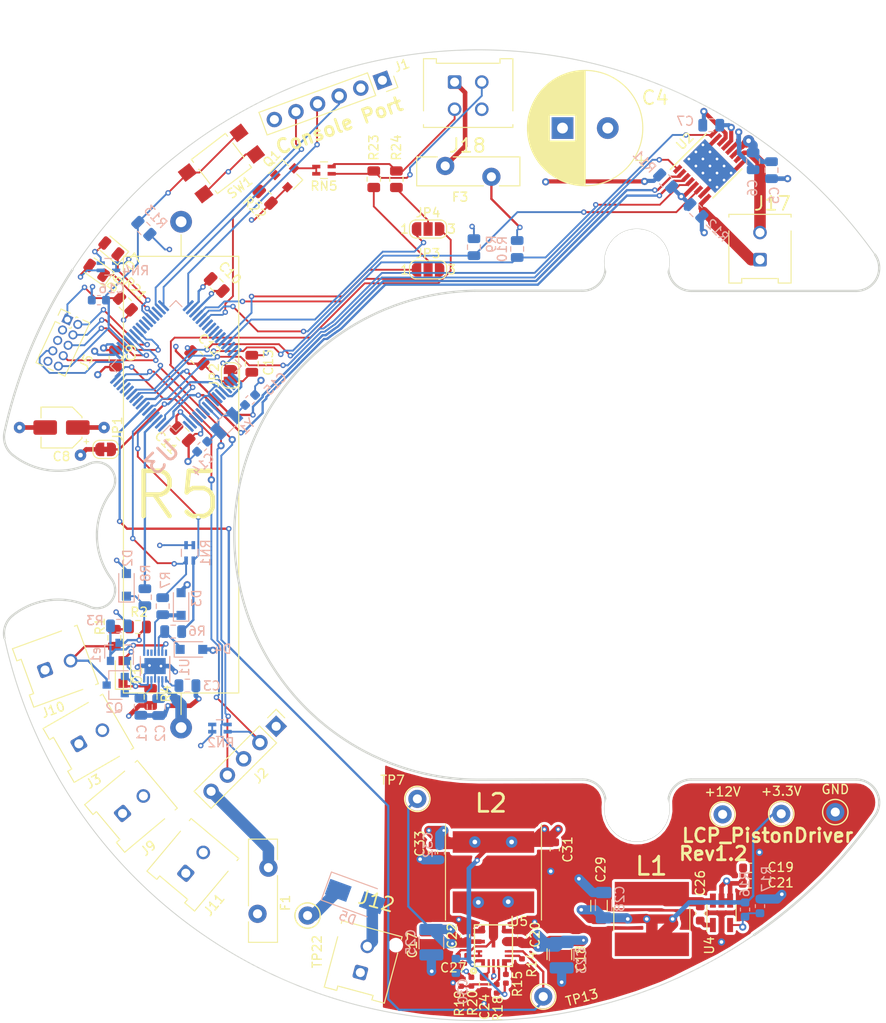
<source format=kicad_pcb>
(kicad_pcb (version 20171130) (host pcbnew "(5.1.7)-1")
  (layers (0 F.Cu signal) (1 In1.Cu power) (2 In2.Cu mixed) (31 B.Cu signal) (34 B.Paste user) (35 F.Paste user) (36 B.SilkS user) (37 F.SilkS user) (38 B.Mask user) (39 F.Mask user) (44 Edge.Cuts user))
  (net 0 "")
  (net 1 GND)
  (net 2 "Net-(C1-Pad1)")
  (net 3 "Net-(C2-Pad1)")
  (net 4 "Net-(C3-Pad1)")
  (net 5 +12V)
  (net 6 "Net-(C6-Pad2)")
  (net 7 "Net-(C7-Pad2)")
  (net 8 "Net-(C7-Pad1)")
  (net 9 +3V3)
  (net 10 "Net-(C14-Pad2)")
  (net 11 "Net-(C15-Pad2)")
  (net 12 /Microcontroller/~RESET)
  (net 13 +BATT)
  (net 14 "Net-(C24-Pad1)")
  (net 15 "Net-(C26-Pad2)")
  (net 16 "Net-(C26-Pad1)")
  (net 17 "Net-(C27-Pad2)")
  (net 18 "Net-(C27-Pad1)")
  (net 19 "Net-(C30-Pad2)")
  (net 20 "Net-(D1-Pad1)")
  (net 21 "Net-(D2-Pad1)")
  (net 22 "Net-(D3-Pad1)")
  (net 23 "Net-(D4-Pad1)")
  (net 24 "Net-(D5-Pad2)")
  (net 25 "Net-(D6-Pad2)")
  (net 26 /Debug/DEBUG_LED_2)
  (net 27 "Net-(D7-Pad2)")
  (net 28 /Debug/DEBUG_LED_1)
  (net 29 "Net-(F1-Pad2)")
  (net 30 "/Actuator Connector/HALL_EFFECT_V+")
  (net 31 "Net-(J1-Pad6)")
  (net 32 /Console/CONSOLE_RX)
  (net 33 /Console/CONSOLE_TX)
  (net 34 /Console/CONSOLE_PWR)
  (net 35 "Net-(J1-Pad2)")
  (net 36 "/Control Board Connection/CONTROL_EN")
  (net 37 "/Control Board Connection/CONTROL_SDA")
  (net 38 "/Control Board Connection/CONTROL_SCL")
  (net 39 PWM_TB0.3)
  (net 40 PWM_TA0.1)
  (net 41 /Microcontroller/TDI)
  (net 42 /Microcontroller/SBWTCK)
  (net 43 /Microcontroller/TDO)
  (net 44 /Microcontroller/TCK)
  (net 45 ESICOM)
  (net 46 ESICI)
  (net 47 ESICI3)
  (net 48 ESICH3)
  (net 49 ESICI2)
  (net 50 ESICH2)
  (net 51 ESICH1)
  (net 52 ESICH0)
  (net 53 P1.1)
  (net 54 P2.5)
  (net 55 /Microcontroller/BM_SDA)
  (net 56 /Microcontroller/BM_SCL)
  (net 57 /Microcontroller/BM_IRQ)
  (net 58 P5.1)
  (net 59 P5.0)
  (net 60 P4.2)
  (net 61 "/Actuator Connector/ACTUATOR_POWER-")
  (net 62 "/Actuator Connector/ACTUATOR_POWER+")
  (net 63 GNDA)
  (net 64 "Net-(JP2-Pad2)")
  (net 65 "Net-(R1-Pad2)")
  (net 66 ADC2)
  (net 67 P4.3)
  (net 68 "/Piston Driver/V_ref")
  (net 69 "Net-(R14-Pad1)")
  (net 70 "Net-(R15-Pad1)")
  (net 71 "Net-(R16-Pad2)")
  (net 72 "Net-(R18-Pad1)")
  (net 73 "Net-(U1-Pad9)")
  (net 74 "Net-(U1-Pad10)")
  (net 75 "Net-(U1-Pad14)")
  (net 76 P4.1)
  (net 77 P4.0)
  (net 78 "Net-(U3-Pad55)")
  (net 79 "Net-(U3-Pad54)")
  (net 80 P1.3)
  (net 81 P2.3)
  (net 82 P3.3)
  (net 83 P5.3)
  (net 84 P5.2)
  (net 85 P2.7)
  (net 86 P2.6)
  (net 87 P1.4)
  (net 88 "/Battery Input/BATT_V-")
  (net 89 "Net-(R2-Pad2)")
  (net 90 "Net-(R3-Pad1)")
  (net 91 "Net-(U1-Pad6)")
  (net 92 /Microcontroller/TMS)
  (net 93 "Net-(J5-Pad1)")
  (net 94 /Microcontroller/ENCODER_CH_B)
  (net 95 /Microcontroller/ENCODER_CH_A)
  (net 96 "Net-(JP3-Pad2)")
  (net 97 ESICI0)
  (net 98 "Net-(JP4-Pad2)")
  (net 99 ESICI1)
  (net 100 "Net-(Q1-Pad3)")
  (net 101 P3.5)
  (net 102 P3.4)
  (module Resistor_SMD:R_0805_2012Metric (layer F.Cu) (at 113 59.5 90)
    (fp_text reference R24 (at 3.5 0 90) (layer F.SilkS))
    (fp_text value 49.9)
    (pad 2 smd roundrect (at 0.9125 0 90) (size 1.025 1.4) (layers F.Cu F.Paste F.Mask) (roundrect_rratio 0.243902) (net 94 /Microcontroller/ENCODER_CH_B))
    (pad 1 smd roundrect (at -0.9125 0 90) (size 1.025 1.4) (layers F.Cu F.Paste F.Mask) (roundrect_rratio 0.243902) (net 98 "Net-(JP4-Pad2)"))
  )
  (module Resistor_SMD:R_0805_2012Metric (layer F.Cu) (at 110.5 59.5 270)
    (fp_text reference R23 (at -3.5 0 90) (layer F.SilkS))
    (fp_text value 49.9)
    (pad 2 smd roundrect (at 0.9125 0 270) (size 1.025 1.4) (layers F.Cu F.Paste F.Mask) (roundrect_rratio 0.243902) (net 96 "Net-(JP3-Pad2)"))
    (pad 1 smd roundrect (at -0.9125 0 270) (size 1.025 1.4) (layers F.Cu F.Paste F.Mask) (roundrect_rratio 0.243902) (net 95 /Microcontroller/ENCODER_CH_A))
  )
  (module Resistor_SMD:R_Array_Concave_2x0603 (layer F.Cu) (at 105 58.5 180)
    (fp_text reference RN5 (at 0 -1.75) (layer F.SilkS))
    (fp_text value 4.7k)
    (pad 4 smd rect (at 0.85 -0.4 180) (size 0.9 0.4) (layers F.Cu F.Paste F.Mask) (net 100 "Net-(Q1-Pad3)"))
    (pad 3 smd rect (at 0.85 0.4 180) (size 0.9 0.4) (layers F.Cu F.Paste F.Mask) (net 100 "Net-(Q1-Pad3)"))
    (pad 2 smd rect (at -0.85 0.4 180) (size 0.9 0.4) (layers F.Cu F.Paste F.Mask) (net 94 /Microcontroller/ENCODER_CH_B))
    (pad 1 smd rect (at -0.85 -0.4 180) (size 0.9 0.4) (layers F.Cu F.Paste F.Mask) (net 95 /Microcontroller/ENCODER_CH_A))
  )
  (module Resistor_SMD:R_0805_2012Metric (layer F.Cu) (at 98.5 61.5 135)
    (fp_text reference R22 (at 0 -1.65 135) (layer F.SilkS))
    (fp_text value 10k)
    (pad 2 smd roundrect (at 0.9125 0 135) (size 1.025 1.4) (layers F.Cu F.Paste F.Mask) (roundrect_rratio 0.2439014634146341) (net 53 P1.1))
    (pad 1 smd roundrect (at -0.9125 0 135) (size 1.025 1.4) (layers F.Cu F.Paste F.Mask) (roundrect_rratio 0.2439014634146341) (net 9 +3V3))
  )
  (module Package_TO_SOT_SMD:SOT-23 (layer F.Cu) (at 101 59 45)
    (fp_text reference Q1 (at 0 -2.5 45) (layer F.SilkS))
    (fp_text value DMG2305UX-7)
    (pad 3 smd rect (at 1 0 45) (size 0.9 0.8) (layers F.Cu F.Paste F.Mask) (net 100 "Net-(Q1-Pad3)"))
    (pad 2 smd rect (at -1 0.95 45) (size 0.9 0.8) (layers F.Cu F.Paste F.Mask) (net 9 +3V3))
    (pad 1 smd rect (at -1 -0.95 45) (size 0.9 0.8) (layers F.Cu F.Paste F.Mask) (net 53 P1.1))
  )
  (module Jumper:SolderJumper-3_P1.3mm_Open_RoundedPad1.0x1.5mm_NumberLabels (layer F.Cu) (at 116.5 65)
    (fp_text reference JP4 (at 0 -1.8) (layer F.SilkS))
    (fp_text value SolderJumper_3_Open)
    (fp_text user 1 (at -2.6 0) (layer F.SilkS))
    (fp_text user 3 (at 2.6 0) (layer F.SilkS))
    (pad 2 smd rect (at 0 0) (size 1 1.5) (layers F.Cu F.Mask) (net 98 "Net-(JP4-Pad2)"))
    (pad 3 smd custom (at 1.3 0) (size 1 0.5) (layers F.Cu F.Mask) (net 87 P1.4) (options (clearance outline) (anchor rect)) (primitives (gr_circle (center 0 0.25) (end 0.5 0.25) (width 0)) (gr_circle (center 0 -0.25) (end 0.5 -0.25) (width 0)) (gr_poly (pts (xy -0.55 -0.75) (xy 0 -0.75) (xy 0 0.75) (xy -0.55 0.75)) (width 0))))
    (pad 1 smd custom (at -1.3 0) (size 1 0.5) (layers F.Cu F.Mask) (net 99 ESICI1) (options (clearance outline) (anchor rect)) (primitives (gr_circle (center 0 0.25) (end 0.5 0.25) (width 0)) (gr_circle (center 0 -0.25) (end 0.5 -0.25) (width 0)) (gr_poly (pts (xy 0.55 -0.75) (xy 0 -0.75) (xy 0 0.75) (xy 0.55 0.75)) (width 0))))
  )
  (module Jumper:SolderJumper-3_P1.3mm_Open_RoundedPad1.0x1.5mm_NumberLabels (layer F.Cu) (at 116.5 69.5)
    (fp_text reference JP3 (at 0 -1.8) (layer F.SilkS))
    (fp_text value SolderJumper_3_Open)
    (fp_text user 1 (at -2.6 0) (layer F.SilkS))
    (fp_text user 3 (at 2.6 0) (layer F.SilkS))
    (pad 2 smd rect (at 0 0) (size 1 1.5) (layers F.Cu F.Mask) (net 96 "Net-(JP3-Pad2)"))
    (pad 3 smd custom (at 1.3 0) (size 1 0.5) (layers F.Cu F.Mask) (net 80 P1.3) (options (clearance outline) (anchor rect)) (primitives (gr_circle (center 0 0.25) (end 0.5 0.25) (width 0)) (gr_circle (center 0 -0.25) (end 0.5 -0.25) (width 0)) (gr_poly (pts (xy -0.55 -0.75) (xy 0 -0.75) (xy 0 0.75) (xy -0.55 0.75)) (width 0))))
    (pad 1 smd custom (at -1.3 0) (size 1 0.5) (layers F.Cu F.Mask) (net 97 ESICI0) (options (clearance outline) (anchor rect)) (primitives (gr_circle (center 0 0.25) (end 0.5 0.25) (width 0)) (gr_circle (center 0 -0.25) (end 0.5 -0.25) (width 0)) (gr_poly (pts (xy 0.55 -0.75) (xy 0 -0.75) (xy 0 0.75) (xy 0.55 0.75)) (width 0))))
  )
  (module Connector_PinHeader_2.54mm:PinHeader_1x05_P2.54mm_Vertical (layer F.Cu) (at 99.7204 119.9388 315)
    (fp_text reference J2 (at 2.622235 5.064864 225) (layer F.SilkS))
    (fp_text value Conn_01x05)
    (pad 5 thru_hole oval (at 0 10.16 315) (size 1.7 1.7) (drill 1) (layers *.Cu *.Mask) (net 29 "Net-(F1-Pad2)"))
    (pad 4 thru_hole oval (at 0 7.62 315) (size 1.7 1.7) (drill 1) (layers *.Cu *.Mask) (net 36 "/Control Board Connection/CONTROL_EN"))
    (pad 3 thru_hole oval (at 0 5.08 315) (size 1.7 1.7) (drill 1) (layers *.Cu *.Mask) (net 37 "/Control Board Connection/CONTROL_SDA"))
    (pad 2 thru_hole oval (at 0 2.54 315) (size 1.7 1.7) (drill 1) (layers *.Cu *.Mask) (net 38 "/Control Board Connection/CONTROL_SCL"))
    (pad 1 thru_hole rect (at 0 0 315) (size 1.7 1.7) (drill 1) (layers *.Cu *.Mask) (net 1 GND))
  )
  (module Connector_Molex:Molex_Micro-Fit_3.0_43045-0412_2x02_P3.00mm_Vertical (layer F.Cu) (at 119.4308 48.768)
    (fp_text reference J18 (at 1.4224 7.0104) (layer F.SilkS) (effects (font (size 1.524 1.524) (thickness 0.2032))))
    (fp_text value Conn_01x04)
    (pad 4 thru_hole circle (at 3 3) (size 1.5 1.5) (drill 1) (layers *.Cu *.Mask) (net 1 GND))
    (pad 3 thru_hole circle (at 0 3) (size 1.5 1.5) (drill 1) (layers *.Cu *.Mask) (net 94 /Microcontroller/ENCODER_CH_B))
    (pad 2 thru_hole circle (at 3 0) (size 1.5 1.5) (drill 1) (layers *.Cu *.Mask) (net 95 /Microcontroller/ENCODER_CH_A))
    (pad 1 thru_hole roundrect (at 0 0) (size 1.5 1.5) (drill 1) (layers *.Cu *.Mask) (roundrect_rratio 0.1666666666666667) (net 30 "/Actuator Connector/HALL_EFFECT_V+"))
    (pad "" np_thru_hole circle (at 6 3.94) (size 1 1) (drill 1) (layers *.Cu *.Mask))
    (pad "" np_thru_hole circle (at -3 3.94) (size 1 1) (drill 1) (layers *.Cu *.Mask))
  )
  (module Connector_PinHeader_1.27mm:PinHeader_2x05_P1.27mm_Vertical (layer F.Cu) (at 76.659165 75.004242 335)
    (fp_text reference J5 (at 3.86722 3.369606 245) (layer F.SilkS))
    (fp_text value Conn_02x05_Odd_Even)
    (pad 10 thru_hole oval (at 1.27 5.08 335) (size 1 1) (drill 0.65) (layers *.Cu *.Mask) (net 12 /Microcontroller/~RESET))
    (pad 9 thru_hole oval (at 0 5.08 335) (size 1 1) (drill 0.65) (layers *.Cu *.Mask) (net 1 GND))
    (pad 8 thru_hole oval (at 1.27 3.81 335) (size 1 1) (drill 0.65) (layers *.Cu *.Mask) (net 41 /Microcontroller/TDI))
    (pad 7 thru_hole oval (at 0 3.81 335) (size 1 1) (drill 0.65) (layers *.Cu *.Mask) (net 42 /Microcontroller/SBWTCK))
    (pad 6 thru_hole oval (at 1.27 2.54 335) (size 1 1) (drill 0.65) (layers *.Cu *.Mask) (net 43 /Microcontroller/TDO))
    (pad 5 thru_hole oval (at 0 2.54 335) (size 1 1) (drill 0.65) (layers *.Cu *.Mask) (net 1 GND))
    (pad 4 thru_hole oval (at 1.27 1.27 335) (size 1 1) (drill 0.65) (layers *.Cu *.Mask) (net 44 /Microcontroller/TCK))
    (pad 3 thru_hole oval (at 0 1.27 335) (size 1 1) (drill 0.65) (layers *.Cu *.Mask) (net 1 GND))
    (pad 2 thru_hole oval (at 1.27 0 335) (size 1 1) (drill 0.65) (layers *.Cu *.Mask) (net 92 /Microcontroller/TMS))
    (pad 1 thru_hole rect (at 0 0 335) (size 1 1) (drill 0.65) (layers *.Cu *.Mask) (net 93 "Net-(J5-Pad1)"))
  )
  (module Capacitor_SMD:C_0805_2012Metric (layer B.Cu) (at 147.7795 53.5305 180)
    (fp_text reference C7 (at 2.8725 0.4445) (layer B.SilkS) (effects (justify mirror)))
    (fp_text value 0.022uF)
    (pad 2 smd roundrect (at 0.9375 0 180) (size 0.975 1.4) (layers B.Cu B.Paste B.Mask) (net 7 "Net-(C7-Pad2)"))
    (pad 1 smd roundrect (at -0.9375 0 180) (size 0.975 1.4) (layers B.Cu B.Paste B.Mask) (net 8 "Net-(C7-Pad1)"))
  )
  (module Capacitor_SMD:C_0805_2012Metric (layer F.Cu) (at 89.381251 87.666751 315)
    (fp_text reference C11 (at -0.63569 1.930755 135) (layer F.SilkS))
    (fp_text value 0.1uF)
    (pad 2 smd roundrect (at 0.95 0 315) (size 1 1.45) (layers F.Cu F.Paste F.Mask) (net 1 GND))
    (pad 1 smd roundrect (at -0.95 0 315) (size 1 1.45) (layers F.Cu F.Paste F.Mask) (net 9 +3V3))
  )
  (module Capacitor_SMD:C_0805_2012Metric (layer F.Cu) (at 93.1545 71.1835 135)
    (fp_text reference C10 (at -0.089803 1.975656 135) (layer F.SilkS))
    (fp_text value 0.1uF)
    (pad 2 smd roundrect (at 0.95 0 135) (size 1 1.45) (layers F.Cu F.Paste F.Mask) (net 1 GND))
    (pad 1 smd roundrect (at -0.95 0 135) (size 1 1.45) (layers F.Cu F.Paste F.Mask) (net 9 +3V3))
  )
  (module Button_Switch_SMD:SW_SPST_TL3305A (layer F.Cu) (at 93.6752 57.7596 37.5)
    (fp_text reference SW1 (at 0.00399 3.332725 37.5) (layer F.SilkS))
    (fp_text value SW_Push)
    (pad 2 smd rect (at -3.6 1.5 37.5) (size 1.6 1.4) (layers F.Cu F.Paste F.Mask) (net 1 GND))
    (pad 2 smd rect (at 3.6 1.5 37.5) (size 1.6 1.4) (layers F.Cu F.Paste F.Mask) (net 1 GND))
    (pad 1 smd rect (at -3.6 -1.5 37.5) (size 1.6 1.4) (layers F.Cu F.Paste F.Mask) (net 12 /Microcontroller/~RESET))
    (pad 1 smd rect (at 3.6 -1.5 37.5) (size 1.6 1.4) (layers F.Cu F.Paste F.Mask) (net 12 /Microcontroller/~RESET))
  )
  (module Resistor_THT:R_Axial_Power_L48.0mm_W12.5mm_P55.88mm (layer F.Cu) (at 89.2175 64.1985 270)
    (fp_text reference R5 (at 30.226 0.4445) (layer F.SilkS) (effects (font (size 5 5) (thickness 0.5))))
    (fp_text value 0.25)
    (pad 2 thru_hole oval (at 55.88 0 270) (size 2.4 2.4) (drill 1.2) (layers *.Cu *.Mask) (net 88 "/Battery Input/BATT_V-"))
    (pad 1 thru_hole circle (at 0 0 270) (size 2.4 2.4) (drill 1.2) (layers *.Cu *.Mask) (net 1 GND))
  )
  (module Capacitor_SMD:C_0805_2012Metric (layer B.Cu) (at 86.741 117.8075 270)
    (fp_text reference C2 (at 2.8933 -0.1778 90) (layer B.SilkS) (effects (justify mirror)))
    (fp_text value 0.47uF)
    (pad 2 smd roundrect (at 0.9375 0 270) (size 0.975 1.4) (layers B.Cu B.Paste B.Mask) (net 1 GND))
    (pad 1 smd roundrect (at -0.9375 0 270) (size 0.975 1.4) (layers B.Cu B.Paste B.Mask) (net 3 "Net-(C2-Pad1)"))
  )
  (module Capacitor_SMD:CP_Elec_4x4.5 (layer F.Cu) (at 76.006708 86.928708 180)
    (fp_text reference C8 (at 0 -3.2) (layer F.SilkS))
    (fp_text value 10uF)
    (pad 2 smd roundrect (at 1.8 0 180) (size 2.6 1.6) (layers F.Cu F.Paste F.Mask) (roundrect_rratio 0.15625) (net 1 GND))
    (pad 1 smd roundrect (at -1.8 0 180) (size 2.6 1.6) (layers F.Cu F.Paste F.Mask) (roundrect_rratio 0.15625) (net 9 +3V3))
  )
  (module Resistor_SMD:R_0805_2012Metric (layer F.Cu) (at 83.058 73.279 135)
    (fp_text reference R21 (at 0.377171 1.957696 135) (layer F.SilkS))
    (fp_text value 470)
    (pad 2 smd roundrect (at 0.9125 0 135) (size 1.025 1.4) (layers F.Cu F.Paste F.Mask) (roundrect_rratio 0.2439004878048781) (net 93 "Net-(J5-Pad1)"))
    (pad 1 smd roundrect (at -0.9125 0 135) (size 1.025 1.4) (layers F.Cu F.Paste F.Mask) (roundrect_rratio 0.2439004878048781) (net 9 +3V3))
  )
  (module Capacitor_THT:CP_Radial_D12.5mm_P5.00mm (layer F.Cu) (at 136.3472 53.848 180)
    (fp_text reference C4 (at -5.2324 3.3528) (layer F.SilkS) (effects (font (size 1.524 1.524) (thickness 0.2032))))
    (fp_text value CP)
    (pad 2 thru_hole rect (at 5 0 180) (size 2.4 2.4) (drill 1.2) (layers *.Cu *.Mask) (net 1 GND))
    (pad 1 thru_hole circle (at 0 0 180) (size 2.4 2.4) (drill 1.2) (layers *.Cu *.Mask) (net 5 +12V))
  )
  (module Connector_PinSocket_2.54mm:PinSocket_1x06_P2.54mm_Vertical (layer F.Cu) (at 111.4552 48.5648 290)
    (fp_text reference J1 (at -0.79783 -2.560916 200) (layer F.SilkS))
    (fp_text value Conn_01x06)
    (pad 6 thru_hole oval (at 0 12.7 290) (size 1.7 1.7) (drill 1) (layers *.Cu *.Mask) (net 31 "Net-(J1-Pad6)"))
    (pad 5 thru_hole oval (at 0 10.16 290) (size 1.7 1.7) (drill 1) (layers *.Cu *.Mask) (net 32 /Console/CONSOLE_RX))
    (pad 4 thru_hole oval (at 0 7.62 290) (size 1.7 1.7) (drill 1) (layers *.Cu *.Mask) (net 33 /Console/CONSOLE_TX))
    (pad 3 thru_hole oval (at 0 5.08 290) (size 1.7 1.7) (drill 1) (layers *.Cu *.Mask) (net 34 /Console/CONSOLE_PWR))
    (pad 2 thru_hole oval (at 0 2.54 290) (size 1.7 1.7) (drill 1) (layers *.Cu *.Mask) (net 35 "Net-(J1-Pad2)"))
    (pad 1 thru_hole rect (at 0 0 290) (size 1.7 1.7) (drill 1) (layers *.Cu *.Mask) (net 1 GND))
  )
  (module Connector_Molex:Molex_Micro-Fit_3.0_43045-0212_2x01_P3.00mm_Vertical (layer F.Cu) (at 153.162 68.3895 180)
    (fp_text reference J17 (at -1.3716 6.2103) (layer F.SilkS) (effects (font (size 1.524 1.524) (thickness 0.2032))))
    (fp_text value Conn_01x02)
    (pad 2 thru_hole circle (at 0 3 180) (size 1.5 1.5) (drill 1) (layers *.Cu *.Mask) (net 61 "/Actuator Connector/ACTUATOR_POWER-"))
    (pad 1 thru_hole roundrect (at 0 0 180) (size 1.5 1.5) (drill 1) (layers *.Cu *.Mask) (roundrect_rratio 0.1666666666666667) (net 62 "/Actuator Connector/ACTUATOR_POWER+"))
    (pad "" np_thru_hole circle (at 3 3.94 180) (size 1 1) (drill 1) (layers *.Cu *.Mask))
    (pad "" np_thru_hole circle (at -3 3.94 180) (size 1 1) (drill 1) (layers *.Cu *.Mask))
  )
  (module Capacitor_SMD:C_0805_2012Metric (layer F.Cu) (at 90.967587 79.220087 135)
    (fp_text reference C12 (at 0.0254 1.9685 135) (layer F.SilkS))
    (fp_text value 0.1uF)
    (pad 2 smd roundrect (at 0.9375 0 135) (size 0.975 1.4) (layers F.Cu F.Paste F.Mask) (net 1 GND))
    (pad 1 smd roundrect (at -0.9375 0 135) (size 0.975 1.4) (layers F.Cu F.Paste F.Mask) (net 9 +3V3))
  )
  (module Crystal:Crystal_SMD_3215-2Pin_3.2x1.5mm (layer B.Cu) (at 94.234 86.487 225)
    (fp_text reference Y1 (at -1.39194 -1.840953 225) (layer B.SilkS) (effects (justify mirror)))
    (fp_text value 32.768kHz)
    (pad 2 smd rect (at -1.25 0 225) (size 1 1.8) (layers B.Cu B.Paste B.Mask) (net 11 "Net-(C15-Pad2)"))
    (pad 1 smd rect (at 1.25 0 225) (size 1 1.8) (layers B.Cu B.Paste B.Mask) (net 10 "Net-(C14-Pad2)"))
  )
  (module Resistor_SMD:R_0603_1608Metric (layer B.Cu) (at 153.162 139.8015 90)
    (fp_text reference R17 (at 2.9971 0.7112 270) (layer B.SilkS) (effects (justify mirror)))
    (fp_text value 22.1k)
    (pad 2 smd roundrect (at 0.7875 0 90) (size 0.875 0.95) (layers B.Cu B.Paste B.Mask) (net 1 GND))
    (pad 1 smd roundrect (at -0.7875 0 90) (size 0.875 0.95) (layers B.Cu B.Paste B.Mask) (net 71 "Net-(R16-Pad2)"))
  )
  (module Capacitor_SMD:C_0603_1608Metric (layer F.Cu) (at 146.558 140.6145 270)
    (fp_text reference C26 (at -3.3529 0 270) (layer F.SilkS))
    (fp_text value 0.1uF)
    (pad 2 smd roundrect (at 0.7875 0 270) (size 0.875 0.95) (layers F.Cu F.Paste F.Mask) (net 15 "Net-(C26-Pad2)"))
    (pad 1 smd roundrect (at -0.7875 0 270) (size 0.875 0.95) (layers F.Cu F.Paste F.Mask) (net 16 "Net-(C26-Pad1)"))
  )
  (module Inductor_SMD:L_Coilcraft_XAL1010 (layer F.Cu) (at 123.7234 136.0424 90)
    (fp_text reference L2 (at 7.62 -0.2794 180) (layer F.SilkS) (effects (font (size 2 2) (thickness 0.3))))
    (fp_text value 10uH)
    (pad 2 smd rect (at 3.325 0 90) (size 2.38 9) (layers F.Cu F.Paste F.Mask) (net 5 +12V))
    (pad 1 smd rect (at -3.325 0 90) (size 2.38 9) (layers F.Cu F.Paste F.Mask) (net 17 "Net-(C27-Pad2)"))
  )
  (module MountingHole:MountingHole_47.5mil (layer F.Cu) (at 139.572999 129.071874)
    (fp_text reference REF** hide)
    (fp_text value MountingHole_280mil)
    (pad "" np_thru_hole circle (at 0 0) (size 7.112 7.112) (drill 7.112) (layers *.Cu *.Mask))
  )
  (module MountingHole:MountingHole_47.5mil (layer F.Cu) (at 139.572999 68.58)
    (fp_text reference REF** hide)
    (fp_text value MountingHole_280mil)
    (pad "" np_thru_hole circle (at 0 0) (size 7.112 7.112) (drill 7.112) (layers *.Cu *.Mask))
  )
  (module MountingHole:MountingHole_47.5mil (layer F.Cu) (at 104.648 68.58)
    (fp_text reference REF** hide)
    (fp_text value MountingHole_280mil)
    (pad "" np_thru_hole circle (at 0 0) (size 7.112 7.112) (drill 7.112) (layers *.Cu *.Mask))
  )
  (module MountingHole:MountingHole_47.5mil (layer B.Cu) (at 104.648 129.071874)
    (fp_text reference REF** hide)
    (fp_text value MountingHole_280mil)
    (pad "" np_thru_hole circle (at 0 0) (size 7.112 7.112) (drill 7.112) (layers *.Cu *.Mask))
  )
  (module Converter_DCDC:TI_RJR0014A (layer F.Cu) (at 123.7234 144.1704 90)
    (fp_text reference U5 (at 2.6924 2.8194) (layer F.SilkS))
    (fp_text value LM61460)
    (pad 10 smd rect (at 1 0 90) (size 2.4 0.4) (layers F.Cu F.Paste F.Mask) (net 17 "Net-(C27-Pad2)"))
    (pad 11 smd custom (at 1.6 -1.15 90) (size 0.3 0.3) (layers F.Cu F.Paste F.Mask) (net 1 GND) (options (clearance outline) (anchor rect)) (primitives (gr_poly (pts (xy -0.2 0.2) (xy 0.6 0.2) (xy 0.6 -0.2) (xy 0.2 -0.2) (xy 0.2 -0.8) (xy -0.2 -0.8)) (width 0.01))))
    (pad 9 smd custom (at 1.6 1.15 270) (size 0.3 0.3) (layers F.Cu F.Paste F.Mask) (net 1 GND) (options (clearance outline) (anchor rect)) (primitives (gr_poly (pts (xy 0.2 0.2) (xy -0.6 0.2) (xy -0.6 -0.2) (xy -0.2 -0.2) (xy -0.2 -0.8) (xy 0.2 -0.8)) (width 0.01))))
    (pad 12 smd rect (at 0.45 -1.45 90) (size 0.4 1) (layers F.Cu F.Paste F.Mask) (net 13 +BATT))
    (pad 8 smd rect (at 0.45 1.45 90) (size 0.4 1) (layers F.Cu F.Paste F.Mask) (net 13 +BATT))
    (pad 14 smd rect (at -1.125 -1.6 90) (size 0.25 0.7) (layers F.Cu F.Paste F.Mask) (net 18 "Net-(C27-Pad1)"))
    (pad 13 smd rect (at -0.625 -1.6 90) (size 0.25 0.7) (layers F.Cu F.Paste F.Mask) (net 18 "Net-(C27-Pad1)"))
    (pad 7 smd rect (at -0.625 1.6 90) (size 0.25 0.7) (layers F.Cu F.Paste F.Mask) (net 54 P2.5))
    (pad 6 smd rect (at -1.125 1.6 90) (size 0.25 0.7) (layers F.Cu F.Paste F.Mask) (net 69 "Net-(R14-Pad1)"))
    (pad 3 smd rect (at -1.85 0 90) (size 0.7 0.3) (layers F.Cu F.Paste F.Mask) (net 1 GND))
    (pad 1 smd custom (at -1.65 -1.15 90) (size 0.3 0.3) (layers F.Cu F.Paste F.Mask) (net 5 +12V) (options (clearance outline) (anchor rect)) (primitives (gr_poly (pts (xy 0.15 0.2) (xy -0.55 0.2) (xy -0.55 -0.2) (xy -0.2 -0.2) (xy -0.2 -0.8) (xy 0.15 -0.8)) (width 0.01))))
    (pad 5 smd custom (at -1.65 1.15 270) (size 0.3 0.3) (layers F.Cu F.Paste F.Mask) (net 70 "Net-(R15-Pad1)") (options (clearance outline) (anchor rect)) (primitives (gr_poly (pts (xy -0.15 0.2) (xy 0.55 0.2) (xy 0.55 -0.2) (xy 0.2 -0.2) (xy 0.2 -0.8) (xy -0.15 -0.8)) (width 0.01))))
    (pad 4 smd rect (at -1.85 0.525 90) (size 0.7 0.25) (layers F.Cu F.Paste F.Mask) (net 72 "Net-(R18-Pad1)"))
    (pad 2 smd rect (at -1.85 -0.525 90) (size 0.7 0.25) (layers F.Cu F.Paste F.Mask) (net 14 "Net-(C24-Pad1)"))
  )
  (module Package_TO_SOT_SMD:SOT-23-6_Handsoldering (layer F.Cu) (at 148.91 140.542 90)
    (fp_text reference U4 (at -3.603 -1.336 90) (layer F.SilkS))
    (fp_text value LMR50410)
    (pad 5 smd rect (at 1.35 0 90) (size 1.56 0.65) (layers F.Cu F.Paste F.Mask) (net 13 +BATT))
    (pad 6 smd rect (at 1.35 -0.95 90) (size 1.56 0.65) (layers F.Cu F.Paste F.Mask) (net 16 "Net-(C26-Pad1)"))
    (pad 4 smd rect (at 1.35 0.95 90) (size 1.56 0.65) (layers F.Cu F.Paste F.Mask) (net 13 +BATT))
    (pad 3 smd rect (at -1.35 0.95 90) (size 1.56 0.65) (layers F.Cu F.Paste F.Mask) (net 71 "Net-(R16-Pad2)"))
    (pad 2 smd rect (at -1.35 0 90) (size 1.56 0.65) (layers F.Cu F.Paste F.Mask) (net 1 GND))
    (pad 1 smd rect (at -1.35 -0.95 90) (size 1.56 0.65) (layers F.Cu F.Paste F.Mask) (net 15 "Net-(C26-Pad2)"))
  )
  (module Package_QFP:LQFP-64_10x10mm_P0.5mm (layer B.Cu) (at 88.646 80.137 45)
    (fp_text reference U3 (at -8.216934 6.061673 45) (layer B.SilkS) (effects (font (size 2 2) (thickness 0.3)) (justify mirror)))
    (fp_text value MSP430FR5989)
    (pad 64 smd roundrect (at -3.75 5.675 45) (size 0.3 1.55) (layers B.Cu B.Paste B.Mask) (net 60 P4.2))
    (pad 63 smd roundrect (at -3.25 5.675 45) (size 0.3 1.55) (layers B.Cu B.Paste B.Mask) (net 9 +3V3))
    (pad 62 smd roundrect (at -2.75 5.675 45) (size 0.3 1.55) (layers B.Cu B.Paste B.Mask) (net 1 GND))
    (pad 61 smd roundrect (at -2.25 5.675 45) (size 0.3 1.55) (layers B.Cu B.Paste B.Mask) (net 76 P4.1))
    (pad 60 smd roundrect (at -1.75 5.675 45) (size 0.3 1.55) (layers B.Cu B.Paste B.Mask) (net 77 P4.0))
    (pad 59 smd roundrect (at -1.25 5.675 45) (size 0.3 1.55) (layers B.Cu B.Paste B.Mask) (net 63 GNDA))
    (pad 58 smd roundrect (at -0.75 5.675 45) (size 0.3 1.55) (layers B.Cu B.Paste B.Mask) (net 10 "Net-(C14-Pad2)"))
    (pad 57 smd roundrect (at -0.25 5.675 45) (size 0.3 1.55) (layers B.Cu B.Paste B.Mask) (net 11 "Net-(C15-Pad2)"))
    (pad 56 smd roundrect (at 0.25 5.675 45) (size 0.3 1.55) (layers B.Cu B.Paste B.Mask) (net 63 GNDA))
    (pad 55 smd roundrect (at 0.75 5.675 45) (size 0.3 1.55) (layers B.Cu B.Paste B.Mask) (net 78 "Net-(U3-Pad55)"))
    (pad 54 smd roundrect (at 1.25 5.675 45) (size 0.3 1.55) (layers B.Cu B.Paste B.Mask) (net 79 "Net-(U3-Pad54)"))
    (pad 53 smd roundrect (at 1.75 5.675 45) (size 0.3 1.55) (layers B.Cu B.Paste B.Mask) (net 63 GNDA))
    (pad 52 smd roundrect (at 2.25 5.675 45) (size 0.3 1.55) (layers B.Cu B.Paste B.Mask) (net 9 +3V3))
    (pad 51 smd roundrect (at 2.75 5.675 45) (size 0.3 1.55) (layers B.Cu B.Paste B.Mask) (net 45 ESICOM))
    (pad 50 smd roundrect (at 3.25 5.675 45) (size 0.3 1.55) (layers B.Cu B.Paste B.Mask) (net 46 ESICI))
    (pad 49 smd roundrect (at 3.75 5.675 45) (size 0.3 1.55) (layers B.Cu B.Paste B.Mask) (net 63 GNDA))
    (pad 48 smd roundrect (at 5.675 3.75 45) (size 1.55 0.3) (layers B.Cu B.Paste B.Mask) (net 64 "Net-(JP2-Pad2)"))
    (pad 47 smd roundrect (at 5.675 3.25 45) (size 1.55 0.3) (layers B.Cu B.Paste B.Mask) (net 47 ESICI3))
    (pad 46 smd roundrect (at 5.675 2.75 45) (size 1.55 0.3) (layers B.Cu B.Paste B.Mask) (net 49 ESICI2))
    (pad 45 smd roundrect (at 5.675 2.25 45) (size 1.55 0.3) (layers B.Cu B.Paste B.Mask) (net 99 ESICI1))
    (pad 44 smd roundrect (at 5.675 1.75 45) (size 1.55 0.3) (layers B.Cu B.Paste B.Mask) (net 97 ESICI0))
    (pad 43 smd roundrect (at 5.675 1.25 45) (size 1.55 0.3) (layers B.Cu B.Paste B.Mask) (net 48 ESICH3))
    (pad 42 smd roundrect (at 5.675 0.75 45) (size 1.55 0.3) (layers B.Cu B.Paste B.Mask) (net 50 ESICH2))
    (pad 41 smd roundrect (at 5.675 0.25 45) (size 1.55 0.3) (layers B.Cu B.Paste B.Mask) (net 51 ESICH1))
    (pad 40 smd roundrect (at 5.675 -0.25 45) (size 1.55 0.3) (layers B.Cu B.Paste B.Mask) (net 52 ESICH0))
    (pad 39 smd roundrect (at 5.675 -0.75 45) (size 1.55 0.3) (layers B.Cu B.Paste B.Mask) (net 40 PWM_TA0.1))
    (pad 38 smd roundrect (at 5.675 -1.25 45) (size 1.55 0.3) (layers B.Cu B.Paste B.Mask) (net 53 P1.1))
    (pad 37 smd roundrect (at 5.675 -1.75 45) (size 1.55 0.3) (layers B.Cu B.Paste B.Mask) (net 66 ADC2))
    (pad 36 smd roundrect (at 5.675 -2.25 45) (size 1.55 0.3) (layers B.Cu B.Paste B.Mask) (net 80 P1.3))
    (pad 35 smd roundrect (at 5.675 -2.75 45) (size 1.55 0.3) (layers B.Cu B.Paste B.Mask) (net 9 +3V3))
    (pad 34 smd roundrect (at 5.675 -3.25 45) (size 1.55 0.3) (layers B.Cu B.Paste B.Mask) (net 1 GND))
    (pad 33 smd roundrect (at 5.675 -3.75 45) (size 1.55 0.3) (layers B.Cu B.Paste B.Mask) (net 33 /Console/CONSOLE_TX))
    (pad 32 smd roundrect (at 3.75 -5.675 45) (size 0.3 1.55) (layers B.Cu B.Paste B.Mask) (net 32 /Console/CONSOLE_RX))
    (pad 31 smd roundrect (at 3.25 -5.675 45) (size 0.3 1.55) (layers B.Cu B.Paste B.Mask) (net 34 /Console/CONSOLE_PWR))
    (pad 30 smd roundrect (at 2.75 -5.675 45) (size 0.3 1.55) (layers B.Cu B.Paste B.Mask) (net 81 P2.3))
    (pad 29 smd roundrect (at 2.25 -5.675 45) (size 0.3 1.55) (layers B.Cu B.Paste B.Mask) (net 26 /Debug/DEBUG_LED_2))
    (pad 28 smd roundrect (at 1.75 -5.675 45) (size 0.3 1.55) (layers B.Cu B.Paste B.Mask) (net 28 /Debug/DEBUG_LED_1))
    (pad 27 smd roundrect (at 1.25 -5.675 45) (size 0.3 1.55) (layers B.Cu B.Paste B.Mask) (net 101 P3.5))
    (pad 26 smd roundrect (at 0.75 -5.675 45) (size 0.3 1.55) (layers B.Cu B.Paste B.Mask) (net 102 P3.4))
    (pad 25 smd roundrect (at 0.25 -5.675 45) (size 0.3 1.55) (layers B.Cu B.Paste B.Mask) (net 82 P3.3))
    (pad 24 smd roundrect (at -0.25 -5.675 45) (size 0.3 1.55) (layers B.Cu B.Paste B.Mask) (net 44 /Microcontroller/TCK))
    (pad 23 smd roundrect (at -0.75 -5.675 45) (size 0.3 1.55) (layers B.Cu B.Paste B.Mask) (net 92 /Microcontroller/TMS))
    (pad 22 smd roundrect (at -1.25 -5.675 45) (size 0.3 1.55) (layers B.Cu B.Paste B.Mask) (net 41 /Microcontroller/TDI))
    (pad 21 smd roundrect (at -1.75 -5.675 45) (size 0.3 1.55) (layers B.Cu B.Paste B.Mask) (net 43 /Microcontroller/TDO))
    (pad 20 smd roundrect (at -2.25 -5.675 45) (size 0.3 1.55) (layers B.Cu B.Paste B.Mask) (net 12 /Microcontroller/~RESET))
    (pad 19 smd roundrect (at -2.75 -5.675 45) (size 0.3 1.55) (layers B.Cu B.Paste B.Mask) (net 42 /Microcontroller/SBWTCK))
    (pad 18 smd roundrect (at -3.25 -5.675 45) (size 0.3 1.55) (layers B.Cu B.Paste B.Mask) (net 9 +3V3))
    (pad 17 smd roundrect (at -3.75 -5.675 45) (size 0.3 1.55) (layers B.Cu B.Paste B.Mask) (net 1 GND))
    (pad 16 smd roundrect (at -5.675 -3.75 45) (size 1.55 0.3) (layers B.Cu B.Paste B.Mask) (net 38 "/Control Board Connection/CONTROL_SCL"))
    (pad 15 smd roundrect (at -5.675 -3.25 45) (size 1.55 0.3) (layers B.Cu B.Paste B.Mask) (net 37 "/Control Board Connection/CONTROL_SDA"))
    (pad 14 smd roundrect (at -5.675 -2.75 45) (size 1.55 0.3) (layers B.Cu B.Paste B.Mask) (net 36 "/Control Board Connection/CONTROL_EN"))
    (pad 13 smd roundrect (at -5.675 -2.25 45) (size 1.55 0.3) (layers B.Cu B.Paste B.Mask) (net 83 P5.3))
    (pad 12 smd roundrect (at -5.675 -1.75 45) (size 1.55 0.3) (layers B.Cu B.Paste B.Mask) (net 84 P5.2))
    (pad 11 smd roundrect (at -5.675 -1.25 45) (size 1.55 0.3) (layers B.Cu B.Paste B.Mask) (net 58 P5.1))
    (pad 10 smd roundrect (at -5.675 -0.75 45) (size 1.55 0.3) (layers B.Cu B.Paste B.Mask) (net 59 P5.0))
    (pad 9 smd roundrect (at -5.675 -0.25 45) (size 1.55 0.3) (layers B.Cu B.Paste B.Mask) (net 85 P2.7))
    (pad 8 smd roundrect (at -5.675 0.25 45) (size 1.55 0.3) (layers B.Cu B.Paste B.Mask) (net 86 P2.6))
    (pad 7 smd roundrect (at -5.675 0.75 45) (size 1.55 0.3) (layers B.Cu B.Paste B.Mask) (net 54 P2.5))
    (pad 6 smd roundrect (at -5.675 1.25 45) (size 1.55 0.3) (layers B.Cu B.Paste B.Mask) (net 39 PWM_TB0.3))
    (pad 5 smd roundrect (at -5.675 1.75 45) (size 1.55 0.3) (layers B.Cu B.Paste B.Mask) (net 56 /Microcontroller/BM_SCL))
    (pad 4 smd roundrect (at -5.675 2.25 45) (size 1.55 0.3) (layers B.Cu B.Paste B.Mask) (net 55 /Microcontroller/BM_SDA))
    (pad 3 smd roundrect (at -5.675 2.75 45) (size 1.55 0.3) (layers B.Cu B.Paste B.Mask) (net 57 /Microcontroller/BM_IRQ))
    (pad 2 smd roundrect (at -5.675 3.25 45) (size 1.55 0.3) (layers B.Cu B.Paste B.Mask) (net 87 P1.4))
    (pad 1 smd roundrect (at -5.675 3.75 45) (size 1.55 0.3) (layers B.Cu B.Paste B.Mask) (net 67 P4.3))
  )
  (module Package_SO:HTSSOP-16-1EP_4.4x5mm_P0.65mm_EP3.4x5mm_Mask3x3mm_ThermalVias (layer F.Cu) (at 147.6375 58.039 45)
    (fp_text reference U2 (at -0.0205 -3.894 45) (layer F.SilkS))
    (fp_text value DRV8874)
    (pad 17 thru_hole circle (at -1.1 -2.2 45) (size 0.6 0.6) (drill 0.3) (layers *.Cu) (net 1 GND))
    (pad 17 thru_hole circle (at 0 -2.2 45) (size 0.6 0.6) (drill 0.3) (layers *.Cu) (net 1 GND))
    (pad 17 thru_hole circle (at 1.1 -2.2 45) (size 0.6 0.6) (drill 0.3) (layers *.Cu) (net 1 GND))
    (pad 17 thru_hole circle (at -1.1 -1.1 45) (size 0.6 0.6) (drill 0.3) (layers *.Cu) (net 1 GND))
    (pad 17 thru_hole circle (at 0 -1.1 45) (size 0.6 0.6) (drill 0.3) (layers *.Cu) (net 1 GND))
    (pad 17 thru_hole circle (at 1.1 -1.1 45) (size 0.6 0.6) (drill 0.3) (layers *.Cu) (net 1 GND))
    (pad 17 thru_hole circle (at -1.1 0 45) (size 0.6 0.6) (drill 0.3) (layers *.Cu) (net 1 GND))
    (pad 17 thru_hole circle (at 0 0 45) (size 0.6 0.6) (drill 0.3) (layers *.Cu) (net 1 GND))
    (pad 17 thru_hole circle (at 1.1 0 45) (size 0.6 0.6) (drill 0.3) (layers *.Cu) (net 1 GND))
    (pad 17 thru_hole circle (at -1.1 1.1 45) (size 0.6 0.6) (drill 0.3) (layers *.Cu) (net 1 GND))
    (pad 17 thru_hole circle (at 0 1.1 45) (size 0.6 0.6) (drill 0.3) (layers *.Cu) (net 1 GND))
    (pad 17 thru_hole circle (at 1.1 1.1 45) (size 0.6 0.6) (drill 0.3) (layers *.Cu) (net 1 GND))
    (pad 17 thru_hole circle (at 1.1 2.2 45) (size 0.6 0.6) (drill 0.3) (layers *.Cu) (net 1 GND))
    (pad 17 thru_hole circle (at 0 2.2 45) (size 0.6 0.6) (drill 0.3) (layers *.Cu) (net 1 GND))
    (pad 17 thru_hole circle (at -1.1 2.2 45) (size 0.6 0.6) (drill 0.3) (layers *.Cu) (net 1 GND))
    (pad 17 smd rect (at 0 0 45) (size 3.4 5) (layers F.Cu) (net 1 GND))
    (pad 16 smd rect (at 2.775 -2.275 45) (size 1.05 0.45) (layers F.Cu F.Paste F.Mask) (net 58 P5.1))
    (pad 15 smd rect (at 2.775 -1.625 45) (size 1.05 0.45) (layers F.Cu F.Paste F.Mask) (net 1 GND))
    (pad 14 smd rect (at 2.775 -0.975 45) (size 1.05 0.45) (layers F.Cu F.Paste F.Mask) (net 7 "Net-(C7-Pad2)"))
    (pad 13 smd rect (at 2.775 -0.325 45) (size 1.05 0.45) (layers F.Cu F.Paste F.Mask) (net 8 "Net-(C7-Pad1)"))
    (pad 12 smd rect (at 2.775 0.325 45) (size 1.05 0.45) (layers F.Cu F.Paste F.Mask) (net 6 "Net-(C6-Pad2)"))
    (pad 11 smd rect (at 2.775 0.975 45) (size 1.05 0.45) (layers F.Cu F.Paste F.Mask) (net 5 +12V))
    (pad 10 smd rect (at 2.775 1.625 45) (size 1.05 0.45) (layers F.Cu F.Paste F.Mask) (net 61 "/Actuator Connector/ACTUATOR_POWER-"))
    (pad 9 smd rect (at 2.775 2.275 45) (size 1.05 0.45) (layers F.Cu F.Paste F.Mask) (net 1 GND))
    (pad 8 smd rect (at -2.775 2.275 45) (size 1.05 0.45) (layers F.Cu F.Paste F.Mask) (net 62 "/Actuator Connector/ACTUATOR_POWER+"))
    (pad 7 smd rect (at -2.775 1.625 45) (size 1.05 0.45) (layers F.Cu F.Paste F.Mask) (net 1 GND))
    (pad 6 smd rect (at -2.775 0.975 45) (size 1.05 0.45) (layers F.Cu F.Paste F.Mask) (net 66 ADC2))
    (pad 5 smd rect (at -2.775 0.325 45) (size 1.05 0.45) (layers F.Cu F.Paste F.Mask) (net 68 "/Piston Driver/V_ref"))
    (pad 4 smd rect (at -2.775 -0.325 45) (size 1.05 0.45) (layers F.Cu F.Paste F.Mask) (net 59 P5.0))
    (pad 3 smd rect (at -2.775 -0.975 45) (size 1.05 0.45) (layers F.Cu F.Paste F.Mask) (net 67 P4.3))
    (pad 2 smd rect (at -2.775 -1.625 45) (size 1.05 0.45) (layers F.Cu F.Paste F.Mask) (net 86 P2.6))
    (pad 1 smd rect (at -2.775 -2.275 45) (size 1.05 0.45) (layers F.Cu F.Paste F.Mask) (net 39 PWM_TB0.3))
    (pad 17 smd rect (at 0 0 45) (size 3.4 5) (layers B.Cu) (net 1 GND))
  )
  (module Package_DFN_QFN:DFN-14-1EP_3x3mm_P0.4mm_EP1.78x2.35mm (layer B.Cu) (at 86.344 113.2835 90)
    (fp_text reference U1 (at -0.1275 3.2545 90) (layer B.SilkS) (effects (justify mirror)))
    (fp_text value MAX17205)
    (pad 15 smd rect (at 0 0 90) (size 1.78 2.35) (layers B.Cu B.Mask) (net 1 GND))
    (pad 8 smd rect (at 1.475 -1.2 90) (size 0.7 0.25) (layers B.Cu B.Paste B.Mask) (net 21 "Net-(D2-Pad1)"))
    (pad 7 smd rect (at -1.475 -1.2 90) (size 0.7 0.25) (layers B.Cu B.Paste B.Mask) (net 1 GND))
    (pad 1 smd rect (at -1.475 1.2 90) (size 0.7 0.25) (layers B.Cu B.Paste B.Mask) (net 4 "Net-(C3-Pad1)"))
    (pad 2 smd rect (at -1.475 0.8 90) (size 0.7 0.25) (layers B.Cu B.Paste B.Mask) (net 88 "/Battery Input/BATT_V-"))
    (pad 3 smd rect (at -1.475 0.4 90) (size 0.7 0.25) (layers B.Cu B.Paste B.Mask) (net 3 "Net-(C2-Pad1)"))
    (pad 4 smd rect (at -1.475 0 90) (size 0.7 0.25) (layers B.Cu B.Paste B.Mask) (net 1 GND))
    (pad 5 smd rect (at -1.475 -0.4 90) (size 0.7 0.25) (layers B.Cu B.Paste B.Mask) (net 2 "Net-(C1-Pad1)"))
    (pad 6 smd rect (at -1.475 -0.8 90) (size 0.7 0.25) (layers B.Cu B.Paste B.Mask) (net 91 "Net-(U1-Pad6)"))
    (pad 9 smd rect (at 1.475 -0.8 90) (size 0.7 0.25) (layers B.Cu B.Paste B.Mask) (net 73 "Net-(U1-Pad9)"))
    (pad 10 smd rect (at 1.475 -0.4 90) (size 0.7 0.25) (layers B.Cu B.Paste B.Mask) (net 74 "Net-(U1-Pad10)"))
    (pad 11 smd rect (at 1.475 0 90) (size 0.7 0.25) (layers B.Cu B.Paste B.Mask) (net 22 "Net-(D3-Pad1)"))
    (pad 12 smd rect (at 1.475 0.4 90) (size 0.7 0.25) (layers B.Cu B.Paste B.Mask) (net 23 "Net-(D4-Pad1)"))
    (pad 13 smd rect (at 1.475 0.8 90) (size 0.7 0.25) (layers B.Cu B.Paste B.Mask) (net 90 "Net-(R3-Pad1)"))
    (pad 14 smd rect (at 1.475 1.2 90) (size 0.7 0.25) (layers B.Cu B.Paste B.Mask) (net 75 "Net-(U1-Pad14)"))
  )
  (module TestPoint:TestPoint_Keystone_5000-5004_Miniature (layer F.Cu) (at 103.1875 140.843)
    (fp_text reference TP22 (at 1.0541 3.9878 90) (layer F.SilkS))
    (fp_text value TestPoint)
    (pad 1 thru_hole circle (at 0 0) (size 2 2) (drill 1) (layers *.Cu *.Mask) (net 13 +BATT))
  )
  (module TestPoint:TestPoint_Keystone_5000-5004_Miniature (layer F.Cu) (at 129.2225 149.7965)
    (fp_text reference TP13 (at 4.2799 0.1143 15) (layer F.SilkS))
    (fp_text value TestPoint)
    (pad 1 thru_hole circle (at 0 0) (size 2 2) (drill 1) (layers *.Cu *.Mask) (net 54 P2.5))
  )
  (module TestPoint:TestPoint_Keystone_5000-5004_Miniature (layer F.Cu) (at 155.5115 129.6035)
    (fp_text reference +3.3V (at 0 -2.5) (layer F.SilkS))
    (fp_text value TestPoint)
    (pad 1 thru_hole circle (at 0 0) (size 2 2) (drill 1) (layers *.Cu *.Mask) (net 9 +3V3))
  )
  (module TestPoint:TestPoint_Keystone_5000-5004_Miniature (layer F.Cu) (at 149.0345 129.667)
    (fp_text reference +12V (at 0 -2.5) (layer F.SilkS))
    (fp_text value TestPoint)
    (pad 1 thru_hole circle (at 0 0) (size 2 2) (drill 1) (layers *.Cu *.Mask) (net 5 +12V))
  )
  (module TestPoint:TestPoint_Keystone_5000-5004_Miniature (layer F.Cu) (at 161.4805 129.413)
    (fp_text reference GND (at 0 -2.5) (layer F.SilkS))
    (fp_text value TestPoint)
    (pad 1 thru_hole circle (at 0 0) (size 2 2) (drill 1) (layers *.Cu *.Mask) (net 1 GND))
  )
  (module TestPoint:TestPoint_Keystone_5000-5004_Miniature (layer F.Cu) (at 115.316 127.9525)
    (fp_text reference TP7 (at -2.7432 -2.0701) (layer F.SilkS))
    (fp_text value TestPoint)
    (pad 1 thru_hole circle (at 0 0) (size 2 2) (drill 1) (layers *.Cu *.Mask) (net 13 +BATT))
  )
  (module Resistor_SMD:R_Array_Concave_2x0603 (layer B.Cu) (at 81.192 69.1705)
    (fp_text reference RN4 (at 3.009 0.4255) (layer B.SilkS) (effects (justify mirror)))
    (fp_text value 4.7k)
    (pad 4 smd rect (at 0.85 0.4) (size 0.9 0.4) (layers B.Cu B.Paste B.Mask) (net 9 +3V3))
    (pad 3 smd rect (at 0.85 -0.4) (size 0.9 0.4) (layers B.Cu B.Paste B.Mask) (net 9 +3V3))
    (pad 2 smd rect (at -0.85 -0.4) (size 0.9 0.4) (layers B.Cu B.Paste B.Mask) (net 27 "Net-(D7-Pad2)"))
    (pad 1 smd rect (at -0.85 0.4) (size 0.9 0.4) (layers B.Cu B.Paste B.Mask) (net 25 "Net-(D6-Pad2)"))
  )
  (module Resistor_SMD:R_Array_Concave_2x0603 (layer B.Cu) (at 93.5092 120.1356 180)
    (fp_text reference RN2 (at -0.1025 -1.6065 180) (layer B.SilkS) (effects (justify mirror)))
    (fp_text value R_Pack02)
    (pad 4 smd rect (at 0.85 0.4 180) (size 0.9 0.4) (layers B.Cu B.Paste B.Mask) (net 9 +3V3))
    (pad 3 smd rect (at 0.85 -0.4 180) (size 0.9 0.4) (layers B.Cu B.Paste B.Mask) (net 9 +3V3))
    (pad 2 smd rect (at -0.85 -0.4 180) (size 0.9 0.4) (layers B.Cu B.Paste B.Mask) (net 38 "/Control Board Connection/CONTROL_SCL"))
    (pad 1 smd rect (at -0.85 0.4 180) (size 0.9 0.4) (layers B.Cu B.Paste B.Mask) (net 37 "/Control Board Connection/CONTROL_SDA"))
  )
  (module Resistor_SMD:R_Array_Concave_2x0603 (layer B.Cu) (at 90.17 100.7745 90)
    (fp_text reference RN1 (at 0 1.75 90) (layer B.SilkS) (effects (justify mirror)))
    (fp_text value R_Pack02)
    (pad 4 smd rect (at 0.85 0.4 90) (size 0.9 0.4) (layers B.Cu B.Paste B.Mask) (net 9 +3V3))
    (pad 3 smd rect (at 0.85 -0.4 90) (size 0.9 0.4) (layers B.Cu B.Paste B.Mask) (net 9 +3V3))
    (pad 2 smd rect (at -0.85 -0.4 90) (size 0.9 0.4) (layers B.Cu B.Paste B.Mask) (net 56 /Microcontroller/BM_SCL))
    (pad 1 smd rect (at -0.85 0.4 90) (size 0.9 0.4) (layers B.Cu B.Paste B.Mask) (net 55 /Microcontroller/BM_SDA))
  )
  (module Resistor_SMD:R_0402_1005Metric (layer F.Cu) (at 121.285 148.1455 90)
    (fp_text reference R20 (at -2.3495 0.127 90) (layer F.SilkS))
    (fp_text value 1k)
    (pad 2 smd roundrect (at 0.485 0 90) (size 0.59 0.64) (layers F.Cu F.Paste F.Mask) (net 19 "Net-(C30-Pad2)"))
    (pad 1 smd roundrect (at -0.485 0 90) (size 0.59 0.64) (layers F.Cu F.Paste F.Mask) (net 72 "Net-(R18-Pad1)"))
  )
  (module Resistor_SMD:R_0402_1005Metric (layer F.Cu) (at 120.142 148.1685 270)
    (fp_text reference R19 (at 2.39 0.1905 90) (layer F.SilkS))
    (fp_text value 9.09k)
    (pad 2 smd roundrect (at 0.485 0 270) (size 0.59 0.64) (layers F.Cu F.Paste F.Mask) (net 72 "Net-(R18-Pad1)"))
    (pad 1 smd roundrect (at -0.485 0 270) (size 0.59 0.64) (layers F.Cu F.Paste F.Mask) (net 1 GND))
  )
  (module Resistor_SMD:R_0402_1005Metric (layer F.Cu) (at 124.079 148.9305 270)
    (fp_text reference R18 (at 2.1995 -0.127 270) (layer F.SilkS) (effects (font (size 1.016 1.016) (thickness 0.1524))))
    (fp_text value 100k)
    (pad 2 smd roundrect (at 0.485 0 270) (size 0.59 0.64) (layers F.Cu F.Paste F.Mask) (net 5 +12V))
    (pad 1 smd roundrect (at -0.485 0 270) (size 0.59 0.64) (layers F.Cu F.Paste F.Mask) (net 72 "Net-(R18-Pad1)"))
  )
  (module Resistor_SMD:R_0603_1608Metric (layer B.Cu) (at 151.511 140.1825 270)
    (fp_text reference R16 (at -2.8193 0.0254 270) (layer B.SilkS) (effects (justify mirror)))
    (fp_text value 51k)
    (pad 2 smd roundrect (at 0.7875 0 270) (size 0.875 0.95) (layers B.Cu B.Paste B.Mask) (net 71 "Net-(R16-Pad2)"))
    (pad 1 smd roundrect (at -0.7875 0 270) (size 0.875 0.95) (layers B.Cu B.Paste B.Mask) (net 9 +3V3))
  )
  (module Resistor_SMD:R_0402_1005Metric (layer F.Cu) (at 125.095 147.828 270)
    (fp_text reference R15 (at 0.5715 -1.27 90) (layer F.SilkS))
    (fp_text value 100k)
    (pad 2 smd roundrect (at 0.485 0 270) (size 0.59 0.64) (layers F.Cu F.Paste F.Mask) (net 5 +12V))
    (pad 1 smd roundrect (at -0.485 0 270) (size 0.59 0.64) (layers F.Cu F.Paste F.Mask) (net 70 "Net-(R15-Pad1)"))
  )
  (module Resistor_SMD:R_0402_1005Metric (layer F.Cu) (at 126.873 146.1135 270)
    (fp_text reference R14 (at 0.127 -1.0795 90) (layer F.SilkS))
    (fp_text value 26.7k)
    (pad 2 smd roundrect (at 0.485 0 270) (size 0.59 0.64) (layers F.Cu F.Paste F.Mask) (net 1 GND))
    (pad 1 smd roundrect (at -0.485 0 270) (size 0.59 0.64) (layers F.Cu F.Paste F.Mask) (net 69 "Net-(R14-Pad1)"))
  )
  (module Resistor_SMD:R_0805_2012Metric (layer B.Cu) (at 85.107362 64.938244 135)
    (fp_text reference R13 (at -0.010311 1.828286 315) (layer B.SilkS) (effects (justify mirror)))
    (fp_text value 47k)
    (pad 2 smd roundrect (at 0.9375 0 135) (size 0.975 1.4) (layers B.Cu B.Paste B.Mask) (net 12 /Microcontroller/~RESET))
    (pad 1 smd roundrect (at -0.9375 0 135) (size 0.975 1.4) (layers B.Cu B.Paste B.Mask) (net 9 +3V3))
  )
  (module Resistor_SMD:R_0805_2012Metric (layer B.Cu) (at 146.077913 62.956413 315)
    (fp_text reference R12 (at 3.238319 -0.134704 315) (layer B.SilkS) (effects (justify mirror)))
    (fp_text value 2.0k)
    (pad 2 smd roundrect (at 0.9375 0 315) (size 0.975 1.4) (layers B.Cu B.Paste B.Mask) (net 1 GND))
    (pad 1 smd roundrect (at -0.9375 0 315) (size 0.975 1.4) (layers B.Cu B.Paste B.Mask) (net 68 "/Piston Driver/V_ref"))
  )
  (module Resistor_SMD:R_0805_2012Metric (layer B.Cu) (at 142.748 59.69 315)
    (fp_text reference R11 (at -3.187991 0.134704 135) (layer B.SilkS) (effects (justify mirror)))
    (fp_text value 1.3k)
    (pad 2 smd roundrect (at 0.9375 0 315) (size 0.975 1.4) (layers B.Cu B.Paste B.Mask) (net 68 "/Piston Driver/V_ref"))
    (pad 1 smd roundrect (at -0.9375 0 315) (size 0.975 1.4) (layers B.Cu B.Paste B.Mask) (net 9 +3V3))
  )
  (module Resistor_SMD:R_0805_2012Metric (layer B.Cu) (at 126.3396 67.2084 270)
    (fp_text reference R10 (at 0 1.65 270) (layer B.SilkS) (effects (justify mirror)))
    (fp_text value 10k)
    (pad 2 smd roundrect (at 0.9375 0 270) (size 0.975 1.4) (layers B.Cu B.Paste B.Mask) (net 59 P5.0))
    (pad 1 smd roundrect (at -0.9375 0 270) (size 0.975 1.4) (layers B.Cu B.Paste B.Mask) (net 9 +3V3))
  )
  (module Resistor_SMD:R_0805_2012Metric (layer B.Cu) (at 121.5644 67.0052 90)
    (fp_text reference R9 (at 0.353784 1.930755 270) (layer B.SilkS) (effects (justify mirror)))
    (fp_text value 750)
    (pad 1 smd roundrect (at -0.9375 0 90) (size 0.975 1.4) (layers B.Cu B.Paste B.Mask) (net 66 ADC2))
    (pad 2 smd roundrect (at 0.9375 0 90) (size 0.975 1.4) (layers B.Cu B.Paste B.Mask) (net 1 GND))
  )
  (module Resistor_SMD:R_0805_2012Metric (layer B.Cu) (at 85.217 105.679 270)
    (fp_text reference R8 (at -2.6566 -0.0762 90) (layer B.SilkS) (effects (justify mirror)))
    (fp_text value 150)
    (pad 2 smd roundrect (at 0.9375 0 270) (size 0.975 1.4) (layers B.Cu B.Paste B.Mask) (net 21 "Net-(D2-Pad1)"))
    (pad 1 smd roundrect (at -0.9375 0 270) (size 0.975 1.4) (layers B.Cu B.Paste B.Mask) (net 57 /Microcontroller/BM_IRQ))
  )
  (module Resistor_SMD:R_0805_2012Metric (layer B.Cu) (at 87.1855 106.665 270)
    (fp_text reference R7 (at -2.8806 -0.2921 90) (layer B.SilkS) (effects (justify mirror)))
    (fp_text value 150)
    (pad 2 smd roundrect (at 0.9375 0 270) (size 0.975 1.4) (layers B.Cu B.Paste B.Mask) (net 22 "Net-(D3-Pad1)"))
    (pad 1 smd roundrect (at -0.9375 0 270) (size 0.975 1.4) (layers B.Cu B.Paste B.Mask) (net 56 /Microcontroller/BM_SCL))
  )
  (module Resistor_SMD:R_0805_2012Metric (layer B.Cu) (at 88.3435 109.474 180)
    (fp_text reference R6 (at -2.6393 0.0508) (layer B.SilkS) (effects (justify mirror)))
    (fp_text value 1k)
    (pad 2 smd roundrect (at 0.9375 0 180) (size 0.975 1.4) (layers B.Cu B.Paste B.Mask) (net 23 "Net-(D4-Pad1)"))
    (pad 1 smd roundrect (at -0.9375 0 180) (size 0.975 1.4) (layers B.Cu B.Paste B.Mask) (net 55 /Microcontroller/BM_SDA))
  )
  (module Resistor_SMD:R_0805_2012Metric (layer F.Cu) (at 85.852 116.698 90)
    (fp_text reference R4 (at 0.366 1.7145 270) (layer F.SilkS))
    (fp_text value 499k)
    (pad 2 smd roundrect (at 0.9375 0 90) (size 0.975 1.4) (layers F.Cu F.Paste F.Mask) (net 20 "Net-(D1-Pad1)"))
    (pad 1 smd roundrect (at -0.9375 0 90) (size 0.975 1.4) (layers F.Cu F.Paste F.Mask) (net 13 +BATT))
  )
  (module Resistor_SMD:R_0805_2012Metric (layer B.Cu) (at 82.3595 108.839)
    (fp_text reference R3 (at -2.6543 -0.5842 180) (layer B.SilkS) (effects (justify mirror)))
    (fp_text value 200k)
    (pad 2 smd roundrect (at 0.9375 0) (size 0.975 1.4) (layers B.Cu B.Paste B.Mask) (net 1 GND))
    (pad 1 smd roundrect (at -0.9375 0) (size 0.975 1.4) (layers B.Cu B.Paste B.Mask) (net 90 "Net-(R3-Pad1)"))
  )
  (module Resistor_SMD:R_0805_2012Metric (layer F.Cu) (at 84.455 108.966)
    (fp_text reference R2 (at 0.127 -1.651 180) (layer F.SilkS))
    (fp_text value 4.42M)
    (pad 2 smd roundrect (at 0.9375 0) (size 0.975 1.4) (layers F.Cu F.Paste F.Mask) (net 89 "Net-(R2-Pad2)"))
    (pad 1 smd roundrect (at -0.9375 0) (size 0.975 1.4) (layers F.Cu F.Paste F.Mask) (net 65 "Net-(R1-Pad2)"))
  )
  (module Resistor_SMD:R_0805_2012Metric (layer F.Cu) (at 81.8515 110.1575 90)
    (fp_text reference R1 (at 1.255 -1.5875 90) (layer F.SilkS))
    (fp_text value 4.42M)
    (pad 2 smd roundrect (at 0.9375 0 90) (size 0.975 1.4) (layers F.Cu F.Paste F.Mask) (net 65 "Net-(R1-Pad2)"))
    (pad 1 smd roundrect (at -0.9375 0 90) (size 0.975 1.4) (layers F.Cu F.Paste F.Mask) (net 13 +BATT))
  )
  (module Package_TO_SOT_SMD:SOT-23 (layer B.Cu) (at 81.9945 115.382 180)
    (fp_text reference Q2 (at 0.1557 -2.5248) (layer B.SilkS) (effects (justify mirror)))
    (fp_text value 2N7002)
    (pad 3 smd rect (at 1 0 180) (size 0.9 0.8) (layers B.Cu B.Paste B.Mask) (net 13 +BATT))
    (pad 2 smd rect (at -1 -0.95 180) (size 0.9 0.8) (layers B.Cu B.Paste B.Mask) (net 2 "Net-(C1-Pad1)"))
    (pad 1 smd rect (at -1 0.95 180) (size 0.9 0.8) (layers B.Cu B.Paste B.Mask) (net 20 "Net-(D1-Pad1)"))
  )
  (module Package_TO_SOT_SMD:SOT-23 (layer B.Cu) (at 82.362 111.7125 90)
    (fp_text reference e1 (at -0.3523 -2.5552 270) (layer B.SilkS) (effects (justify mirror)))
    (fp_text value 2N7002)
    (pad 3 smd rect (at 1 0 90) (size 0.9 0.8) (layers B.Cu B.Paste B.Mask) (net 89 "Net-(R2-Pad2)"))
    (pad 2 smd rect (at -1 -0.95 90) (size 0.9 0.8) (layers B.Cu B.Paste B.Mask) (net 90 "Net-(R3-Pad1)"))
    (pad 1 smd rect (at -1 0.95 90) (size 0.9 0.8) (layers B.Cu B.Paste B.Mask) (net 91 "Net-(U1-Pad6)"))
  )
  (module Inductor_SMD:L_Bourns-SRN8040_8x8.15mm (layer F.Cu) (at 141.218 141.224 270)
    (fp_text reference L1 (at -5.842 0.0575 180) (layer F.SilkS) (effects (font (size 2 2) (thickness 0.3))))
    (fp_text value 12uH)
    (pad 2 smd rect (at 2.8 0 270) (size 2.6 8.2) (layers F.Cu F.Paste F.Mask) (net 9 +3V3))
    (pad 1 smd rect (at -2.8 0 270) (size 2.6 8.2) (layers F.Cu F.Paste F.Mask) (net 16 "Net-(C26-Pad1)"))
  )
  (module Jumper:SolderJumper-2_P1.3mm_Bridged_RoundedPad1.0x1.5mm (layer F.Cu) (at 94.6785 81.168 90)
    (fp_text reference JP2 (at 0 -1.8 90) (layer F.SilkS))
    (fp_text value SolderJumper_2_Bridged)
    (fp_poly (pts (xy 0.25 -0.3) (xy -0.25 -0.3) (xy -0.25 0.3) (xy 0.25 0.3)) (layer F.Cu) (width 0))
    (pad 1 smd custom (at -0.65 0 90) (size 1 0.5) (layers F.Cu F.Mask) (net 9 +3V3) (options (clearance outline) (anchor rect)) (primitives (gr_circle (center 0 0.25) (end 0.5 0.25) (width 0)) (gr_circle (center 0 -0.25) (end 0.5 -0.25) (width 0)) (gr_poly (pts (xy 0 -0.75) (xy 0.5 -0.75) (xy 0.5 0.75) (xy 0 0.75)) (width 0))))
    (pad 2 smd custom (at 0.65 0 90) (size 1 0.5) (layers F.Cu F.Mask) (net 64 "Net-(JP2-Pad2)") (options (clearance outline) (anchor rect)) (primitives (gr_circle (center 0 0.25) (end 0.5 0.25) (width 0)) (gr_circle (center 0 -0.25) (end 0.5 -0.25) (width 0)) (gr_poly (pts (xy 0 -0.75) (xy -0.5 -0.75) (xy -0.5 0.75) (xy 0 0.75)) (width 0))))
  )
  (module Jumper:SolderJumper-2_P1.3mm_Bridged_RoundedPad1.0x1.5mm (layer F.Cu) (at 80.884 89.3445)
    (fp_text reference JP1 (at 1.3104 -2.2733 90) (layer F.SilkS))
    (fp_text value SolderJumper_2_Bridged)
    (fp_poly (pts (xy 0.25 -0.3) (xy -0.25 -0.3) (xy -0.25 0.3) (xy 0.25 0.3)) (layer F.Cu) (width 0))
    (pad 1 smd custom (at -0.65 0) (size 1 0.5) (layers F.Cu F.Mask) (net 1 GND) (options (clearance outline) (anchor rect)) (primitives (gr_circle (center 0 0.25) (end 0.5 0.25) (width 0)) (gr_circle (center 0 -0.25) (end 0.5 -0.25) (width 0)) (gr_poly (pts (xy 0 -0.75) (xy 0.5 -0.75) (xy 0.5 0.75) (xy 0 0.75)) (width 0))))
    (pad 2 smd custom (at 0.65 0) (size 1 0.5) (layers F.Cu F.Mask) (net 63 GNDA) (options (clearance outline) (anchor rect)) (primitives (gr_circle (center 0 0.25) (end 0.5 0.25) (width 0)) (gr_circle (center 0 -0.25) (end 0.5 -0.25) (width 0)) (gr_poly (pts (xy 0 -0.75) (xy -0.5 -0.75) (xy -0.5 0.75) (xy 0 0.75)) (width 0))))
  )
  (module Connector_Molex:Molex_Micro-Fit_3.0_43045-0212_2x01_P3.00mm_Vertical (layer F.Cu) (at 109.0168 147.1422 165)
    (fp_text reference J12 (at 0.327099 8.090415 165) (layer F.SilkS) (effects (font (size 1.524 1.524) (thickness 0.2032))))
    (fp_text value Conn_01x02)
    (pad 2 thru_hole circle (at 0 3 165) (size 1.5 1.5) (drill 1) (layers *.Cu *.Mask) (net 24 "Net-(D5-Pad2)"))
    (pad 1 thru_hole roundrect (at 0 0 165) (size 1.5 1.5) (drill 1) (layers *.Cu *.Mask) (roundrect_rratio 0.1666666666666667) (net 88 "/Battery Input/BATT_V-"))
    (pad "" np_thru_hole circle (at 3 3.94 165) (size 1 1) (drill 1) (layers *.Cu *.Mask))
    (pad "" np_thru_hole circle (at -3 3.94 165) (size 1 1) (drill 1) (layers *.Cu *.Mask))
  )
  (module Connector_Molex:Molex_Micro-Fit_3.0_43045-0212_2x01_P3.00mm_Vertical (layer F.Cu) (at 89.7382 136.1694 140)
    (fp_text reference J11 (at -4.630048 -0.657484 50) (layer F.SilkS))
    (fp_text value Conn_01x02)
    (pad 2 thru_hole circle (at 0 3 140) (size 1.5 1.5) (drill 1) (layers *.Cu *.Mask) (net 13 +BATT))
    (pad 1 thru_hole roundrect (at 0 0 140) (size 1.5 1.5) (drill 1) (layers *.Cu *.Mask) (roundrect_rratio 0.1666666666666667) (net 88 "/Battery Input/BATT_V-"))
    (pad "" np_thru_hole circle (at 3 3.94 140) (size 1 1) (drill 1) (layers *.Cu *.Mask))
    (pad "" np_thru_hole circle (at -3 3.94 140) (size 1 1) (drill 1) (layers *.Cu *.Mask))
  )
  (module Connector_Molex:Molex_Micro-Fit_3.0_43045-0212_2x01_P3.00mm_Vertical (layer F.Cu) (at 74.1934 113.7158 110)
    (fp_text reference J10 (at -4.433253 -0.667518 200) (layer F.SilkS))
    (fp_text value Conn_01x02)
    (pad 2 thru_hole circle (at 0 3 110) (size 1.5 1.5) (drill 1) (layers *.Cu *.Mask) (net 13 +BATT))
    (pad 1 thru_hole roundrect (at 0 0 110) (size 1.5 1.5) (drill 1) (layers *.Cu *.Mask) (roundrect_rratio 0.1666666666666667) (net 88 "/Battery Input/BATT_V-"))
    (pad "" np_thru_hole circle (at 3 3.94 110) (size 1 1) (drill 1) (layers *.Cu *.Mask))
    (pad "" np_thru_hole circle (at -3 3.94 110) (size 1 1) (drill 1) (layers *.Cu *.Mask))
  )
  (module Connector_Molex:Molex_Micro-Fit_3.0_43045-0212_2x01_P3.00mm_Vertical (layer F.Cu) (at 82.7532 129.5654 130)
    (fp_text reference J9 (at -4.766689 -0.286104 220) (layer F.SilkS))
    (fp_text value Conn_01x02)
    (pad 2 thru_hole circle (at 0 3 130) (size 1.5 1.5) (drill 1) (layers *.Cu *.Mask) (net 13 +BATT))
    (pad 1 thru_hole roundrect (at 0 0 130) (size 1.5 1.5) (drill 1) (layers *.Cu *.Mask) (roundrect_rratio 0.1666666666666667) (net 88 "/Battery Input/BATT_V-"))
    (pad "" np_thru_hole circle (at 3 3.94 130) (size 1 1) (drill 1) (layers *.Cu *.Mask))
    (pad "" np_thru_hole circle (at -3 3.94 130) (size 1 1) (drill 1) (layers *.Cu *.Mask))
  )
  (module Connector_Molex:Molex_Micro-Fit_3.0_43045-0212_2x01_P3.00mm_Vertical (layer F.Cu) (at 77.9272 121.8692 120)
    (fp_text reference J3 (at -4.420315 -0.674989 210) (layer F.SilkS))
    (fp_text value Conn_01x02)
    (pad 2 thru_hole circle (at 0 3 120) (size 1.5 1.5) (drill 1) (layers *.Cu *.Mask) (net 13 +BATT))
    (pad 1 thru_hole roundrect (at 0 0 120) (size 1.5 1.5) (drill 1) (layers *.Cu *.Mask) (roundrect_rratio 0.1666666666666667) (net 88 "/Battery Input/BATT_V-"))
    (pad "" np_thru_hole circle (at 3 3.94 120) (size 1 1) (drill 1) (layers *.Cu *.Mask))
    (pad "" np_thru_hole circle (at -3 3.94 120) (size 1 1) (drill 1) (layers *.Cu *.Mask))
  )
  (module Fuse:Fuse_Bourns_MF-RG650 (layer F.Cu) (at 118.3948 58.0328)
    (fp_text reference F3 (at 1.6456 3.4352) (layer F.SilkS))
    (fp_text value 250mA)
    (pad 2 thru_hole circle (at 5.1 1.2) (size 2.01 2.01) (drill 1.01) (layers *.Cu *.Mask) (net 9 +3V3))
    (pad 1 thru_hole circle (at 0 0) (size 2.01 2.01) (drill 1.01) (layers *.Cu *.Mask) (net 30 "/Actuator Connector/HALL_EFFECT_V+"))
  )
  (module Fuse:Fuse_Bourns_MF-RG650 (layer F.Cu) (at 97.663 140.6525 90)
    (fp_text reference F1 (at 1.2065 3.0734 90) (layer F.SilkS))
    (fp_text value 1A)
    (pad 2 thru_hole circle (at 5.1 1.2 90) (size 2.01 2.01) (drill 1.01) (layers *.Cu *.Mask) (net 29 "Net-(F1-Pad2)"))
    (pad 1 thru_hole circle (at 0 0 90) (size 2.01 2.01) (drill 1.01) (layers *.Cu *.Mask) (net 13 +BATT))
  )
  (module LED_SMD:LED_0805_2012Metric (layer F.Cu) (at 81.514333 67.151887 140)
    (fp_text reference D7 (at -2.822321 0.421046 50) (layer F.SilkS))
    (fp_text value LED_GREEN)
    (pad 2 smd roundrect (at 0.9375 0 140) (size 0.975 1.4) (layers F.Cu F.Paste F.Mask) (net 27 "Net-(D7-Pad2)"))
    (pad 1 smd roundrect (at -0.9375 0 140) (size 0.975 1.4) (layers F.Cu F.Paste F.Mask) (net 28 /Debug/DEBUG_LED_1))
  )
  (module LED_SMD:LED_0805_2012Metric (layer F.Cu) (at 79.888955 69.562228 145)
    (fp_text reference D6 (at -2.480296 -0.009928 235) (layer F.SilkS))
    (fp_text value LED_BLUE)
    (pad 2 smd roundrect (at 0.9375 0 145) (size 0.975 1.4) (layers F.Cu F.Paste F.Mask) (net 25 "Net-(D6-Pad2)"))
    (pad 1 smd roundrect (at -0.9375 0 145) (size 0.975 1.4) (layers F.Cu F.Paste F.Mask) (net 26 /Debug/DEBUG_LED_2))
  )
  (module Diode_SMD:D_SMA (layer B.Cu) (at 108.458 138.7475 340)
    (fp_text reference D5 (at 0 2.5 160) (layer B.SilkS) (effects (justify mirror)))
    (fp_text value D)
    (pad 2 smd rect (at 2 0 340) (size 2.5 1.8) (layers B.Cu B.Paste B.Mask) (net 24 "Net-(D5-Pad2)"))
    (pad 1 smd rect (at -2 0 340) (size 2.5 1.8) (layers B.Cu B.Paste B.Mask) (net 13 +BATT))
  )
  (module Diode_SMD:D_SOD-323_HandSoldering (layer B.Cu) (at 90.3605 111.4425)
    (fp_text reference D4 (at 3.4671 -0.0381) (layer B.SilkS) (effects (justify mirror)))
    (fp_text value 5.6V)
    (pad 2 smd rect (at 1.25 0) (size 1 1) (layers B.Cu B.Paste B.Mask) (net 1 GND))
    (pad 1 smd rect (at -1.25 0) (size 1 1) (layers B.Cu B.Paste B.Mask) (net 23 "Net-(D4-Pad1)"))
  )
  (module Diode_SMD:D_SOD-323_HandSoldering (layer B.Cu) (at 89.2175 106.426 90)
    (fp_text reference D3 (at 0.635 1.7145 90) (layer B.SilkS) (effects (justify mirror)))
    (fp_text value 5.6V)
    (pad 2 smd rect (at 1.25 0 90) (size 1 1) (layers B.Cu B.Paste B.Mask) (net 1 GND))
    (pad 1 smd rect (at -1.25 0 90) (size 1 1) (layers B.Cu B.Paste B.Mask) (net 22 "Net-(D3-Pad1)"))
  )
  (module Diode_SMD:D_SOD-323_HandSoldering (layer B.Cu) (at 83.185 104.3105 90)
    (fp_text reference D2 (at 2.9645 0.127 90) (layer B.SilkS) (effects (justify mirror)))
    (fp_text value 5.6V)
    (pad 2 smd rect (at 1.25 0 90) (size 1 1) (layers B.Cu B.Paste B.Mask) (net 1 GND))
    (pad 1 smd rect (at -1.25 0 90) (size 1 1) (layers B.Cu B.Paste B.Mask) (net 21 "Net-(D2-Pad1)"))
  )
  (module Diode_SMD:D_SOD-323_HandSoldering (layer F.Cu) (at 82.804 113.939 90)
    (fp_text reference D1 (at -0.361 1.5875 90) (layer F.SilkS))
    (fp_text value 5.6V)
    (pad 2 smd rect (at 1.25 0 90) (size 1 1) (layers F.Cu F.Paste F.Mask) (net 1 GND))
    (pad 1 smd rect (at -1.25 0 90) (size 1 1) (layers F.Cu F.Paste F.Mask) (net 20 "Net-(D1-Pad1)"))
  )
  (module Resistor_SMD:R_0603_1608Metric (layer F.Cu) (at 117.0432 133.858 270)
    (fp_text reference C33 (at -0.9525 1.4605 90) (layer F.SilkS))
    (fp_text value 10uF)
    (pad 2 smd roundrect (at 0.7875 0 270) (size 0.875 0.95) (layers F.Cu F.Paste F.Mask) (net 1 GND))
    (pad 1 smd roundrect (at -0.7875 0 270) (size 0.875 0.95) (layers F.Cu F.Paste F.Mask) (net 5 +12V))
  )
  (module Resistor_SMD:R_0603_1608Metric (layer B.Cu) (at 117.7925 133.896 270)
    (fp_text reference C32 (at -0.8508 1.3081 90) (layer B.SilkS) (effects (justify mirror)))
    (fp_text value 10uF)
    (pad 2 smd roundrect (at 0.7875 0 270) (size 0.875 0.95) (layers B.Cu B.Paste B.Mask) (net 1 GND))
    (pad 1 smd roundrect (at -0.7875 0 270) (size 0.875 0.95) (layers B.Cu B.Paste B.Mask) (net 5 +12V))
  )
  (module Resistor_SMD:R_0603_1608Metric (layer F.Cu) (at 130.4925 133.5405 270)
    (fp_text reference C31 (at 0 -1.43 90) (layer F.SilkS))
    (fp_text value 10uF)
    (pad 2 smd roundrect (at 0.7875 0 270) (size 0.875 0.95) (layers F.Cu F.Paste F.Mask) (net 1 GND))
    (pad 1 smd roundrect (at -0.7875 0 270) (size 0.875 0.95) (layers F.Cu F.Paste F.Mask) (net 5 +12V))
  )
  (module Capacitor_SMD:C_0603_1608Metric (layer B.Cu) (at 119.5705 146.4055 270)
    (fp_text reference C30 (at 2.7941 -0.7747 90) (layer B.SilkS) (effects (justify mirror)))
    (fp_text value DNP)
    (pad 2 smd roundrect (at 0.7875 0 270) (size 0.875 0.95) (layers B.Cu B.Paste B.Mask) (net 19 "Net-(C30-Pad2)"))
    (pad 1 smd roundrect (at -0.7875 0 270) (size 0.875 0.95) (layers B.Cu B.Paste B.Mask) (net 5 +12V))
  )
  (module Capacitor_SMD:C_1206_3216Metric (layer F.Cu) (at 135.382 139.7665 90)
    (fp_text reference C29 (at 4.0035 0.1905 90) (layer F.SilkS))
    (fp_text value 10uF)
    (pad 2 smd roundrect (at 1.4 0 90) (size 1.25 1.75) (layers F.Cu F.Paste F.Mask) (roundrect_rratio 0.2) (net 1 GND))
    (pad 1 smd roundrect (at -1.4 0 90) (size 1.25 1.75) (layers F.Cu F.Paste F.Mask) (roundrect_rratio 0.2) (net 9 +3V3))
  )
  (module Capacitor_SMD:C_1206_3216Metric (layer B.Cu) (at 135.89 139.697 90)
    (fp_text reference C28 (at 0.7082 1.778 270) (layer B.SilkS) (effects (justify mirror)))
    (fp_text value 10uF)
    (pad 2 smd roundrect (at 1.4 0 90) (size 1.25 1.75) (layers B.Cu B.Paste B.Mask) (roundrect_rratio 0.2) (net 1 GND))
    (pad 1 smd roundrect (at -1.4 0 90) (size 1.25 1.75) (layers B.Cu B.Paste B.Mask) (roundrect_rratio 0.2) (net 9 +3V3))
  )
  (module Capacitor_SMD:C_0402_1005Metric (layer F.Cu) (at 120.3095 145.288 180)
    (fp_text reference C27 (at 1.0311 -1.3208 180) (layer F.SilkS))
    (fp_text value 0.1uF)
    (pad 2 smd roundrect (at 0.485 0 180) (size 0.59 0.64) (layers F.Cu F.Paste F.Mask) (net 17 "Net-(C27-Pad2)"))
    (pad 1 smd roundrect (at -0.485 0 180) (size 0.59 0.64) (layers F.Cu F.Paste F.Mask) (net 18 "Net-(C27-Pad1)"))
  )
  (module Capacitor_SMD:C_1210_3225Metric (layer B.Cu) (at 116.8654 143.7864 270)
    (fp_text reference C25 (at 0 2.28 90) (layer B.SilkS) (effects (justify mirror)))
    (fp_text value 10uF)
    (pad 2 smd roundrect (at 1.4 0 270) (size 1.25 2.65) (layers B.Cu B.Paste B.Mask) (roundrect_rratio 0.2) (net 1 GND))
    (pad 1 smd roundrect (at -1.4 0 270) (size 1.25 2.65) (layers B.Cu B.Paste B.Mask) (roundrect_rratio 0.2) (net 13 +BATT))
  )
  (module Capacitor_SMD:C_0603_1608Metric (layer F.Cu) (at 122.682 148.3995 270)
    (fp_text reference C24 (at 2.5273 -0.0635 90) (layer F.SilkS))
    (fp_text value 1.0uF)
    (pad 2 smd roundrect (at 0.7875 0 270) (size 0.875 0.95) (layers F.Cu F.Paste F.Mask) (net 1 GND))
    (pad 1 smd roundrect (at -0.7875 0 270) (size 0.875 0.95) (layers F.Cu F.Paste F.Mask) (net 14 "Net-(C24-Pad1)"))
  )
  (module Capacitor_SMD:C_1210_3225Metric (layer B.Cu) (at 131.2545 145.2215 270)
    (fp_text reference C23 (at 0.6253 -2.1971 90) (layer B.SilkS) (effects (justify mirror)))
    (fp_text value 10uF)
    (pad 2 smd roundrect (at 1.4 0 270) (size 1.25 2.65) (layers B.Cu B.Paste B.Mask) (roundrect_rratio 0.2) (net 1 GND))
    (pad 1 smd roundrect (at -1.4 0 270) (size 1.25 2.65) (layers B.Cu B.Paste B.Mask) (roundrect_rratio 0.2) (net 13 +BATT))
  )
  (module Capacitor_SMD:C_0603_1608Metric (layer F.Cu) (at 120.5865 143.091 90)
    (fp_text reference C22 (at 0 -1.43 90) (layer F.SilkS))
    (fp_text value 0.22uF)
    (pad 2 smd roundrect (at 0.7875 0 90) (size 0.875 0.95) (layers F.Cu F.Paste F.Mask) (net 1 GND))
    (pad 1 smd roundrect (at -0.7875 0 90) (size 0.875 0.95) (layers F.Cu F.Paste F.Mask) (net 13 +BATT))
  )
  (module Capacitor_SMD:C_0603_1608Metric (layer F.Cu) (at 152.0445 137.287)
    (fp_text reference C21 (at 3.4035 -0.0635) (layer F.SilkS))
    (fp_text value 0.1uF)
    (pad 2 smd roundrect (at 0.7875 0) (size 0.875 0.95) (layers F.Cu F.Paste F.Mask) (net 1 GND))
    (pad 1 smd roundrect (at -0.7875 0) (size 0.875 0.95) (layers F.Cu F.Paste F.Mask) (net 13 +BATT))
  )
  (module Capacitor_SMD:C_0603_1608Metric (layer F.Cu) (at 126.8984 143.1289 90)
    (fp_text reference C20 (at 0.1777 1.4224 90) (layer F.SilkS))
    (fp_text value 0.22uF)
    (pad 2 smd roundrect (at 0.7875 0 90) (size 0.875 0.95) (layers F.Cu F.Paste F.Mask) (net 1 GND))
    (pad 1 smd roundrect (at -0.7875 0 90) (size 0.875 0.95) (layers F.Cu F.Paste F.Mask) (net 13 +BATT))
  )
  (module Capacitor_SMD:C_0603_1608Metric (layer F.Cu) (at 152.0825 135.5725)
    (fp_text reference C19 (at 3.3655 -0.0635) (layer F.SilkS))
    (fp_text value 1uF)
    (pad 2 smd roundrect (at 0.7875 0) (size 0.875 0.95) (layers F.Cu F.Paste F.Mask) (net 1 GND))
    (pad 1 smd roundrect (at -0.7875 0) (size 0.875 0.95) (layers F.Cu F.Paste F.Mask) (net 13 +BATT))
  )
  (module Capacitor_SMD:C_1210_3225Metric (layer F.Cu) (at 131.0005 145.1072 270)
    (fp_text reference C18 (at 0.4983 -2.3495 90) (layer F.SilkS))
    (fp_text value 10uF)
    (pad 2 smd roundrect (at 1.4 0 270) (size 1.25 2.65) (layers F.Cu F.Paste F.Mask) (roundrect_rratio 0.2) (net 1 GND))
    (pad 1 smd roundrect (at -1.4 0 270) (size 1.25 2.65) (layers F.Cu F.Paste F.Mask) (roundrect_rratio 0.2) (net 13 +BATT))
  )
  (module Capacitor_SMD:C_1210_3225Metric (layer F.Cu) (at 116.8654 143.9164 270)
    (fp_text reference C17 (at 0.2032 2.1082 90) (layer F.SilkS))
    (fp_text value 10uF)
    (pad 2 smd roundrect (at 1.4 0 270) (size 1.25 2.65) (layers F.Cu F.Paste F.Mask) (roundrect_rratio 0.2) (net 1 GND))
    (pad 1 smd roundrect (at -1.4 0 270) (size 1.25 2.65) (layers F.Cu F.Paste F.Mask) (roundrect_rratio 0.2) (net 13 +BATT))
  )
  (module Capacitor_SMD:C_0603_1608Metric (layer B.Cu) (at 80.137 72.86 180)
    (fp_text reference C16 (at -1.397 1.2955) (layer B.SilkS) (effects (justify mirror)))
    (fp_text value 1000pF)
    (pad 2 smd roundrect (at 0.7875 0 180) (size 0.875 0.95) (layers B.Cu B.Paste B.Mask) (net 1 GND))
    (pad 1 smd roundrect (at -0.7875 0 180) (size 0.875 0.95) (layers B.Cu B.Paste B.Mask) (net 12 /Microcontroller/~RESET))
  )
  (module Capacitor_SMD:C_0603_1608Metric (layer B.Cu) (at 96.8375 83.8835 225)
    (fp_text reference C15 (at -3.232892 -0.71842 45) (layer B.SilkS) (effects (justify mirror)))
    (fp_text value 9pF)
    (pad 2 smd roundrect (at 0.7875 0 225) (size 0.875 0.95) (layers B.Cu B.Paste B.Mask) (net 11 "Net-(C15-Pad2)"))
    (pad 1 smd roundrect (at -0.7875 0 225) (size 0.875 0.95) (layers B.Cu B.Paste B.Mask) (net 1 GND))
  )
  (module Capacitor_SMD:C_0603_1608Metric (layer B.Cu) (at 91.552347 89.041653 45)
    (fp_text reference C14 (at -1.326316 1.436841 45) (layer B.SilkS) (effects (justify mirror)))
    (fp_text value 9pF)
    (pad 2 smd roundrect (at 0.7875 0 45) (size 0.875 0.95) (layers B.Cu B.Paste B.Mask) (net 10 "Net-(C14-Pad2)"))
    (pad 1 smd roundrect (at -0.7875 0 45) (size 0.875 0.95) (layers B.Cu B.Paste B.Mask) (net 1 GND))
  )
  (module Capacitor_SMD:C_0805_2012Metric (layer F.Cu) (at 97.028 79.883 90)
    (fp_text reference C13 (at 0.127 1.8415 270) (layer F.SilkS))
    (fp_text value 0.1uF)
    (pad 2 smd roundrect (at 0.9375 0 90) (size 0.975 1.4) (layers F.Cu F.Paste F.Mask) (net 1 GND))
    (pad 1 smd roundrect (at -0.9375 0 90) (size 0.975 1.4) (layers F.Cu F.Paste F.Mask) (net 9 +3V3))
  )
  (module Capacitor_SMD:C_0805_2012Metric (layer F.Cu) (at 81.9785 79.3115 270)
    (fp_text reference C9 (at -0.635 -1.7145 90) (layer F.SilkS))
    (fp_text value 0.1uF)
    (pad 2 smd roundrect (at 0.9375 0 270) (size 0.975 1.4) (layers F.Cu F.Paste F.Mask) (net 1 GND))
    (pad 1 smd roundrect (at -0.9375 0 270) (size 0.975 1.4) (layers F.Cu F.Paste F.Mask) (net 9 +3V3))
  )
  (module Capacitor_SMD:C_0805_2012Metric (layer B.Cu) (at 152.4 57.516 270)
    (fp_text reference C6 (at 2.936 0.0635 270) (layer B.SilkS) (effects (justify mirror)))
    (fp_text value 0.1uF)
    (pad 2 smd roundrect (at 0.9375 0 270) (size 0.975 1.4) (layers B.Cu B.Paste B.Mask) (net 6 "Net-(C6-Pad2)"))
    (pad 1 smd roundrect (at -0.9375 0 270) (size 0.975 1.4) (layers B.Cu B.Paste B.Mask) (net 5 +12V))
  )
  (module Capacitor_SMD:C_0805_2012Metric (layer B.Cu) (at 154.432 58.4985 270)
    (fp_text reference C5 (at 2.779 -0.3175 270) (layer B.SilkS) (effects (justify mirror)))
    (fp_text value 0.1uF)
    (pad 2 smd roundrect (at 0.9375 0 270) (size 0.975 1.4) (layers B.Cu B.Paste B.Mask) (net 1 GND))
    (pad 1 smd roundrect (at -0.9375 0 270) (size 0.975 1.4) (layers B.Cu B.Paste B.Mask) (net 5 +12V))
  )
  (module Capacitor_SMD:C_0805_2012Metric (layer B.Cu) (at 89.916 115.443)
    (fp_text reference C3 (at 2.6924 0.0254) (layer B.SilkS) (effects (justify mirror)))
    (fp_text value 0.47uF)
    (pad 2 smd roundrect (at 0.9375 0) (size 0.975 1.4) (layers B.Cu B.Paste B.Mask) (net 1 GND))
    (pad 1 smd roundrect (at -0.9375 0) (size 0.975 1.4) (layers B.Cu B.Paste B.Mask) (net 4 "Net-(C3-Pad1)"))
  )
  (module Capacitor_SMD:C_0805_2012Metric (layer B.Cu) (at 84.7725 117.7775 270)
    (fp_text reference C1 (at 2.9233 -0.1143 90) (layer B.SilkS) (effects (justify mirror)))
    (fp_text value 1uF)
    (pad 2 smd roundrect (at 0.9375 0 270) (size 0.975 1.4) (layers B.Cu B.Paste B.Mask) (net 1 GND))
    (pad 1 smd roundrect (at -0.9375 0 270) (size 0.975 1.4) (layers B.Cu B.Paste B.Mask) (net 2 "Net-(C1-Pad1)"))
  )
  (gr_text Rev1.2 (at 148 134) (layer F.SilkS) (effects (font (size 1.5 1.5) (thickness 0.3))))
  (gr_text LCP_PistonDriver (at 154 132) (layer F.SilkS) (effects (font (size 1.5 1.5) (thickness 0.3))))
  (gr_text "Console Port" (at 106.68 53.594 20) (layer F.SilkS) (effects (font (size 1.5 1.5) (thickness 0.3))))
  (gr_line (start 136.097847 68.996313) (end 136.097801 69.278362) (layer Edge.Cuts) (width 0.25))
  (gr_arc (start 122.110499 98.825937) (end 152.506524 142.99767) (angle -20.10976568) (layer Edge.Cuts) (width 0.25))
  (gr_arc (start 122.110499 98.825937) (end 115.696101 152.060473) (angle -41.40376882) (layer Edge.Cuts) (width 0.1))
  (gr_arc (start 122.110499 98.825937) (end 69.715431 110.219669) (angle -70.86094424) (layer Edge.Cuts) (width 0.1))
  (gr_arc (start 122.110499 98.825937) (end 70.8025 83.2485) (angle -4.620196691) (layer Edge.Cuts) (width 0.25))
  (gr_arc (start 122.110499 98.825937) (end 77.233835 69.480663) (angle -16.29242504) (layer Edge.Cuts) (width 0.25))
  (gr_arc (start 122.110499 98.825937) (end 89.161369 56.524461) (angle -18.90349345) (layer Edge.Cuts) (width 0.1))
  (gr_arc (start 122.110499 98.825937) (end 111.635297 46.23953) (angle -26.64961381) (layer Edge.Cuts) (width 0.1))
  (gr_arc (start 122.110499 98.825937) (end 128.398962 45.57638) (angle -18.00094542) (layer Edge.Cuts) (width 0.1))
  (gr_arc (start 122.110499 98.825937) (end 147.519422 51.60892) (angle -21.55095139) (layer Edge.Cuts) (width 0.1))
  (gr_arc (start 122.110499 98.825937) (end 165.863453 67.830145) (angle -26.39914175) (layer Edge.Cuts) (width 0.1))
  (gr_line (start 121.666 71.8185) (end 133.477 71.8185) (layer Edge.Cuts) (width 0.25))
  (gr_arc (start 72.197424 109.67994) (end 70.617743 107.690918) (angle -63.8118281) (layer Edge.Cuts) (width 0.25))
  (gr_arc (start 133.575879 69.298437) (end 133.477 71.8185) (angle -92.70301545) (layer Edge.Cuts) (width 0.25))
  (gr_arc (start 79.911064 92.778512) (end 81.52971 93.991751) (angle -151.9739674) (layer Edge.Cuts) (width 0.25))
  (gr_line (start 145.570118 71.838437) (end 163.790844 71.838437) (layer Edge.Cuts) (width 0.25))
  (gr_arc (start 163.790844 69.298437) (end 163.790844 71.838438) (angle -125.3148033) (layer Edge.Cuts) (width 0.25))
  (gr_arc (start 139.572999 129.071874) (end 136.097846 128.655561) (angle -193.7) (layer Edge.Cuts) (width 0.25))
  (gr_arc (start 133.575879 128.353437) (end 136.097846 128.655561) (angle -96.83130952) (layer Edge.Cuts) (width 0.25))
  (gr_arc (start 79.911064 104.873362) (end 79.052299 106.704887) (angle -151.9739674) (layer Edge.Cuts) (width 0.25))
  (gr_arc (start 122.110499 98.825937) (end 121.666 71.8185) (angle -179.0570887) (layer Edge.Cuts) (width 0.25))
  (gr_arc (start 87.97925 98.825937) (end 81.52971 93.991751) (angle -73.70603612) (layer Edge.Cuts) (width 0.25))
  (gr_line (start 133.575879 125.813437) (end 122.110499 125.837032) (layer Edge.Cuts) (width 0.25))
  (gr_arc (start 75.630522 114.002652) (end 79.052299 106.704887) (angle -63.5775508) (layer Edge.Cuts) (width 0.25))
  (gr_arc (start 163.790844 128.353437) (end 165.840565 129.854016) (angle -126.207485) (layer Edge.Cuts) (width 0.25))
  (gr_arc (start 75.630522 83.649222) (end 70.617743 89.960956) (angle -63.5775508) (layer Edge.Cuts) (width 0.25))
  (gr_arc (start 145.570118 69.298437) (end 143.048151 68.996313) (angle -96.83130952) (layer Edge.Cuts) (width 0.25))
  (gr_arc (start 139.572999 68.58) (end 143.048151 68.996313) (angle -193.6626251) (layer Edge.Cuts) (width 0.25))
  (gr_line (start 163.790844 125.813437) (end 145.570118 125.813437) (layer Edge.Cuts) (width 0.25))
  (gr_arc (start 145.570118 128.353437) (end 145.570118 125.813436) (angle -96.83130952) (layer Edge.Cuts) (width 0.25))
  (gr_arc (start 72.197424 87.971934) (end 69.715431 87.432204) (angle -63.8118281) (layer Edge.Cuts) (width 0.25))
  (segment (start 86.344 114.7585) (end 86.344 113.2835) (width 0.2032) (layer B.Cu) (net 1))
  (segment (start 86.086798 113.2835) (end 86.344 113.2835) (width 0.2032) (layer B.Cu) (net 1))
  (segment (start 85.144 114.226298) (end 86.086798 113.2835) (width 0.2032) (layer B.Cu) (net 1))
  (segment (start 85.144 114.7585) (end 85.144 114.226298) (width 0.2032) (layer B.Cu) (net 1))
  (via (at 84.3915 113.411) (size 0.6) (drill 0.3) (layers F.Cu B.Cu) (net 1))
  (via (at 88.5825 113.919) (size 0.6) (drill 0.3) (layers F.Cu B.Cu) (net 1))
  (segment (start 87.947 113.2835) (end 88.5825 113.919) (width 0.508) (layer B.Cu) (net 1))
  (segment (start 90.8535 115.443) (end 90.8535 116.571) (width 0.508) (layer B.Cu) (net 1))
  (via (at 91.186 116.9035) (size 0.6) (drill 0.3) (layers F.Cu B.Cu) (net 1))
  (segment (start 90.8535 116.571) (end 91.186 116.9035) (width 0.508) (layer B.Cu) (net 1))
  (segment (start 84.8025 118.745) (end 84.7725 118.715) (width 0.508) (layer B.Cu) (net 1))
  (segment (start 86.741 118.745) (end 84.8025 118.745) (width 0.508) (layer B.Cu) (net 1))
  (segment (start 87.376 118.745) (end 86.741 118.745) (width 0.508) (layer B.Cu) (net 1))
  (via (at 87.757 117.6655) (size 0.6) (drill 0.3) (layers F.Cu B.Cu) (net 1))
  (segment (start 87.757 117.6655) (end 87.376 118.745) (width 0.508) (layer B.Cu) (net 1))
  (segment (start 90.2335 117.6655) (end 91.186 116.9035) (width 0.508) (layer F.Cu) (net 1))
  (segment (start 87.757 117.6655) (end 90.2335 117.6655) (width 0.508) (layer F.Cu) (net 1))
  (segment (start 87.1215 113.2835) (end 87.122 113.284) (width 0.508) (layer B.Cu) (net 1))
  (segment (start 86.344 113.2835) (end 87.1215 113.2835) (width 0.508) (layer B.Cu) (net 1))
  (segment (start 87.122 113.284) (end 87.947 113.2835) (width 0.508) (layer B.Cu) (net 1))
  (segment (start 86.6145 113.2835) (end 86.344 113.2835) (width 0.508) (layer B.Cu) (net 1))
  (via (at 86.995 113.284) (size 0.6) (drill 0.3) (layers F.Cu B.Cu) (net 1))
  (segment (start 86.995 113.284) (end 86.6145 113.2835) (width 0.508) (layer B.Cu) (net 1))
  (segment (start 84.519 113.2835) (end 84.3915 113.411) (width 0.508) (layer B.Cu) (net 1))
  (segment (start 85.725 113.2205) (end 84.519 113.2835) (width 0.508) (layer B.Cu) (net 1))
  (segment (start 85.7255 113.2835) (end 86.344 113.2835) (width 0.508) (layer B.Cu) (net 1))
  (via (at 85.725 113.2205) (size 0.6) (drill 0.3) (layers F.Cu B.Cu) (net 1))
  (segment (start 85.725 113.2205) (end 85.7255 113.2835) (width 0.508) (layer B.Cu) (net 1))
  (segment (start 120.8534 142.5704) (end 120.5865 142.3035) (width 0.508) (layer F.Cu) (net 1))
  (segment (start 122.5734 142.5704) (end 120.8534 142.5704) (width 0.508) (layer F.Cu) (net 1))
  (segment (start 126.6694 142.5704) (end 126.8984 142.3414) (width 0.508) (layer F.Cu) (net 1))
  (segment (start 124.8734 142.5704) (end 126.6694 142.5704) (width 0.508) (layer F.Cu) (net 1))
  (segment (start 120.5865 142.3035) (end 120.5865 141.986) (width 0.508) (layer F.Cu) (net 1))
  (via (at 119.888 141.2875) (size 0.6) (drill 0.3) (layers F.Cu B.Cu) (net 1))
  (segment (start 120.5865 141.986) (end 119.888 141.2875) (width 0.508) (layer F.Cu) (net 1))
  (via (at 128.27 141.5415) (size 0.6) (drill 0.3) (layers F.Cu B.Cu) (net 1))
  (segment (start 126.8984 142.3414) (end 127.4701 142.3414) (width 0.508) (layer F.Cu) (net 1))
  (segment (start 127.4701 142.3414) (end 128.27 141.5415) (width 0.508) (layer F.Cu) (net 1))
  (via (at 123.7615 147.5105) (size 0.6) (drill 0.3) (layers F.Cu B.Cu) (net 1))
  (segment (start 123.7234 146.0204) (end 123.7234 147.4724) (width 0.254) (layer F.Cu) (net 1))
  (segment (start 123.7234 147.4724) (end 123.7615 147.5105) (width 0.254) (layer F.Cu) (net 1))
  (via (at 122.682 150.5585) (size 0.6) (drill 0.3) (layers F.Cu B.Cu) (net 1))
  (segment (start 122.682 149.187) (end 122.682 150.5585) (width 0.254) (layer F.Cu) (net 1))
  (via (at 119.253 148.2725) (size 0.6) (drill 0.3) (layers F.Cu B.Cu) (net 1))
  (segment (start 120.142 147.6835) (end 119.842 147.6835) (width 0.254) (layer F.Cu) (net 1))
  (segment (start 119.842 147.6835) (end 119.253 148.2725) (width 0.254) (layer F.Cu) (net 1))
  (via (at 131.2545 148.209) (size 0.8) (drill 0.4) (layers F.Cu B.Cu) (net 1))
  (segment (start 131.2545 146.6215) (end 131.2545 148.209) (width 1.016) (layer B.Cu) (net 1))
  (via (at 116.9035 147.0025) (size 0.8) (drill 0.4) (layers F.Cu B.Cu) (net 1))
  (segment (start 116.8654 145.1864) (end 116.8654 146.9644) (width 1.016) (layer B.Cu) (net 1))
  (segment (start 116.8654 146.9644) (end 116.9035 147.0025) (width 1.016) (layer B.Cu) (net 1))
  (via (at 115.6208 134.62) (size 0.8) (drill 0.4) (layers F.Cu B.Cu) (net 1))
  (segment (start 117.7925 134.6835) (end 116.0145 134.6835) (width 1.016) (layer B.Cu) (net 1))
  (segment (start 116.0145 134.6835) (end 115.8875 134.5565) (width 1.016) (layer B.Cu) (net 1))
  (segment (start 152.87 135.5725) (end 152.87 134.0865) (width 0.508) (layer F.Cu) (net 1))
  (via (at 153.0985 133.858) (size 0.8) (drill 0.4) (layers F.Cu B.Cu) (net 1))
  (segment (start 152.87 134.0865) (end 153.0985 133.858) (width 0.508) (layer F.Cu) (net 1))
  (via (at 133.1595 136.779) (size 0.8) (drill 0.4) (layers F.Cu B.Cu) (net 1))
  (segment (start 135.382 138.3665) (end 134.747 138.3665) (width 1.016) (layer F.Cu) (net 1))
  (segment (start 134.747 138.3665) (end 133.1595 136.779) (width 1.016) (layer F.Cu) (net 1))
  (segment (start 134.6775 138.297) (end 133.1595 136.779) (width 1.016) (layer B.Cu) (net 1))
  (segment (start 135.89 138.297) (end 134.6775 138.297) (width 1.016) (layer B.Cu) (net 1))
  (via (at 155.575 138.4935) (size 0.8) (drill 0.4) (layers F.Cu B.Cu) (net 1))
  (segment (start 153.162 139.014) (end 155.0545 139.014) (width 1.016) (layer B.Cu) (net 1))
  (segment (start 155.0545 139.014) (end 155.575 138.4935) (width 1.016) (layer B.Cu) (net 1))
  (segment (start 122.5734 142.5704) (end 122.301 142.298) (width 0.508) (layer F.Cu) (net 1))
  (via (at 130.048 135.9535) (size 0.8) (drill 0.4) (layers F.Cu B.Cu) (net 1))
  (segment (start 130.1115 134.328) (end 130.1115 135.89) (width 0.508) (layer F.Cu) (net 1))
  (segment (start 130.1115 135.89) (end 130.048 135.9535) (width 0.508) (layer F.Cu) (net 1))
  (via (at 148.9075 143.764) (size 0.8) (drill 0.4) (layers F.Cu B.Cu) (net 1))
  (segment (start 148.91 141.892) (end 148.91 143.7615) (width 0.2032) (layer F.Cu) (net 1))
  (segment (start 148.91 143.7615) (end 148.9075 143.764) (width 0.2032) (layer F.Cu) (net 1))
  (via (at 71.374 86.9315) (size 1.27) (drill 0.508) (layers F.Cu B.Cu) (net 1))
  (segment (start 71.376792 86.928708) (end 71.374 86.9315) (width 0.508) (layer F.Cu) (net 1))
  (segment (start 74.206708 86.928708) (end 71.376792 86.928708) (width 0.508) (layer F.Cu) (net 1))
  (via (at 78.105 89.9795) (size 1.27) (drill 0.508) (layers F.Cu B.Cu) (net 1))
  (segment (start 78.74 89.3445) (end 78.105 89.9795) (width 0.508) (layer F.Cu) (net 1))
  (segment (start 80.234 89.3445) (end 78.74 89.3445) (width 0.508) (layer F.Cu) (net 1))
  (segment (start 81.981519 78.775819) (end 81.950819 78.775819) (width 0.2032) (layer B.Cu) (net 1))
  (segment (start 80.8505 80.249) (end 80.01 81.0895) (width 0.254) (layer F.Cu) (net 1))
  (via (at 80.01 81.0895) (size 0.8) (drill 0.4) (layers F.Cu B.Cu) (net 1))
  (segment (start 81.9785 80.249) (end 80.8505 80.249) (width 0.254) (layer F.Cu) (net 1))
  (via (at 79.4385 71.374) (size 0.6) (drill 0.3) (layers F.Cu B.Cu) (net 1))
  (segment (start 79.3495 71.463) (end 79.4385 71.374) (width 0.254) (layer B.Cu) (net 1))
  (segment (start 79.3495 72.86) (end 79.3495 71.463) (width 0.254) (layer B.Cu) (net 1))
  (via (at 89.9795 90.678) (size 0.8) (drill 0.4) (layers F.Cu B.Cu) (net 1))
  (segment (start 90.9955 89.662) (end 89.9795 90.678) (width 0.2032) (layer B.Cu) (net 1))
  (segment (start 90.9955 89.5985) (end 90.9955 89.662) (width 0.2032) (layer B.Cu) (net 1))
  (via (at 89.89059 104.300068) (size 0.8) (drill 0.4) (layers F.Cu B.Cu) (net 1))
  (segment (start 89.2175 105.176) (end 89.2175 104.973158) (width 0.4572) (layer B.Cu) (net 1))
  (segment (start 89.2175 104.973158) (end 89.89059 104.300068) (width 0.4572) (layer B.Cu) (net 1))
  (segment (start 90.053002 90.604498) (end 89.9795 90.678) (width 0.254) (layer F.Cu) (net 1))
  (segment (start 90.053002 88.338502) (end 90.053002 90.604498) (width 0.254) (layer F.Cu) (net 1))
  (via (at 156.21 59.436) (size 0.8) (drill 0.4) (layers F.Cu B.Cu) (net 1))
  (segment (start 154.432 59.436) (end 156.21 59.436) (width 0.508) (layer B.Cu) (net 1))
  (segment (start 150.077019 58.816817) (end 149.970952 58.816817) (width 0.4572) (layer F.Cu) (net 1))
  (segment (start 151.208389 57.685447) (end 150.077019 58.816817) (width 0.4572) (layer F.Cu) (net 1))
  (segment (start 147.6375 55.740903) (end 147.6375 58.039) (width 0.4572) (layer F.Cu) (net 1))
  (segment (start 148.450673 54.92773) (end 147.6375 55.740903) (width 0.4572) (layer F.Cu) (net 1))
  (segment (start 147.6375 60.337097) (end 147.6375 58.039) (width 0.4572) (layer F.Cu) (net 1))
  (segment (start 146.824327 61.15027) (end 147.6375 60.337097) (width 0.4572) (layer F.Cu) (net 1))
  (via (at 147.0025 65.405) (size 0.8) (drill 0.4) (layers F.Cu B.Cu) (net 1))
  (segment (start 146.740826 65.143326) (end 147.0025 65.405) (width 0.4572) (layer B.Cu) (net 1))
  (segment (start 146.740826 63.619326) (end 146.740826 65.143326) (width 0.4572) (layer B.Cu) (net 1))
  (segment (start 97.394347 83.326653) (end 97.394347 82.365822) (width 0.2032) (layer B.Cu) (net 1))
  (via (at 98.042039 81.71813) (size 0.8) (drill 0.4) (layers F.Cu B.Cu) (net 1))
  (segment (start 97.394347 82.365822) (end 98.042039 81.71813) (width 0.2032) (layer B.Cu) (net 1))
  (via (at 89.92391 78.134148) (size 0.6) (drill 0.3) (layers F.Cu B.Cu) (net 1))
  (segment (start 90.304674 78.557174) (end 89.92391 78.17641) (width 0.2032) (layer F.Cu) (net 1))
  (segment (start 89.92391 78.17641) (end 89.92391 78.134148) (width 0.2032) (layer F.Cu) (net 1))
  (segment (start 92.646835 111.4425) (end 92.741757 111.537422) (width 0.4572) (layer B.Cu) (net 1))
  (segment (start 91.6105 111.4425) (end 92.646835 111.4425) (width 0.4572) (layer B.Cu) (net 1))
  (via (at 92.741757 111.537422) (size 0.8) (drill 0.4) (layers F.Cu B.Cu) (net 1))
  (via (at 82.042 107.315) (size 0.6) (drill 0.3) (layers F.Cu B.Cu) (net 1))
  (segment (start 83.297 108.57) (end 82.042 107.315) (width 0.254) (layer B.Cu) (net 1))
  (segment (start 83.297 108.839) (end 83.297 108.57) (width 0.254) (layer B.Cu) (net 1))
  (segment (start 82.804 112.689) (end 82.804 112.620631) (width 0.254) (layer F.Cu) (net 1))
  (segment (start 82.804 112.620631) (end 83.711894 111.712737) (width 0.254) (layer F.Cu) (net 1))
  (via (at 83.711894 111.712737) (size 0.6) (drill 0.3) (layers F.Cu B.Cu) (net 1))
  (via (at 82.1055 101.6) (size 0.6) (drill 0.3) (layers F.Cu B.Cu) (net 1))
  (segment (start 83.185 102.6795) (end 82.1055 101.6) (width 0.254) (layer B.Cu) (net 1))
  (segment (start 83.185 103.0605) (end 83.185 102.6795) (width 0.254) (layer B.Cu) (net 1))
  (segment (start 90.714287 86.094375) (end 91.551412 86.9315) (width 0.2032) (layer B.Cu) (net 1))
  (via (at 91.3765 87.63) (size 0.6) (drill 0.3) (layers F.Cu B.Cu) (net 1))
  (segment (start 91.551412 87.455088) (end 91.3765 87.63) (width 0.2032) (layer B.Cu) (net 1))
  (segment (start 91.551412 86.9315) (end 91.551412 87.455088) (width 0.2032) (layer B.Cu) (net 1))
  (segment (start 90.761504 87.63) (end 90.053002 88.338502) (width 0.2032) (layer F.Cu) (net 1))
  (segment (start 91.3765 87.63) (end 90.761504 87.63) (width 0.2032) (layer F.Cu) (net 1))
  (via (at 91.634483 71.40032) (size 0.6) (drill 0.3) (layers F.Cu B.Cu) (net 1))
  (segment (start 91.634483 71.360015) (end 91.634483 71.40032) (width 0.254) (layer F.Cu) (net 1))
  (segment (start 92.482749 70.511749) (end 91.634483 71.360015) (width 0.254) (layer F.Cu) (net 1))
  (segment (start 80.073332 78.897868) (end 79.673333 78.497869) (width 0.254) (layer B.Cu) (net 1))
  (segment (start 81.82877 78.897868) (end 80.073332 78.897868) (width 0.254) (layer B.Cu) (net 1))
  (segment (start 81.950819 78.775819) (end 81.82877 78.897868) (width 0.254) (layer B.Cu) (net 1))
  (via (at 79.673333 78.497869) (size 0.8) (drill 0.4) (layers F.Cu B.Cu) (net 1))
  (segment (start 94.199441 58.674) (end 94.4372 58.674) (width 0.2032) (layer F.Cu) (net 1))
  (via (at 94.4372 58.674) (size 0.6) (drill 0.3) (layers F.Cu B.Cu) (net 1))
  (segment (start 91.73227 61.141171) (end 94.199441 58.674) (width 0.2032) (layer F.Cu) (net 1))
  (segment (start 96.353111 56.758089) (end 94.4372 58.674) (width 0.2032) (layer F.Cu) (net 1))
  (segment (start 97.444414 56.758089) (end 96.353111 56.758089) (width 0.2032) (layer F.Cu) (net 1))
  (via (at 121.3612 64.7192) (size 0.6) (drill 0.3) (layers F.Cu B.Cu) (net 1))
  (segment (start 121.5644 64.9224) (end 121.3612 64.7192) (width 0.2032) (layer B.Cu) (net 1))
  (segment (start 121.5644 66.0677) (end 121.5644 64.9224) (width 0.2032) (layer B.Cu) (net 1))
  (via (at 98.6028 78.6892) (size 0.6) (drill 0.3) (layers F.Cu B.Cu) (net 1))
  (segment (start 98.3465 78.9455) (end 98.6028 78.6892) (width 0.2032) (layer F.Cu) (net 1))
  (segment (start 97.028 78.9455) (end 98.3465 78.9455) (width 0.2032) (layer F.Cu) (net 1))
  (segment (start 91.158576 71.876227) (end 91.634483 71.40032) (width 0.254) (layer B.Cu) (net 1))
  (segment (start 90.360734 73.826072) (end 91.158576 73.02823) (width 0.254) (layer B.Cu) (net 1))
  (segment (start 91.158576 73.02823) (end 91.158576 71.876227) (width 0.254) (layer B.Cu) (net 1))
  (segment (start 85.944 115.6685) (end 85.944 114.7585) (width 0.2032) (layer B.Cu) (net 2))
  (segment (start 84.7725 116.84) (end 85.944 115.6685) (width 0.2032) (layer B.Cu) (net 2))
  (segment (start 84.2645 116.332) (end 84.7725 116.84) (width 0.254) (layer B.Cu) (net 2))
  (segment (start 82.9945 116.332) (end 84.2645 116.332) (width 0.254) (layer B.Cu) (net 2))
  (segment (start 86.744 116.867) (end 86.741 116.87) (width 0.2032) (layer B.Cu) (net 3))
  (segment (start 86.744 114.7585) (end 86.744 116.867) (width 0.2032) (layer B.Cu) (net 3))
  (segment (start 88.9785 115.443) (end 88.2285 115.443) (width 0.2032) (layer B.Cu) (net 4))
  (segment (start 88.2285 115.443) (end 87.544 114.7585) (width 0.2032) (layer B.Cu) (net 4))
  (segment (start 123.7259 132.7149) (end 123.7234 132.7174) (width 0.508) (layer F.Cu) (net 5))
  (segment (start 124.968 148.44) (end 125.095 148.313) (width 0.254) (layer F.Cu) (net 5))
  (segment (start 124.968 149.5425) (end 124.968 148.44) (width 0.254) (layer F.Cu) (net 5))
  (segment (start 124.841 149.4155) (end 124.968 149.5425) (width 0.254) (layer F.Cu) (net 5))
  (segment (start 124.079 149.4155) (end 124.841 149.4155) (width 0.254) (layer F.Cu) (net 5))
  (segment (start 122.5734 145.8204) (end 121.8321 145.8204) (width 0.254) (layer F.Cu) (net 5))
  (via (at 121.412 146.2405) (size 0.6) (drill 0.3) (layers F.Cu B.Cu) (net 5))
  (segment (start 121.8321 145.8204) (end 121.412 146.2405) (width 0.254) (layer F.Cu) (net 5))
  (via (at 124.968 149.5425) (size 0.6) (drill 0.3) (layers F.Cu B.Cu) (net 5))
  (segment (start 121.412 146.2405) (end 124.714 149.5425) (width 0.254) (layer B.Cu) (net 5))
  (segment (start 124.714 149.5425) (end 124.968 149.5425) (width 0.254) (layer B.Cu) (net 5))
  (segment (start 120.7895 145.618) (end 121.412 146.2405) (width 0.254) (layer B.Cu) (net 5))
  (segment (start 119.5705 145.618) (end 120.7895 145.618) (width 0.254) (layer B.Cu) (net 5))
  (segment (start 123.759 132.753) (end 123.7234 132.7174) (width 1.016) (layer F.Cu) (net 5))
  (segment (start 130.1115 132.753) (end 123.759 132.753) (width 1.016) (layer F.Cu) (net 5))
  (segment (start 123.4338 133.007) (end 123.7234 132.7174) (width 1.016) (layer F.Cu) (net 5))
  (segment (start 117.4115 133.007) (end 123.4338 133.007) (width 1.016) (layer F.Cu) (net 5))
  (via (at 116.586 131.445) (size 0.6) (drill 0.3) (layers F.Cu B.Cu) (net 5))
  (segment (start 117.4115 132.2705) (end 116.586 131.445) (width 1.016) (layer F.Cu) (net 5))
  (via (at 118.237 131.445) (size 0.6) (drill 0.3) (layers F.Cu B.Cu) (net 5))
  (segment (start 117.7925 133.1085) (end 117.7925 131.8895) (width 1.016) (layer B.Cu) (net 5))
  (segment (start 117.7925 131.8895) (end 118.237 131.445) (width 1.016) (layer B.Cu) (net 5))
  (segment (start 118.237 131.445) (end 116.586 131.445) (width 1.016) (layer F.Cu) (net 5))
  (segment (start 117.4115 132.2705) (end 118.237 131.445) (width 1.016) (layer F.Cu) (net 5))
  (segment (start 117.4115 133.007) (end 117.4115 132.2705) (width 1.016) (layer F.Cu) (net 5))
  (segment (start 118.237 131.445) (end 118.237 132.0165) (width 1.016) (layer F.Cu) (net 5))
  (segment (start 118.0465 132.847) (end 118.0465 132.3975) (width 1.016) (layer F.Cu) (net 5))
  (segment (start 117.4115 133.007) (end 117.8865 133.007) (width 1.016) (layer F.Cu) (net 5))
  (segment (start 117.8865 133.007) (end 118.0465 132.847) (width 1.016) (layer F.Cu) (net 5))
  (segment (start 118.237 132.0165) (end 118.0465 132.3975) (width 1.016) (layer F.Cu) (net 5))
  (segment (start 118.0465 132.3975) (end 118.9379 132.7174) (width 1.016) (layer F.Cu) (net 5))
  (via (at 130.8735 131.318) (size 0.6) (drill 0.3) (layers F.Cu B.Cu) (net 5))
  (segment (start 130.1115 132.753) (end 130.1115 132.08) (width 1.016) (layer F.Cu) (net 5))
  (segment (start 130.1115 132.08) (end 130.8735 131.318) (width 1.016) (layer F.Cu) (net 5))
  (via (at 129.3495 131.318) (size 0.6) (drill 0.3) (layers F.Cu B.Cu) (net 5))
  (segment (start 129.3495 131.991) (end 130.1115 132.753) (width 1.016) (layer F.Cu) (net 5))
  (segment (start 129.3495 131.318) (end 129.3495 131.991) (width 1.016) (layer F.Cu) (net 5))
  (segment (start 129.413 131.699) (end 129.3495 131.318) (width 1.016) (layer F.Cu) (net 5))
  (segment (start 128.9685 131.699) (end 129.413 131.699) (width 1.016) (layer F.Cu) (net 5))
  (segment (start 127.9501 132.7174) (end 128.9685 131.699) (width 1.016) (layer F.Cu) (net 5))
  (via (at 121.92 134.747) (size 0.6) (drill 0.3) (layers F.Cu B.Cu) (net 5))
  (segment (start 121.92 134.5208) (end 123.7234 132.7174) (width 0.508) (layer F.Cu) (net 5))
  (segment (start 121.92 134.747) (end 121.92 134.5208) (width 0.508) (layer F.Cu) (net 5))
  (segment (start 151.133067 55.943492) (end 151.193508 55.943492) (width 0.4572) (layer F.Cu) (net 5))
  (segment (start 150.310351 56.766208) (end 151.133067 55.943492) (width 0.4572) (layer F.Cu) (net 5))
  (segment (start 150.28915 56.766208) (end 150.310351 56.766208) (width 0.4572) (layer F.Cu) (net 5))
  (segment (start 151.193508 55.943492) (end 151.4475 55.6895) (width 0.508) (layer F.Cu) (net 5))
  (segment (start 151.4475 55.6895) (end 151.638 55.499) (width 0.508) (layer F.Cu) (net 5))
  (via (at 151.901981 55.255394) (size 1.27) (drill 0.508) (layers F.Cu B.Cu) (net 5))
  (segment (start 151.658375 55.499) (end 151.901981 55.255394) (width 1.016) (layer F.Cu) (net 5))
  (segment (start 151.638 55.499) (end 151.658375 55.499) (width 1.016) (layer F.Cu) (net 5))
  (segment (start 152.4 55.753413) (end 151.901981 55.255394) (width 1.016) (layer B.Cu) (net 5))
  (segment (start 152.4 56.5785) (end 152.4 55.753413) (width 1.016) (layer B.Cu) (net 5))
  (segment (start 153.3825 57.561) (end 152.4 56.5785) (width 0.508) (layer B.Cu) (net 5))
  (segment (start 154.432 57.561) (end 153.3825 57.561) (width 0.508) (layer B.Cu) (net 5))
  (segment (start 121.005599 135.661401) (end 121.92 134.747) (width 0.508) (layer B.Cu) (net 5))
  (segment (start 121.412 146.2405) (end 121.005599 145.834099) (width 0.508) (layer B.Cu) (net 5))
  (segment (start 121.005599 145.834099) (end 121.005599 135.661401) (width 0.508) (layer B.Cu) (net 5))
  (via (at 125.7276 132.7174) (size 1.27) (drill 0.508) (layers F.Cu B.Cu) (net 5))
  (segment (start 123.7234 132.7174) (end 125.7276 132.7174) (width 0.508) (layer F.Cu) (net 5))
  (segment (start 125.7276 132.7174) (end 127.9501 132.7174) (width 1.016) (layer F.Cu) (net 5))
  (via (at 121.6636 132.7174) (size 1.27) (drill 0.508) (layers F.Cu B.Cu) (net 5))
  (segment (start 123.7234 132.7174) (end 121.6636 132.7174) (width 0.508) (layer F.Cu) (net 5))
  (segment (start 118.9379 132.7174) (end 121.6636 132.7174) (width 1.016) (layer F.Cu) (net 5))
  (segment (start 150.86058 55.48358) (end 150.749 55.372) (width 0.508) (layer B.Cu) (net 6))
  (segment (start 150.86058 56.658546) (end 150.86058 55.48358) (width 0.508) (layer B.Cu) (net 6))
  (segment (start 152.4 58.197966) (end 150.86058 56.658546) (width 0.508) (layer B.Cu) (net 6))
  (segment (start 152.4 58.4535) (end 152.4 58.197966) (width 0.508) (layer B.Cu) (net 6))
  (via (at 150.8125 54.2925) (size 0.8) (drill 0.4) (layers F.Cu B.Cu) (net 6))
  (segment (start 150.8125 55.3085) (end 150.8125 54.2925) (width 0.508) (layer B.Cu) (net 6))
  (segment (start 150.749 55.372) (end 150.8125 55.3085) (width 0.508) (layer B.Cu) (net 6))
  (segment (start 150.74899 55.387129) (end 149.829531 56.306588) (width 0.4572) (layer F.Cu) (net 6))
  (segment (start 150.74899 55.130761) (end 150.74899 55.387129) (width 0.4572) (layer F.Cu) (net 6))
  (segment (start 150.8125 55.067251) (end 150.74899 55.130761) (width 0.4572) (layer F.Cu) (net 6))
  (segment (start 150.8125 54.2925) (end 150.8125 55.067251) (width 0.4572) (layer F.Cu) (net 6))
  (via (at 146.963312 52.016574) (size 0.8) (drill 0.4) (layers F.Cu B.Cu) (net 7))
  (segment (start 149.362013 54.935629) (end 149.362013 54.415275) (width 0.4572) (layer F.Cu) (net 7))
  (segment (start 148.910292 55.38735) (end 149.362013 54.935629) (width 0.4572) (layer F.Cu) (net 7))
  (segment (start 149.362013 54.415275) (end 146.963312 52.016574) (width 0.4572) (layer F.Cu) (net 7))
  (segment (start 146.963312 53.409188) (end 146.842 53.5305) (width 0.4572) (layer B.Cu) (net 7))
  (segment (start 146.963312 52.016574) (end 146.963312 53.409188) (width 0.4572) (layer B.Cu) (net 7))
  (via (at 149.987 53.7845) (size 0.8) (drill 0.4) (layers F.Cu B.Cu) (net 8))
  (segment (start 149.987 53.7845) (end 149.987 55.229881) (width 0.4572) (layer F.Cu) (net 8))
  (segment (start 149.987 55.229881) (end 149.369912 55.846969) (width 0.4572) (layer F.Cu) (net 8))
  (segment (start 149.733 53.5305) (end 149.987 53.7845) (width 0.4572) (layer B.Cu) (net 8))
  (segment (start 148.717 53.5305) (end 149.733 53.5305) (width 0.4572) (layer B.Cu) (net 8))
  (via (at 143.51 141.224) (size 0.8) (drill 0.4) (layers F.Cu B.Cu) (net 9))
  (segment (start 151.511 139.395) (end 145.339 139.395) (width 0.508) (layer B.Cu) (net 9))
  (segment (start 145.339 139.395) (end 143.51 141.224) (width 0.508) (layer B.Cu) (net 9))
  (segment (start 143.51 141.732) (end 141.218 144.024) (width 1.27) (layer F.Cu) (net 9))
  (segment (start 143.51 141.224) (end 143.51 141.732) (width 0.508) (layer F.Cu) (net 9))
  (via (at 140.6525 141.224) (size 0.8) (drill 0.4) (layers F.Cu B.Cu) (net 9))
  (segment (start 141.218 144.024) (end 141.218 141.7895) (width 1.27) (layer F.Cu) (net 9))
  (segment (start 141.218 141.7895) (end 140.6525 141.224) (width 0.508) (layer F.Cu) (net 9))
  (segment (start 140.595 141.1665) (end 140.6525 141.224) (width 1.016) (layer F.Cu) (net 9))
  (segment (start 140.6525 141.224) (end 143.51 141.224) (width 1.016) (layer F.Cu) (net 9))
  (via (at 138.557 141.224) (size 0.8) (drill 0.4) (layers F.Cu B.Cu) (net 9))
  (segment (start 138.43 141.097) (end 138.557 141.224) (width 1.016) (layer B.Cu) (net 9))
  (segment (start 135.89 141.097) (end 138.43 141.097) (width 1.016) (layer B.Cu) (net 9))
  (segment (start 135.382 141.1665) (end 138.557 141.224) (width 1.016) (layer F.Cu) (net 9))
  (segment (start 138.557 141.224) (end 140.595 141.1665) (width 1.016) (layer F.Cu) (net 9))
  (via (at 133.4135 140.208) (size 0.8) (drill 0.4) (layers F.Cu B.Cu) (net 9))
  (segment (start 135.382 141.1665) (end 134.372 141.1665) (width 1.016) (layer F.Cu) (net 9))
  (segment (start 134.372 141.1665) (end 133.4135 140.208) (width 1.016) (layer F.Cu) (net 9))
  (segment (start 135.001 140.208) (end 135.89 141.097) (width 1.016) (layer B.Cu) (net 9))
  (segment (start 133.4135 140.208) (end 135.001 140.208) (width 1.016) (layer B.Cu) (net 9))
  (segment (start 151.689 139.395) (end 151.511 139.395) (width 0.254) (layer B.Cu) (net 9))
  (segment (start 152.40759 138.67641) (end 151.689 139.395) (width 0.254) (layer B.Cu) (net 9))
  (segment (start 155.5115 129.6035) (end 154.6225 129.6035) (width 0.254) (layer B.Cu) (net 9))
  (segment (start 152.40759 131.81841) (end 152.40759 138.67641) (width 0.254) (layer B.Cu) (net 9))
  (segment (start 154.6225 129.6035) (end 152.40759 131.81841) (width 0.254) (layer B.Cu) (net 9))
  (via (at 80.7085 86.9315) (size 1.27) (drill 0.508) (layers F.Cu B.Cu) (net 9))
  (segment (start 80.705708 86.928708) (end 80.7085 86.9315) (width 0.508) (layer F.Cu) (net 9))
  (segment (start 77.806708 86.928708) (end 80.705708 86.928708) (width 0.508) (layer F.Cu) (net 9))
  (segment (start 96.0305 81.818) (end 94.6785 81.818) (width 0.2032) (layer F.Cu) (net 9))
  (segment (start 97.028 80.8205) (end 96.0305 81.818) (width 0.2032) (layer F.Cu) (net 9))
  (segment (start 82.042 69.5705) (end 82.042 68.7705) (width 0.2032) (layer B.Cu) (net 9))
  (via (at 83.439 68.326) (size 0.6) (drill 0.3) (layers F.Cu B.Cu) (net 9))
  (segment (start 82.9945 68.7705) (end 83.439 68.326) (width 0.2032) (layer B.Cu) (net 9))
  (segment (start 82.042 68.7705) (end 82.9945 68.7705) (width 0.2032) (layer B.Cu) (net 9))
  (via (at 93.1545 81.407) (size 0.6) (drill 0.3) (layers F.Cu B.Cu) (net 9))
  (segment (start 91.6305 79.883) (end 93.1545 81.407) (width 0.2032) (layer F.Cu) (net 9))
  (segment (start 93.1545 81.46352) (end 94.249821 82.558841) (width 0.2032) (layer B.Cu) (net 9))
  (segment (start 93.1545 81.407) (end 93.1545 81.46352) (width 0.2032) (layer B.Cu) (net 9))
  (segment (start 94.6785 81.818) (end 93.5655 81.818) (width 0.2032) (layer F.Cu) (net 9))
  (segment (start 93.5655 81.818) (end 93.1545 81.407) (width 0.2032) (layer F.Cu) (net 9))
  (segment (start 90.57 99.9245) (end 89.77 99.9245) (width 0.2032) (layer B.Cu) (net 9))
  (segment (start 87.3515 99.9245) (end 89.77 99.9245) (width 0.2032) (layer B.Cu) (net 9))
  (segment (start 86.868 99.949) (end 87.3515 99.9245) (width 0.2032) (layer B.Cu) (net 9))
  (via (at 86.868 99.949) (size 0.6) (drill 0.3) (layers F.Cu B.Cu) (net 9))
  (segment (start 81.049783 77.744725) (end 80.649784 78.144724) (width 0.254) (layer B.Cu) (net 9))
  (segment (start 80.87906 78.374) (end 80.649784 78.144724) (width 0.254) (layer F.Cu) (net 9))
  (segment (start 82.335072 78.422266) (end 81.657531 77.744725) (width 0.254) (layer B.Cu) (net 9))
  (via (at 80.649784 78.144724) (size 0.8) (drill 0.4) (layers F.Cu B.Cu) (net 9))
  (segment (start 81.9785 78.374) (end 80.87906 78.374) (width 0.254) (layer F.Cu) (net 9))
  (segment (start 81.657531 77.744725) (end 81.049783 77.744725) (width 0.254) (layer B.Cu) (net 9))
  (via (at 82.8675 75.057) (size 0.6) (drill 0.3) (layers F.Cu B.Cu) (net 9))
  (segment (start 83.703235 74.221265) (end 82.8675 75.057) (width 0.2032) (layer F.Cu) (net 9))
  (segment (start 83.703235 73.924235) (end 83.703235 74.221265) (width 0.2032) (layer F.Cu) (net 9))
  (via (at 87.9348 67.2592) (size 0.6) (drill 0.3) (layers F.Cu B.Cu) (net 9))
  (segment (start 87.428318 67.2592) (end 87.9348 67.2592) (width 0.2032) (layer B.Cu) (net 9))
  (segment (start 85.770275 65.601157) (end 87.428318 67.2592) (width 0.2032) (layer B.Cu) (net 9))
  (via (at 126.6444 64.8208) (size 0.6) (drill 0.3) (layers F.Cu B.Cu) (net 9))
  (segment (start 126.3396 65.1256) (end 126.6444 64.8208) (width 0.2032) (layer B.Cu) (net 9))
  (segment (start 126.3396 66.2709) (end 126.3396 65.1256) (width 0.2032) (layer B.Cu) (net 9))
  (segment (start 123.4948 61.6712) (end 126.6444 64.8208) (width 0.254) (layer F.Cu) (net 9))
  (segment (start 123.4948 59.2328) (end 123.4948 61.6712) (width 0.254) (layer F.Cu) (net 9))
  (segment (start 142.085087 59.027087) (end 141.4272 59.684974) (width 0.4572) (layer B.Cu) (net 9))
  (via (at 140.4112 59.7408) (size 0.8) (drill 0.4) (layers F.Cu B.Cu) (net 9))
  (segment (start 140.467026 59.684974) (end 140.4112 59.7408) (width 0.4572) (layer B.Cu) (net 9))
  (segment (start 141.4272 59.684974) (end 140.467026 59.684974) (width 0.4572) (layer B.Cu) (net 9))
  (via (at 129.4892 59.7916) (size 0.8) (drill 0.4) (layers F.Cu B.Cu) (net 9))
  (segment (start 129.54 59.7408) (end 129.4892 59.7916) (width 0.4572) (layer F.Cu) (net 9))
  (segment (start 140.4112 59.7408) (end 129.54 59.7408) (width 0.4572) (layer F.Cu) (net 9))
  (segment (start 92.6592 119.7356) (end 92.6592 120.5356) (width 0.2032) (layer B.Cu) (net 9))
  (via (at 91.3892 122.0724) (size 0.6) (drill 0.3) (layers F.Cu B.Cu) (net 9))
  (segment (start 92.6592 120.8024) (end 91.3892 122.0724) (width 0.2032) (layer B.Cu) (net 9))
  (segment (start 92.6592 120.5356) (end 92.6592 120.8024) (width 0.2032) (layer B.Cu) (net 9))
  (segment (start 99.198268 62.145235) (end 99.145235 62.145235) (width 0.2032) (layer F.Cu) (net 9))
  (segment (start 100.964645 60.378858) (end 99.198268 62.145235) (width 0.2032) (layer F.Cu) (net 9))
  (segment (start 92.86126 71.855251) (end 92.571445 72.145066) (width 0.254) (layer F.Cu) (net 9))
  (segment (start 92.571445 72.322467) (end 92.571445 72.145066) (width 0.254) (layer B.Cu) (net 9))
  (via (at 92.571445 72.145066) (size 0.6) (drill 0.3) (layers F.Cu B.Cu) (net 9))
  (segment (start 93.826251 71.855251) (end 92.86126 71.855251) (width 0.254) (layer F.Cu) (net 9))
  (segment (start 90.714287 74.179625) (end 92.571445 72.322467) (width 0.254) (layer B.Cu) (net 9))
  (segment (start 88.7095 85.648741) (end 89.151819 85.206422) (width 0.254) (layer F.Cu) (net 9))
  (segment (start 90.360734 86.447928) (end 89.151819 85.239013) (width 0.254) (layer B.Cu) (net 9))
  (segment (start 89.151819 85.239013) (end 89.151819 85.206422) (width 0.254) (layer B.Cu) (net 9))
  (via (at 89.151819 85.206422) (size 0.6) (drill 0.3) (layers F.Cu B.Cu) (net 9))
  (segment (start 88.7095 86.995) (end 88.7095 85.648741) (width 0.254) (layer F.Cu) (net 9))
  (via (at 88.642298 77.978) (size 0.6) (drill 0.3) (layers F.Cu B.Cu) (net 9))
  (segment (start 90.043 79.883) (end 88.642298 78.482298) (width 0.254) (layer F.Cu) (net 9))
  (segment (start 91.6305 79.883) (end 90.043 79.883) (width 0.254) (layer F.Cu) (net 9))
  (segment (start 88.642298 78.482298) (end 88.642298 77.978) (width 0.254) (layer F.Cu) (net 9))
  (via (at 97 64) (size 0.6) (drill 0.3) (layers F.Cu B.Cu) (net 9))
  (segment (start 97.29047 64) (end 97 64) (width 0.2032) (layer F.Cu) (net 9))
  (segment (start 99.145235 62.145235) (end 97.29047 64) (width 0.2032) (layer F.Cu) (net 9))
  (segment (start 92.128501 84.680161) (end 92.128501 84.699001) (width 0.2032) (layer B.Cu) (net 10))
  (segment (start 93.350117 85.920617) (end 93.350117 87.370883) (width 0.2032) (layer B.Cu) (net 10))
  (segment (start 92.128501 84.699001) (end 93.350117 85.920617) (width 0.2032) (layer B.Cu) (net 10))
  (segment (start 92.236194 88.484806) (end 93.350117 87.370883) (width 0.2032) (layer B.Cu) (net 10))
  (segment (start 92.109194 88.484806) (end 92.236194 88.484806) (width 0.2032) (layer B.Cu) (net 10))
  (segment (start 92.482054 84.326608) (end 92.482054 84.354054) (width 0.2032) (layer B.Cu) (net 11))
  (segment (start 93.731117 85.603117) (end 95.117883 85.603117) (width 0.2032) (layer B.Cu) (net 11))
  (segment (start 92.482054 84.354054) (end 93.731117 85.603117) (width 0.2032) (layer B.Cu) (net 11))
  (segment (start 95.117883 85.603117) (end 96.280653 84.440347) (width 0.2032) (layer B.Cu) (net 11))
  (segment (start 81.2165 75.88948) (end 81.2165 75.565) (width 0.2032) (layer B.Cu) (net 12))
  (segment (start 83.042179 77.715159) (end 81.2165 75.88948) (width 0.2032) (layer B.Cu) (net 12))
  (segment (start 81.2165 75.565) (end 81.224401 75.557099) (width 0.254) (layer B.Cu) (net 12))
  (segment (start 81.224401 75.557099) (end 81.224401 73.159901) (width 0.254) (layer B.Cu) (net 12))
  (segment (start 81.224401 73.159901) (end 80.9245 72.86) (width 0.254) (layer B.Cu) (net 12))
  (segment (start 81.2165 75.88948) (end 81.2165 75.946) (width 0.2032) (layer B.Cu) (net 12))
  (segment (start 77.017489 80.145011) (end 75.663275 80.145011) (width 0.2032) (layer B.Cu) (net 12))
  (segment (start 81.2165 75.946) (end 77.017489 80.145011) (width 0.2032) (layer B.Cu) (net 12))
  (segment (start 80.9245 72.86) (end 80.9245 72.3391) (width 0.2032) (layer B.Cu) (net 12))
  (segment (start 84.444449 68.819151) (end 84.444449 64.275331) (width 0.2032) (layer B.Cu) (net 12))
  (segment (start 80.9245 72.3391) (end 84.444449 68.819151) (width 0.2032) (layer B.Cu) (net 12))
  (via (at 87.7824 61.0108) (size 0.6) (drill 0.3) (layers F.Cu B.Cu) (net 12))
  (segment (start 87.70898 61.0108) (end 87.7824 61.0108) (width 0.2032) (layer B.Cu) (net 12))
  (segment (start 84.444449 64.275331) (end 87.70898 61.0108) (width 0.2032) (layer B.Cu) (net 12))
  (segment (start 89.905986 58.887214) (end 89.905986 58.761111) (width 0.2032) (layer F.Cu) (net 12))
  (segment (start 87.7824 61.0108) (end 89.905986 58.887214) (width 0.2032) (layer F.Cu) (net 12))
  (segment (start 91.235048 58.761111) (end 95.61813 54.378029) (width 0.2032) (layer F.Cu) (net 12))
  (segment (start 89.905986 58.761111) (end 91.235048 58.761111) (width 0.2032) (layer F.Cu) (net 12))
  (segment (start 78.073138 112.68974) (end 77.012478 112.68974) (width 0.254) (layer B.Cu) (net 13))
  (segment (start 78.95624 112.68974) (end 78.073138 112.68974) (width 0.254) (layer B.Cu) (net 13))
  (segment (start 80.9945 114.728) (end 78.95624 112.68974) (width 0.254) (layer B.Cu) (net 13))
  (segment (start 80.9945 115.382) (end 80.9945 114.728) (width 0.254) (layer B.Cu) (net 13))
  (via (at 83.439 118.8085) (size 0.6) (drill 0.3) (layers F.Cu B.Cu) (net 13))
  (segment (start 85.852 117.6355) (end 84.612 117.6355) (width 0.508) (layer F.Cu) (net 13))
  (segment (start 84.612 117.6355) (end 83.439 118.8085) (width 0.508) (layer F.Cu) (net 13))
  (segment (start 131.0005 143.7072) (end 129.2793 143.7072) (width 1.016) (layer F.Cu) (net 13))
  (via (at 128.651 144.3355) (size 0.6) (drill 0.3) (layers F.Cu B.Cu) (net 13))
  (segment (start 129.2793 143.7072) (end 128.651 144.3355) (width 1.016) (layer F.Cu) (net 13))
  (segment (start 130.7405 144.3355) (end 131.2545 143.8215) (width 1.016) (layer B.Cu) (net 13))
  (segment (start 128.651 144.3355) (end 130.7405 144.3355) (width 1.016) (layer B.Cu) (net 13))
  (segment (start 128.2319 143.9164) (end 128.651 144.3355) (width 1.016) (layer F.Cu) (net 13))
  (segment (start 126.8984 143.9164) (end 128.2319 143.9164) (width 1.016) (layer F.Cu) (net 13))
  (via (at 128.5875 142.9385) (size 0.6) (drill 0.3) (layers F.Cu B.Cu) (net 13))
  (segment (start 131.0005 143.7072) (end 129.3562 143.7072) (width 1.016) (layer F.Cu) (net 13))
  (segment (start 129.3562 143.7072) (end 128.5875 142.9385) (width 1.016) (layer F.Cu) (net 13))
  (segment (start 127.6096 143.9164) (end 126.8984 143.9164) (width 1.016) (layer F.Cu) (net 13))
  (segment (start 128.5875 142.9385) (end 127.6096 143.9164) (width 1.016) (layer F.Cu) (net 13))
  (segment (start 126.7024 143.7204) (end 126.8984 143.9164) (width 1.016) (layer F.Cu) (net 13))
  (segment (start 125.1734 143.7204) (end 126.7024 143.7204) (width 1.016) (layer F.Cu) (net 13))
  (via (at 133.6675 143.5735) (size 0.6) (drill 0.3) (layers F.Cu B.Cu) (net 13))
  (segment (start 131.5025 143.5735) (end 131.2545 143.8215) (width 1.016) (layer B.Cu) (net 13))
  (segment (start 133.6675 143.5735) (end 131.5025 143.5735) (width 1.016) (layer B.Cu) (net 13))
  (segment (start 129.4705 143.8215) (end 128.5875 142.9385) (width 1.016) (layer B.Cu) (net 13))
  (segment (start 131.2545 143.8215) (end 129.4705 143.8215) (width 1.016) (layer B.Cu) (net 13))
  (segment (start 116.8654 142.3864) (end 118.9796 142.3864) (width 1.016) (layer B.Cu) (net 13))
  (via (at 118.999 142.367) (size 0.6) (drill 0.3) (layers F.Cu B.Cu) (net 13))
  (segment (start 118.9796 142.3864) (end 118.999 142.367) (width 1.016) (layer B.Cu) (net 13))
  (segment (start 117.0148 142.367) (end 116.8654 142.5164) (width 1.016) (layer F.Cu) (net 13))
  (segment (start 118.999 142.367) (end 117.0148 142.367) (width 1.016) (layer F.Cu) (net 13))
  (segment (start 120.1115 143.8785) (end 120.5865 143.8785) (width 1.016) (layer F.Cu) (net 13))
  (segment (start 120.086236 143.8785) (end 120.1115 143.8785) (width 1.016) (layer F.Cu) (net 13))
  (segment (start 118.999 142.791264) (end 120.086236 143.8785) (width 1.016) (layer F.Cu) (net 13))
  (segment (start 118.999 142.367) (end 118.999 142.791264) (width 1.016) (layer F.Cu) (net 13))
  (via (at 119.1895 143.9545) (size 0.6) (drill 0.3) (layers F.Cu B.Cu) (net 13))
  (segment (start 120.5865 143.8785) (end 119.2655 143.8785) (width 1.016) (layer F.Cu) (net 13))
  (segment (start 119.2655 143.8785) (end 119.1895 143.9545) (width 1.016) (layer F.Cu) (net 13))
  (segment (start 118.4335 143.9545) (end 116.8654 142.3864) (width 1.016) (layer B.Cu) (net 13))
  (segment (start 119.1895 143.9545) (end 118.4335 143.9545) (width 1.016) (layer B.Cu) (net 13))
  (segment (start 120.7446 143.7204) (end 120.5865 143.8785) (width 1.016) (layer F.Cu) (net 13))
  (segment (start 122.2734 143.7204) (end 120.7446 143.7204) (width 0.508) (layer F.Cu) (net 13))
  (segment (start 148.91 139.192) (end 149.86 139.192) (width 0.508) (layer F.Cu) (net 13))
  (via (at 149.479 137.033) (size 0.8) (drill 0.4) (layers F.Cu B.Cu) (net 13))
  (segment (start 148.91 139.192) (end 148.91 137.602) (width 0.508) (layer F.Cu) (net 13))
  (segment (start 148.91 137.602) (end 149.479 137.033) (width 0.508) (layer F.Cu) (net 13))
  (segment (start 149.86 137.414) (end 149.479 137.033) (width 0.508) (layer F.Cu) (net 13))
  (segment (start 149.86 139.192) (end 149.86 137.414) (width 0.508) (layer F.Cu) (net 13))
  (segment (start 149.733 137.287) (end 149.479 137.033) (width 0.508) (layer F.Cu) (net 13))
  (segment (start 151.257 137.287) (end 149.733 137.287) (width 0.508) (layer F.Cu) (net 13))
  (segment (start 151.295 137.249) (end 151.257 137.287) (width 0.508) (layer F.Cu) (net 13))
  (segment (start 151.295 135.5725) (end 151.295 137.249) (width 0.508) (layer F.Cu) (net 13))
  (segment (start 114.316001 128.952499) (end 115.316 127.9525) (width 0.254) (layer B.Cu) (net 13))
  (segment (start 114.316001 139.837001) (end 114.316001 128.952499) (width 0.254) (layer B.Cu) (net 13))
  (segment (start 116.8654 142.3864) (end 114.316001 139.837001) (width 0.254) (layer B.Cu) (net 13))
  (segment (start 133.5338 143.7072) (end 133.6675 143.5735) (width 1.016) (layer F.Cu) (net 13))
  (segment (start 131.0005 143.7072) (end 133.5338 143.7072) (width 1.016) (layer F.Cu) (net 13))
  (segment (start 103.799075 140.843) (end 106.578615 138.06346) (width 1.27) (layer B.Cu) (net 13))
  (segment (start 103.1875 140.843) (end 103.799075 140.843) (width 1.27) (layer B.Cu) (net 13))
  (segment (start 78.607218 111.095) (end 77.012478 112.68974) (width 0.254) (layer F.Cu) (net 13))
  (segment (start 81.8515 111.095) (end 78.607218 111.095) (width 0.254) (layer F.Cu) (net 13))
  (segment (start 123.1984 147.0956) (end 123.1984 146.0204) (width 0.254) (layer F.Cu) (net 14))
  (segment (start 122.682 147.612) (end 123.1984 147.0956) (width 0.254) (layer F.Cu) (net 14))
  (segment (start 147.048 141.892) (end 146.558 141.402) (width 0.508) (layer F.Cu) (net 15))
  (segment (start 147.96 141.892) (end 147.048 141.892) (width 0.508) (layer F.Cu) (net 15))
  (segment (start 146.685 139.319) (end 142.748 139.319) (width 1.016) (layer F.Cu) (net 16))
  (segment (start 146.6285 139.319) (end 146.685 139.319) (width 0.508) (layer F.Cu) (net 16))
  (segment (start 146.558 139.3895) (end 146.6285 139.319) (width 0.508) (layer F.Cu) (net 16))
  (segment (start 146.558 139.827) (end 146.558 139.3895) (width 0.508) (layer F.Cu) (net 16))
  (segment (start 146.7555 139.192) (end 147.96 139.192) (width 0.508) (layer F.Cu) (net 16))
  (segment (start 146.558 139.3895) (end 146.7555 139.192) (width 0.508) (layer F.Cu) (net 16))
  (segment (start 147.193 139.192) (end 146.558 139.827) (width 0.508) (layer F.Cu) (net 16))
  (segment (start 147.96 139.192) (end 147.193 139.192) (width 0.508) (layer F.Cu) (net 16))
  (segment (start 123.7234 139.3674) (end 123.7234 143.1704) (width 1.016) (layer F.Cu) (net 17))
  (segment (start 123.7234 143.473322) (end 123.7234 143.1704) (width 0.254) (layer F.Cu) (net 17))
  (segment (start 122.942912 144.25381) (end 123.7234 143.473322) (width 0.254) (layer F.Cu) (net 17))
  (segment (start 121.687068 144.25381) (end 122.942912 144.25381) (width 0.254) (layer F.Cu) (net 17))
  (segment (start 121.274968 144.66591) (end 121.687068 144.25381) (width 0.254) (layer F.Cu) (net 17))
  (segment (start 120.12659 144.66591) (end 121.274968 144.66591) (width 0.254) (layer F.Cu) (net 17))
  (segment (start 119.8245 144.968) (end 120.12659 144.66591) (width 0.254) (layer F.Cu) (net 17))
  (segment (start 119.8245 145.288) (end 119.8245 144.968) (width 0.254) (layer F.Cu) (net 17))
  (via (at 125.349 139.319) (size 1.27) (drill 0.508) (layers F.Cu B.Cu) (net 17))
  (segment (start 125.3006 139.3674) (end 125.349 139.319) (width 0.508) (layer F.Cu) (net 17))
  (segment (start 123.7234 139.3674) (end 125.3006 139.3674) (width 0.508) (layer F.Cu) (net 17))
  (via (at 122.047 139.3825) (size 1.27) (drill 0.508) (layers F.Cu B.Cu) (net 17))
  (segment (start 122.0621 139.3674) (end 122.047 139.3825) (width 0.508) (layer F.Cu) (net 17))
  (segment (start 123.7234 139.3674) (end 122.0621 139.3674) (width 0.508) (layer F.Cu) (net 17))
  (segment (start 122.116 145.288) (end 122.1234 145.2954) (width 0.254) (layer F.Cu) (net 18))
  (segment (start 120.7945 145.288) (end 122.116 145.288) (width 0.254) (layer F.Cu) (net 18))
  (segment (start 122.1234 144.7954) (end 122.1234 145.2954) (width 0.254) (layer F.Cu) (net 18))
  (via (at 120.7135 147.0025) (size 0.6) (drill 0.3) (layers F.Cu B.Cu) (net 19))
  (segment (start 121.285 147.6605) (end 121.285 147.574) (width 0.254) (layer F.Cu) (net 19))
  (segment (start 121.285 147.574) (end 120.7135 147.0025) (width 0.254) (layer F.Cu) (net 19))
  (segment (start 119.761 147.0025) (end 119.5705 147.193) (width 0.254) (layer B.Cu) (net 19))
  (segment (start 120.7135 147.0025) (end 119.761 147.0025) (width 0.254) (layer B.Cu) (net 19))
  (via (at 84.188661 115.518839) (size 0.6) (drill 0.3) (layers F.Cu B.Cu) (net 20))
  (segment (start 82.9945 114.432) (end 83.101822 114.432) (width 0.254) (layer B.Cu) (net 20))
  (segment (start 83.101822 114.432) (end 84.188661 115.518839) (width 0.254) (layer B.Cu) (net 20))
  (segment (start 83.133839 115.518839) (end 82.804 115.189) (width 0.254) (layer F.Cu) (net 20))
  (segment (start 84.188661 115.518839) (end 83.133839 115.518839) (width 0.254) (layer F.Cu) (net 20))
  (segment (start 85.610339 115.518839) (end 85.852 115.7605) (width 0.254) (layer F.Cu) (net 20))
  (segment (start 84.188661 115.518839) (end 85.610339 115.518839) (width 0.254) (layer F.Cu) (net 20))
  (segment (start 85.144 106.6895) (end 85.217 106.6165) (width 0.2032) (layer B.Cu) (net 21))
  (segment (start 85.144 111.8085) (end 85.144 106.6895) (width 0.2032) (layer B.Cu) (net 21))
  (segment (start 84.161 105.5605) (end 85.217 106.6165) (width 0.2032) (layer B.Cu) (net 21))
  (segment (start 83.185 105.5605) (end 84.161 105.5605) (width 0.2032) (layer B.Cu) (net 21))
  (segment (start 87.259 107.676) (end 87.1855 107.6025) (width 0.4572) (layer B.Cu) (net 22))
  (segment (start 89.2175 107.676) (end 87.259 107.676) (width 0.4572) (layer B.Cu) (net 22))
  (segment (start 86.344 108.444) (end 86.344 111.8085) (width 0.2032) (layer B.Cu) (net 22))
  (segment (start 87.1855 107.6025) (end 86.344 108.444) (width 0.2032) (layer B.Cu) (net 22))
  (segment (start 87.406 109.474) (end 86.8045 110.0755) (width 0.254) (layer B.Cu) (net 23))
  (segment (start 86.744 110.136) (end 86.744 111.8085) (width 0.2032) (layer B.Cu) (net 23))
  (segment (start 86.8045 110.0755) (end 86.744 110.136) (width 0.2032) (layer B.Cu) (net 23))
  (segment (start 89.1105 111.1785) (end 87.406 109.474) (width 0.254) (layer B.Cu) (net 23))
  (segment (start 89.1105 111.4425) (end 89.1105 111.1785) (width 0.254) (layer B.Cu) (net 23))
  (segment (start 110.337385 143.700295) (end 109.793257 144.244423) (width 1.27) (layer B.Cu) (net 24))
  (segment (start 110.337385 139.43154) (end 110.337385 143.700295) (width 1.27) (layer B.Cu) (net 24))
  (via (at 78.105 70.2945) (size 0.6) (drill 0.3) (layers F.Cu B.Cu) (net 25))
  (segment (start 78.829 69.5705) (end 78.105 70.2945) (width 0.2032) (layer B.Cu) (net 25))
  (segment (start 80.342 69.5705) (end 78.829 69.5705) (width 0.2032) (layer B.Cu) (net 25))
  (segment (start 78.105 70.0405) (end 79.121 69.0245) (width 0.2032) (layer F.Cu) (net 25))
  (segment (start 78.105 70.2945) (end 78.105 70.0405) (width 0.2032) (layer F.Cu) (net 25))
  (segment (start 80.7085 70.151546) (end 80.65691 70.099956) (width 0.254) (layer F.Cu) (net 26))
  (via (at 85.478457 73.779543) (size 0.6) (drill 0.3) (layers F.Cu B.Cu) (net 26))
  (segment (start 81.79887 70.099956) (end 85.478457 73.779543) (width 0.2032) (layer F.Cu) (net 26))
  (segment (start 86.224159 74.533179) (end 85.478457 73.787477) (width 0.2032) (layer B.Cu) (net 26))
  (segment (start 85.478457 73.787477) (end 85.478457 73.779543) (width 0.2032) (layer B.Cu) (net 26))
  (segment (start 80.65691 70.099956) (end 81.79887 70.099956) (width 0.2032) (layer F.Cu) (net 26))
  (via (at 79.6925 67.5005) (size 0.6) (drill 0.3) (layers F.Cu B.Cu) (net 27))
  (segment (start 80.342 68.15) (end 79.6925 67.5005) (width 0.2032) (layer B.Cu) (net 27))
  (segment (start 80.342 68.7705) (end 80.342 68.15) (width 0.2032) (layer B.Cu) (net 27))
  (segment (start 79.84494 67.5005) (end 80.796166 66.549274) (width 0.2032) (layer F.Cu) (net 27))
  (segment (start 79.6925 67.5005) (end 79.84494 67.5005) (width 0.2032) (layer F.Cu) (net 27))
  (segment (start 82.2325 67.7545) (end 82.2325 69.540421) (width 0.2032) (layer F.Cu) (net 28))
  (segment (start 82.2325 69.540421) (end 85.548855 72.856776) (width 0.2032) (layer F.Cu) (net 28))
  (via (at 85.548855 72.856776) (size 0.6) (drill 0.3) (layers F.Cu B.Cu) (net 28))
  (segment (start 84.916998 74.001574) (end 84.916998 73.488633) (width 0.2032) (layer B.Cu) (net 28))
  (segment (start 85.870606 74.886732) (end 85.802157 74.886732) (width 0.2032) (layer B.Cu) (net 28))
  (segment (start 85.802157 74.886732) (end 84.916998 74.001574) (width 0.2032) (layer B.Cu) (net 28))
  (segment (start 84.916998 73.488633) (end 85.548855 72.856776) (width 0.2032) (layer B.Cu) (net 28))
  (segment (start 98.863 133.44981) (end 92.536195 127.123005) (width 1.27) (layer B.Cu) (net 29))
  (segment (start 98.863 135.5525) (end 98.863 133.44981) (width 1.27) (layer B.Cu) (net 29))
  (segment (start 120.587201 49.924401) (end 119.4308 48.768) (width 0.508) (layer F.Cu) (net 30))
  (segment (start 120.587201 55.840399) (end 120.587201 49.924401) (width 0.508) (layer F.Cu) (net 30))
  (segment (start 118.3948 58.0328) (end 120.587201 55.840399) (width 0.508) (layer F.Cu) (net 30))
  (via (at 102.5144 56.1848) (size 0.6) (drill 0.3) (layers F.Cu B.Cu) (net 32))
  (segment (start 87.284819 73.472519) (end 87.284819 71.414381) (width 0.2032) (layer B.Cu) (net 32))
  (segment (start 87.284819 71.414381) (end 102.5144 56.1848) (width 0.2032) (layer B.Cu) (net 32))
  (segment (start 101.907923 55.578323) (end 101.907923 52.039725) (width 0.2032) (layer F.Cu) (net 32))
  (segment (start 102.5144 56.1848) (end 101.907923 55.578323) (width 0.2032) (layer F.Cu) (net 32))
  (via (at 104.2416 55.6768) (size 0.6) (drill 0.3) (layers F.Cu B.Cu) (net 33))
  (segment (start 104.2416 51.224135) (end 104.294742 51.170993) (width 0.2032) (layer F.Cu) (net 33))
  (segment (start 104.2416 55.6768) (end 104.2416 51.224135) (width 0.2032) (layer F.Cu) (net 33))
  (segment (start 90.007181 69.911219) (end 104.2416 55.6768) (width 0.2032) (layer B.Cu) (net 33))
  (segment (start 90.007181 73.472519) (end 90.007181 69.911219) (width 0.2032) (layer B.Cu) (net 33))
  (segment (start 86.931266 73.826072) (end 86.407801 73.302607) (width 0.2032) (layer B.Cu) (net 34))
  (segment (start 86.407801 73.302607) (end 86.407801 71.471475) (width 0.2032) (layer B.Cu) (net 34))
  (segment (start 106.681561 51.197715) (end 106.681561 50.302262) (width 0.2032) (layer B.Cu) (net 34))
  (segment (start 86.407801 71.471475) (end 106.681561 51.197715) (width 0.2032) (layer B.Cu) (net 34))
  (via (at 94.869 88.265) (size 0.8) (drill 0.4) (layers F.Cu B.Cu) (net 36))
  (via (at 86.934544 80.076545) (size 0.6) (drill 0.3) (layers F.Cu B.Cu) (net 36))
  (segment (start 94.869 88.265) (end 86.934544 80.330544) (width 0.2032) (layer F.Cu) (net 36))
  (segment (start 86.934544 80.357126) (end 86.934544 80.076545) (width 0.2032) (layer B.Cu) (net 36))
  (segment (start 83.212089 81.681823) (end 85.609846 81.681823) (width 0.2032) (layer B.Cu) (net 36))
  (segment (start 86.934544 80.330544) (end 86.934544 80.076545) (width 0.2032) (layer F.Cu) (net 36))
  (segment (start 85.609846 81.681823) (end 86.934544 80.357126) (width 0.2032) (layer B.Cu) (net 36))
  (segment (start 82.688625 82.205287) (end 83.212089 81.681823) (width 0.2032) (layer B.Cu) (net 36))
  (via (at 94.425114 118.830604) (size 0.6) (drill 0.3) (layers F.Cu B.Cu) (net 36))
  (segment (start 94.869 88.265) (end 94.869 88.830685) (width 0.2032) (layer B.Cu) (net 36))
  (segment (start 94.869 88.830685) (end 93.6625 90.037185) (width 0.2032) (layer B.Cu) (net 36))
  (segment (start 93.6625 90.037185) (end 93.6625 110.39383) (width 0.2032) (layer B.Cu) (net 36))
  (segment (start 94.106989 110.838319) (end 94.106989 118.512479) (width 0.2032) (layer B.Cu) (net 36))
  (segment (start 93.6625 110.39383) (end 94.106989 110.838319) (width 0.2032) (layer B.Cu) (net 36))
  (segment (start 94.106989 118.512479) (end 94.425114 118.830604) (width 0.2032) (layer B.Cu) (net 36))
  (segment (start 94.332246 125.326954) (end 94.332246 118.923472) (width 0.2032) (layer F.Cu) (net 36))
  (segment (start 94.332246 118.923472) (end 94.425114 118.830604) (width 0.2032) (layer F.Cu) (net 36))
  (via (at 93.628888 88.939703) (size 0.8) (drill 0.4) (layers F.Cu B.Cu) (net 37))
  (via (at 85.76234 80.74584) (size 0.6) (drill 0.3) (layers F.Cu B.Cu) (net 37))
  (segment (start 93.628888 88.188124) (end 86.186604 80.74584) (width 0.2032) (layer F.Cu) (net 37))
  (segment (start 86.186604 80.74584) (end 85.76234 80.74584) (width 0.2032) (layer F.Cu) (net 37))
  (segment (start 93.628888 88.939703) (end 93.628888 88.188124) (width 0.2032) (layer F.Cu) (net 37))
  (segment (start 85.462341 81.045839) (end 85.76234 80.74584) (width 0.2032) (layer B.Cu) (net 37))
  (segment (start 83.140967 81.045839) (end 85.462341 81.045839) (width 0.2032) (layer B.Cu) (net 37))
  (segment (start 82.335072 81.851734) (end 83.140967 81.045839) (width 0.2032) (layer B.Cu) (net 37))
  (segment (start 93.655199 121.057803) (end 96.128298 123.530902) (width 0.2032) (layer B.Cu) (net 37))
  (segment (start 93.655199 119.786401) (end 93.655199 121.057803) (width 0.2032) (layer B.Cu) (net 37))
  (segment (start 93.706 119.7356) (end 93.655199 119.786401) (width 0.2032) (layer B.Cu) (net 37))
  (segment (start 94.3592 119.7356) (end 93.706 119.7356) (width 0.2032) (layer B.Cu) (net 37))
  (segment (start 93.751378 119.690222) (end 93.706 119.7356) (width 0.2032) (layer B.Cu) (net 37))
  (segment (start 93.751378 110.985617) (end 93.751378 119.690222) (width 0.2032) (layer B.Cu) (net 37))
  (segment (start 93.228889 110.463128) (end 93.751378 110.985617) (width 0.2032) (layer B.Cu) (net 37))
  (segment (start 93.228889 89.339702) (end 93.228889 110.463128) (width 0.2032) (layer B.Cu) (net 37))
  (segment (start 93.628888 88.939703) (end 93.228889 89.339702) (width 0.2032) (layer B.Cu) (net 37))
  (via (at 92.56399 92.71) (size 0.8) (drill 0.4) (layers F.Cu B.Cu) (net 38))
  (segment (start 93.395767 111.132915) (end 92.56399 110.301138) (width 0.2032) (layer B.Cu) (net 38))
  (segment (start 93.395767 111.577415) (end 93.395767 111.132915) (width 0.2032) (layer B.Cu) (net 38))
  (segment (start 92.56399 110.301138) (end 92.56399 92.71) (width 0.2032) (layer B.Cu) (net 38))
  (segment (start 83.021058 80.24651) (end 83.75375 80.24651) (width 0.2032) (layer B.Cu) (net 38))
  (segment (start 81.981519 81.286049) (end 83.021058 80.24651) (width 0.2032) (layer B.Cu) (net 38))
  (segment (start 81.981519 81.498181) (end 81.981519 81.286049) (width 0.2032) (layer B.Cu) (net 38))
  (via (at 83.75375 80.24651) (size 0.6) (drill 0.3) (layers F.Cu B.Cu) (net 38))
  (segment (start 96.725098 120.5356) (end 97.924349 121.734851) (width 0.2032) (layer B.Cu) (net 38))
  (segment (start 94.3592 120.5356) (end 96.725098 120.5356) (width 0.2032) (layer B.Cu) (net 38))
  (segment (start 93.395767 116.459033) (end 93.1164 116.7384) (width 0.2032) (layer B.Cu) (net 38))
  (via (at 93.1164 116.7384) (size 0.6) (drill 0.3) (layers F.Cu B.Cu) (net 38))
  (segment (start 93.395767 111.577415) (end 93.395767 116.459033) (width 0.2032) (layer B.Cu) (net 38))
  (segment (start 97.924349 121.546349) (end 97.924349 121.734851) (width 0.2032) (layer F.Cu) (net 38))
  (segment (start 93.1164 116.7384) (end 97.924349 121.546349) (width 0.2032) (layer F.Cu) (net 38))
  (segment (start 92.56399 92.71) (end 92.56399 87.798671) (width 0.2032) (layer F.Cu) (net 38))
  (segment (start 92.56399 87.798671) (end 88.54984 83.784521) (width 0.2032) (layer F.Cu) (net 38))
  (segment (start 88.54984 83.784521) (end 87.291761 83.784521) (width 0.2032) (layer F.Cu) (net 38))
  (segment (start 87.291761 83.784521) (end 83.75375 80.24651) (width 0.2032) (layer F.Cu) (net 38))
  (via (at 100.4824 80.0608) (size 0.6) (drill 0.3) (layers F.Cu B.Cu) (net 39))
  (via (at 142.0368 57.3532) (size 0.6) (drill 0.3) (layers F.Cu B.Cu) (net 39))
  (segment (start 143.027258 57.3532) (end 144.066611 58.392553) (width 0.2032) (layer F.Cu) (net 39))
  (segment (start 142.0368 57.3532) (end 143.027258 57.3532) (width 0.2032) (layer F.Cu) (net 39))
  (via (at 93.228678 79.112235) (size 0.6) (drill 0.3) (layers F.Cu B.Cu) (net 39))
  (segment (start 96.73936 80.0608) (end 95.790795 79.112235) (width 0.2032) (layer F.Cu) (net 39))
  (segment (start 100.4824 80.0608) (end 96.73936 80.0608) (width 0.2032) (layer F.Cu) (net 39))
  (segment (start 95.790795 79.112235) (end 93.228678 79.112235) (width 0.2032) (layer F.Cu) (net 39))
  (segment (start 111.394217 70.358) (end 128.27 70.358) (width 0.2032) (layer B.Cu) (net 39))
  (segment (start 101.841935 79.199083) (end 104.688596 76.352422) (width 0.2032) (layer B.Cu) (net 39))
  (segment (start 128.27 70.358) (end 141.2748 57.3532) (width 0.2032) (layer B.Cu) (net 39))
  (segment (start 105.225041 76.227463) (end 105.323772 76.157221) (width 0.2032) (layer B.Cu) (net 39))
  (segment (start 101.841935 79.215657) (end 101.841935 79.199083) (width 0.2032) (layer B.Cu) (net 39))
  (segment (start 105.063886 76.352422) (end 105.066794 76.3503) (width 0.2032) (layer B.Cu) (net 39))
  (segment (start 105.178701 76.261546) (end 105.18025 76.259997) (width 0.2032) (layer B.Cu) (net 39))
  (segment (start 105.18025 76.259997) (end 105.190504 76.259997) (width 0.2032) (layer B.Cu) (net 39))
  (segment (start 105.066794 76.3503) (end 105.178701 76.261546) (width 0.2032) (layer B.Cu) (net 39))
  (segment (start 105.190504 76.259997) (end 105.223632 76.235817) (width 0.2032) (layer B.Cu) (net 39))
  (segment (start 105.499588 76.032134) (end 105.501103 76.023777) (width 0.2032) (layer B.Cu) (net 39))
  (segment (start 105.501103 76.023777) (end 105.62654 75.936835) (width 0.2032) (layer B.Cu) (net 39))
  (segment (start 105.62654 75.936835) (end 105.777965 75.83185) (width 0.2032) (layer B.Cu) (net 39))
  (segment (start 105.777965 75.83185) (end 105.779576 75.823534) (width 0.2032) (layer B.Cu) (net 39))
  (segment (start 106.24228 75.509937) (end 111.394217 70.358) (width 0.2032) (layer B.Cu) (net 39))
  (segment (start 105.779576 75.823534) (end 106.185406 75.549415) (width 0.2032) (layer B.Cu) (net 39))
  (segment (start 141.2748 57.3532) (end 142.0368 57.3532) (width 0.2032) (layer B.Cu) (net 39))
  (segment (start 106.185406 75.549415) (end 106.185416 75.549362) (width 0.2032) (layer B.Cu) (net 39))
  (segment (start 105.223632 76.235817) (end 105.225041 76.227463) (width 0.2032) (layer B.Cu) (net 39))
  (segment (start 106.185416 75.549362) (end 106.24228 75.509937) (width 0.2032) (layer B.Cu) (net 39))
  (segment (start 105.323772 76.157221) (end 105.499588 76.032134) (width 0.2032) (layer B.Cu) (net 39))
  (segment (start 104.688596 76.352422) (end 105.063886 76.352422) (width 0.2032) (layer B.Cu) (net 39))
  (segment (start 101.639368 79.424552) (end 101.841935 79.215657) (width 0.2032) (layer B.Cu) (net 39))
  (segment (start 101.00312 80.0608) (end 101.639368 79.424552) (width 0.2032) (layer B.Cu) (net 39))
  (segment (start 100.4824 80.0608) (end 101.00312 80.0608) (width 0.2032) (layer B.Cu) (net 39))
  (segment (start 92.928679 79.412234) (end 93.228678 79.112235) (width 0.2032) (layer B.Cu) (net 39))
  (segment (start 87.694156 83.73798) (end 92.019902 79.412234) (width 0.2032) (layer B.Cu) (net 39))
  (segment (start 86.386336 84.51025) (end 87.158606 83.73798) (width 0.2032) (layer B.Cu) (net 39))
  (segment (start 86.040516 84.51025) (end 86.386336 84.51025) (width 0.2032) (layer B.Cu) (net 39))
  (segment (start 87.158606 83.73798) (end 87.694156 83.73798) (width 0.2032) (layer B.Cu) (net 39))
  (segment (start 85.517052 85.033714) (end 86.040516 84.51025) (width 0.2032) (layer B.Cu) (net 39))
  (segment (start 92.019902 79.412234) (end 92.928679 79.412234) (width 0.2032) (layer B.Cu) (net 39))
  (via (at 86.4235 79.502) (size 0.6) (drill 0.3) (layers F.Cu B.Cu) (net 41))
  (segment (start 76.708 79.502) (end 76.2 78.994) (width 0.2032) (layer F.Cu) (net 41))
  (segment (start 86.4235 79.502) (end 76.708 79.502) (width 0.2032) (layer F.Cu) (net 41))
  (segment (start 85.739752 78.393988) (end 86.4235 79.077736) (width 0.2032) (layer B.Cu) (net 41))
  (segment (start 85.135222 78.393988) (end 85.739752 78.393988) (width 0.2032) (layer B.Cu) (net 41))
  (segment (start 83.749286 77.008052) (end 85.135222 78.393988) (width 0.2032) (layer B.Cu) (net 41))
  (segment (start 86.4235 79.077736) (end 86.4235 79.502) (width 0.2032) (layer B.Cu) (net 41))
  (segment (start 74.341883 78.457275) (end 73.5965 79.202658) (width 0.2032) (layer B.Cu) (net 42))
  (segment (start 75.048989 78.457275) (end 74.341883 78.457275) (width 0.2032) (layer B.Cu) (net 42))
  (segment (start 74.687068 80.899012) (end 78.612988 80.899012) (width 0.2032) (layer B.Cu) (net 42))
  (segment (start 73.5965 79.808444) (end 74.687068 80.899012) (width 0.2032) (layer B.Cu) (net 42))
  (segment (start 73.5965 79.202658) (end 73.5965 79.808444) (width 0.2032) (layer B.Cu) (net 42))
  (segment (start 78.612988 80.899012) (end 79.8195 79.6925) (width 0.2032) (layer B.Cu) (net 42))
  (segment (start 79.8195 79.6925) (end 82.7405 79.6925) (width 0.2032) (layer B.Cu) (net 42))
  (segment (start 83.21209 78.592178) (end 82.688625 78.068713) (width 0.2032) (layer B.Cu) (net 42))
  (segment (start 83.21209 79.22091) (end 83.21209 78.592178) (width 0.2032) (layer B.Cu) (net 42))
  (segment (start 82.7405 79.6925) (end 83.21209 79.22091) (width 0.2032) (layer B.Cu) (net 42))
  (segment (start 83.395732 77.361606) (end 84.982116 78.94799) (width 0.2032) (layer B.Cu) (net 43))
  (via (at 85.383733 78.94799) (size 0.6) (drill 0.3) (layers F.Cu B.Cu) (net 43))
  (segment (start 84.982116 78.94799) (end 85.383733 78.94799) (width 0.2032) (layer B.Cu) (net 43))
  (via (at 80.412005 75.967005) (size 0.6) (drill 0.3) (layers F.Cu B.Cu) (net 43))
  (segment (start 83.95643 78.94799) (end 80.975445 75.967005) (width 0.2032) (layer F.Cu) (net 43))
  (segment (start 80.975445 75.967005) (end 80.412005 75.967005) (width 0.2032) (layer F.Cu) (net 43))
  (segment (start 76.736726 77.842989) (end 78.536021 77.842989) (width 0.2032) (layer B.Cu) (net 43))
  (segment (start 78.536021 77.842989) (end 80.412005 75.967005) (width 0.2032) (layer B.Cu) (net 43))
  (segment (start 85.383733 78.94799) (end 83.95643 78.94799) (width 0.2032) (layer F.Cu) (net 43))
  (via (at 80.4545 75.057) (size 0.6) (drill 0.3) (layers F.Cu B.Cu) (net 44))
  (segment (start 78.819522 76.691978) (end 80.4545 75.057) (width 0.2032) (layer B.Cu) (net 44))
  (segment (start 77.273451 76.691978) (end 78.819522 76.691978) (width 0.2032) (layer B.Cu) (net 44))
  (via (at 86.6775 78.359) (size 0.6) (drill 0.3) (layers F.Cu B.Cu) (net 44))
  (segment (start 85.371597 77.216151) (end 84.456392 76.300946) (width 0.2032) (layer B.Cu) (net 44))
  (segment (start 86.6775 77.934736) (end 85.958915 77.216151) (width 0.2032) (layer B.Cu) (net 44))
  (segment (start 85.958915 77.216151) (end 85.371597 77.216151) (width 0.2032) (layer B.Cu) (net 44))
  (segment (start 86.6775 78.359) (end 86.6775 77.934736) (width 0.2032) (layer B.Cu) (net 44))
  (segment (start 80.878764 75.057) (end 84.180764 78.359) (width 0.2032) (layer F.Cu) (net 44))
  (segment (start 84.180764 78.359) (end 86.6775 78.359) (width 0.2032) (layer F.Cu) (net 44))
  (segment (start 80.4545 75.057) (end 80.878764 75.057) (width 0.2032) (layer F.Cu) (net 44))
  (segment (start 97.854765 60.801732) (end 97.854765 60.854765) (width 0.2032) (layer F.Cu) (net 53))
  (segment (start 99.621142 59.035355) (end 97.854765 60.801732) (width 0.2032) (layer F.Cu) (net 53))
  (segment (start 93.800052 74.486346) (end 94.100051 74.186347) (width 0.2032) (layer B.Cu) (net 53))
  (segment (start 91.774948 75.240286) (end 92.528888 74.486346) (width 0.2032) (layer B.Cu) (net 53))
  (segment (start 92.528888 74.486346) (end 93.800052 74.486346) (width 0.2032) (layer B.Cu) (net 53))
  (via (at 94.100051 74.186347) (size 0.6) (drill 0.3) (layers F.Cu B.Cu) (net 53))
  (segment (start 97.854765 60.854765) (end 94.945999 63.763531) (width 0.2032) (layer F.Cu) (net 53))
  (segment (start 94.100051 73.262084) (end 94.100051 74.186347) (width 0.2032) (layer F.Cu) (net 53))
  (segment (start 94.945999 72.416136) (end 94.100051 73.262084) (width 0.2032) (layer F.Cu) (net 53))
  (segment (start 94.945999 63.763531) (end 94.945999 72.416136) (width 0.2032) (layer F.Cu) (net 53))
  (segment (start 129.2225 148.382287) (end 129.2225 149.7965) (width 0.254) (layer F.Cu) (net 54))
  (segment (start 129.2225 147.054258) (end 129.2225 148.382287) (width 0.254) (layer F.Cu) (net 54))
  (segment (start 126.963642 144.7954) (end 129.2225 147.054258) (width 0.254) (layer F.Cu) (net 54))
  (segment (start 125.3234 144.7954) (end 126.963642 144.7954) (width 0.254) (layer F.Cu) (net 54))
  (via (at 94.488 98.1075) (size 0.6) (drill 0.3) (layers F.Cu B.Cu) (net 54))
  (segment (start 94.488 111.125) (end 94.488 98.1075) (width 0.254) (layer B.Cu) (net 54))
  (segment (start 112.099229 128.736229) (end 94.488 111.125) (width 0.254) (layer B.Cu) (net 54))
  (segment (start 113.284 151.257) (end 112.099229 150.072229) (width 0.254) (layer B.Cu) (net 54))
  (segment (start 128.27 151.257) (end 113.284 151.257) (width 0.254) (layer B.Cu) (net 54))
  (segment (start 112.099229 150.072229) (end 112.099229 128.736229) (width 0.254) (layer B.Cu) (net 54))
  (segment (start 129.2225 150.3045) (end 128.27 151.257) (width 0.254) (layer B.Cu) (net 54))
  (segment (start 129.2225 149.7965) (end 129.2225 150.3045) (width 0.254) (layer B.Cu) (net 54))
  (via (at 82.433445 97.295025) (size 0.6) (drill 0.3) (layers F.Cu B.Cu) (net 54))
  (segment (start 85.163499 84.680161) (end 82.433445 87.410215) (width 0.254) (layer B.Cu) (net 54))
  (segment (start 82.433445 87.410215) (end 82.433445 96.870761) (width 0.254) (layer B.Cu) (net 54))
  (segment (start 94.488 98.1075) (end 83.24592 98.1075) (width 0.254) (layer F.Cu) (net 54))
  (segment (start 82.433445 96.870761) (end 82.433445 97.295025) (width 0.254) (layer B.Cu) (net 54))
  (segment (start 83.24592 98.1075) (end 82.433445 97.295025) (width 0.254) (layer F.Cu) (net 54))
  (segment (start 90.57 108.185) (end 89.281 109.474) (width 0.254) (layer B.Cu) (net 55))
  (segment (start 90.57 101.6245) (end 90.57 108.185) (width 0.254) (layer B.Cu) (net 55))
  (via (at 91.1225 96.8375) (size 0.6) (drill 0.3) (layers F.Cu B.Cu) (net 55))
  (segment (start 91.1225 101.072) (end 91.1225 96.8375) (width 0.2032) (layer B.Cu) (net 55))
  (segment (start 90.57 101.6245) (end 91.1225 101.072) (width 0.2032) (layer B.Cu) (net 55))
  (via (at 84.43751 89.257589) (size 0.6) (drill 0.3) (layers F.Cu B.Cu) (net 55))
  (segment (start 91.1225 96.8375) (end 84.43751 90.15251) (width 0.2032) (layer F.Cu) (net 55))
  (segment (start 84.43751 90.15251) (end 84.43751 89.257589) (width 0.2032) (layer F.Cu) (net 55))
  (segment (start 86.224159 85.740821) (end 84.43751 87.52747) (width 0.2032) (layer B.Cu) (net 55))
  (segment (start 84.43751 87.52747) (end 84.43751 89.257589) (width 0.2032) (layer B.Cu) (net 55))
  (segment (start 89.77 103.143) (end 87.1855 105.7275) (width 0.2032) (layer B.Cu) (net 56))
  (segment (start 89.77 101.6245) (end 89.77 103.143) (width 0.2032) (layer B.Cu) (net 56))
  (segment (start 85.870606 85.387268) (end 83.8835 87.374374) (width 0.2032) (layer B.Cu) (net 56))
  (segment (start 83.8835 87.374374) (end 83.8835 92.2655) (width 0.2032) (layer B.Cu) (net 56))
  (via (at 83.8835 99.187) (size 0.6) (drill 0.3) (layers F.Cu B.Cu) (net 56))
  (segment (start 83.8835 92.2655) (end 83.8835 99.187) (width 0.2032) (layer B.Cu) (net 56))
  (segment (start 83.8835 99.187) (end 86.614 101.9175) (width 0.2032) (layer F.Cu) (net 56))
  (via (at 88.4555 101.981) (size 0.6) (drill 0.3) (layers F.Cu B.Cu) (net 56))
  (segment (start 88.392 101.9175) (end 88.4555 101.981) (width 0.2032) (layer F.Cu) (net 56))
  (segment (start 86.614 101.9175) (end 88.392 101.9175) (width 0.2032) (layer F.Cu) (net 56))
  (segment (start 89.4135 101.981) (end 89.77 101.6245) (width 0.2032) (layer B.Cu) (net 56))
  (segment (start 88.4555 101.981) (end 89.4135 101.981) (width 0.2032) (layer B.Cu) (net 56))
  (segment (start 85.217 87.455088) (end 86.577713 86.094375) (width 0.254) (layer B.Cu) (net 57))
  (segment (start 85.217 104.7415) (end 85.217 87.455088) (width 0.254) (layer B.Cu) (net 57))
  (via (at 144.9832 54.61) (size 0.6) (drill 0.3) (layers F.Cu B.Cu) (net 58))
  (segment (start 147.849164 54.61) (end 147.991053 54.468111) (width 0.2032) (layer F.Cu) (net 58))
  (segment (start 144.9832 54.61) (end 147.849164 54.61) (width 0.2032) (layer F.Cu) (net 58))
  (via (at 92.073799 78.33844) (size 0.6) (drill 0.3) (layers F.Cu B.Cu) (net 58))
  (segment (start 86.225467 82.740425) (end 90.627452 78.33844) (width 0.2032) (layer B.Cu) (net 58))
  (segment (start 84.274809 82.740425) (end 86.225467 82.740425) (width 0.2032) (layer B.Cu) (net 58))
  (segment (start 83.749286 83.265948) (end 84.274809 82.740425) (width 0.2032) (layer B.Cu) (net 58))
  (segment (start 90.627452 78.33844) (end 92.073799 78.33844) (width 0.2032) (layer B.Cu) (net 58))
  (segment (start 92.68825 77.723989) (end 100.022713 77.723989) (width 0.2032) (layer F.Cu) (net 58))
  (segment (start 100.022713 77.723989) (end 101.287934 78.98921) (width 0.2032) (layer F.Cu) (net 58))
  (segment (start 92.073799 78.33844) (end 92.68825 77.723989) (width 0.2032) (layer F.Cu) (net 58))
  (via (at 101.287934 78.98921) (size 0.6) (drill 0.3) (layers F.Cu B.Cu) (net 58))
  (segment (start 105.456376 75.622094) (end 105.427768 75.641928) (width 0.2032) (layer B.Cu) (net 58))
  (segment (start 101.536264 78.98921) (end 101.287934 78.98921) (width 0.2032) (layer B.Cu) (net 58))
  (segment (start 105.979161 75.259593) (end 105.458468 75.611296) (width 0.2032) (layer B.Cu) (net 58))
  (segment (start 104.9358 75.996811) (end 104.528663 75.996811) (width 0.2032) (layer B.Cu) (net 58))
  (segment (start 106.013386 75.235911) (end 105.983488 75.25664) (width 0.2032) (layer B.Cu) (net 58))
  (segment (start 104.528663 75.996811) (end 101.536264 78.98921) (width 0.2032) (layer B.Cu) (net 58))
  (segment (start 105.427768 75.641928) (end 105.177466 75.815416) (width 0.2032) (layer B.Cu) (net 58))
  (segment (start 128.270009 69.849991) (end 111.399317 69.849991) (width 0.2032) (layer B.Cu) (net 58))
  (segment (start 111.399317 69.849991) (end 106.013386 75.235911) (width 0.2032) (layer B.Cu) (net 58))
  (segment (start 105.018619 75.937897) (end 104.9358 75.996811) (width 0.2032) (layer B.Cu) (net 58))
  (segment (start 105.175495 75.826286) (end 105.018619 75.937897) (width 0.2032) (layer B.Cu) (net 58))
  (segment (start 105.177466 75.815416) (end 105.175495 75.826286) (width 0.2032) (layer B.Cu) (net 58))
  (segment (start 144.9832 54.61) (end 143.51 54.61) (width 0.2032) (layer B.Cu) (net 58))
  (segment (start 143.51 54.61) (end 128.270009 69.849991) (width 0.2032) (layer B.Cu) (net 58))
  (segment (start 105.458468 75.611296) (end 105.456376 75.622094) (width 0.2032) (layer B.Cu) (net 58))
  (segment (start 105.983488 75.25664) (end 105.979161 75.259593) (width 0.2032) (layer B.Cu) (net 58))
  (segment (start 142.10295 62.31625) (end 135.020261 62.31625) (width 0.2032) (layer F.Cu) (net 59))
  (segment (start 145.074238 60.142643) (end 144.276557 60.142643) (width 0.2032) (layer F.Cu) (net 59))
  (segment (start 135.020261 62.596831) (end 135.020261 62.31625) (width 0.2032) (layer B.Cu) (net 59))
  (segment (start 126.3396 68.1459) (end 129.471192 68.1459) (width 0.2032) (layer B.Cu) (net 59))
  (segment (start 144.276557 60.142643) (end 142.10295 62.31625) (width 0.2032) (layer F.Cu) (net 59))
  (via (at 135.020261 62.31625) (size 0.6) (drill 0.3) (layers F.Cu B.Cu) (net 59))
  (segment (start 145.445469 59.771412) (end 145.074238 60.142643) (width 0.2032) (layer F.Cu) (net 59))
  (segment (start 129.471192 68.1459) (end 135.020261 62.596831) (width 0.2032) (layer B.Cu) (net 59))
  (segment (start 84.762052 83.096036) (end 86.372764 83.096036) (width 0.2032) (layer B.Cu) (net 59))
  (segment (start 84.238587 83.619501) (end 84.762052 83.096036) (width 0.2032) (layer B.Cu) (net 59))
  (segment (start 84.102839 83.619501) (end 84.238587 83.619501) (width 0.2032) (layer B.Cu) (net 59))
  (segment (start 86.372764 83.096036) (end 90.4748 78.994) (width 0.2032) (layer B.Cu) (net 59))
  (segment (start 90.4748 78.994) (end 92.5576 78.994) (width 0.2032) (layer B.Cu) (net 59))
  (via (at 92.8116 78.486) (size 0.6) (drill 0.3) (layers F.Cu B.Cu) (net 59))
  (segment (start 92.5576 78.994) (end 92.8116 78.74) (width 0.2032) (layer B.Cu) (net 59))
  (segment (start 92.8116 78.74) (end 92.8116 78.486) (width 0.2032) (layer B.Cu) (net 59))
  (segment (start 96.08356 78.486) (end 96.48996 78.0796) (width 0.2032) (layer F.Cu) (net 59))
  (segment (start 92.8116 78.486) (end 96.08356 78.486) (width 0.2032) (layer F.Cu) (net 59))
  (via (at 100.2284 78.8416) (size 0.6) (drill 0.3) (layers F.Cu B.Cu) (net 59))
  (segment (start 99.4664 78.0796) (end 100.2284 78.8416) (width 0.2032) (layer F.Cu) (net 59))
  (segment (start 96.48996 78.0796) (end 99.4664 78.0796) (width 0.2032) (layer F.Cu) (net 59))
  (segment (start 100.2284 78.8416) (end 100.6348 78.4352) (width 0.2032) (layer B.Cu) (net 59))
  (segment (start 100.6348 78.4352) (end 101.570618 78.4352) (width 0.2032) (layer B.Cu) (net 59))
  (segment (start 101.570618 78.4352) (end 111.321608 68.68421) (width 0.2032) (layer B.Cu) (net 59))
  (segment (start 111.321608 68.68421) (end 125.80129 68.68421) (width 0.2032) (layer B.Cu) (net 59))
  (segment (start 125.80129 68.68421) (end 126.3396 68.1459) (width 0.2032) (layer B.Cu) (net 59))
  (segment (start 153.162 65.3895) (end 153.162 58.293) (width 1.27) (layer F.Cu) (net 61))
  (segment (start 153.162 58.293) (end 153.162 57.5945) (width 1.016) (layer F.Cu) (net 61))
  (segment (start 153.162 57.5945) (end 152.146 56.5785) (width 1.016) (layer F.Cu) (net 61))
  (segment (start 151.396097 56.5785) (end 150.74877 57.225827) (width 0.508) (layer F.Cu) (net 61))
  (segment (start 152.146 56.5785) (end 151.396097 56.5785) (width 0.508) (layer F.Cu) (net 61))
  (segment (start 152.196646 68.3895) (end 148.069146 64.262) (width 1.27) (layer F.Cu) (net 62))
  (segment (start 153.162 68.3895) (end 152.196646 68.3895) (width 1.27) (layer F.Cu) (net 62))
  (segment (start 148.069146 64.262) (end 148.069146 64.185646) (width 1.016) (layer F.Cu) (net 62))
  (segment (start 148.069146 64.185646) (end 146.939 63.0555) (width 1.016) (layer F.Cu) (net 62))
  (segment (start 146.939 63.0555) (end 146.6215 62.738) (width 0.508) (layer F.Cu) (net 62))
  (segment (start 146.6215 62.272336) (end 147.283947 61.609889) (width 0.508) (layer F.Cu) (net 62))
  (segment (start 146.6215 62.738) (end 146.6215 62.272336) (width 0.508) (layer F.Cu) (net 62))
  (segment (start 95.859346 82.047046) (end 95.310481 81.498181) (width 0.254) (layer B.Cu) (net 63))
  (segment (start 95.859346 82.44048) (end 95.859346 82.047046) (width 0.254) (layer B.Cu) (net 63))
  (segment (start 94.838567 83.461259) (end 95.859346 82.44048) (width 0.254) (layer B.Cu) (net 63))
  (segment (start 94.445133 83.461259) (end 94.838567 83.461259) (width 0.254) (layer B.Cu) (net 63))
  (segment (start 93.896268 82.912394) (end 94.445133 83.461259) (width 0.254) (layer B.Cu) (net 63))
  (segment (start 91.774948 85.033714) (end 91.251483 84.510249) (width 0.2032) (layer B.Cu) (net 63))
  (segment (start 91.251483 84.510249) (end 91.251483 84.008517) (width 0.2032) (layer B.Cu) (net 63))
  (segment (start 93.347404 82.36353) (end 93.896268 82.912394) (width 0.254) (layer B.Cu) (net 63))
  (segment (start 91.251483 84.008517) (end 91.821 83.439) (width 0.2032) (layer B.Cu) (net 63))
  (segment (start 92.301554 83.439) (end 92.835608 83.973054) (width 0.2032) (layer B.Cu) (net 63))
  (segment (start 91.821 83.439) (end 92.301554 83.439) (width 0.2032) (layer B.Cu) (net 63))
  (segment (start 92.835608 83.973054) (end 92.2655 83.402946) (width 0.2032) (layer B.Cu) (net 63))
  (segment (start 92.98989 82.36353) (end 93.03153 82.36353) (width 0.2032) (layer B.Cu) (net 63))
  (segment (start 92.2655 83.402946) (end 92.2655 83.08792) (width 0.2032) (layer B.Cu) (net 63))
  (segment (start 93.03153 82.36353) (end 93.347404 82.36353) (width 0.254) (layer B.Cu) (net 63))
  (segment (start 92.2655 83.08792) (end 92.98989 82.36353) (width 0.2032) (layer B.Cu) (net 63))
  (segment (start 81.534 89.3445) (end 82.37201 89.3445) (width 0.254) (layer F.Cu) (net 63))
  (segment (start 82.37201 89.3445) (end 87.377987 84.338523) (width 0.254) (layer F.Cu) (net 63))
  (via (at 87.377987 84.338523) (size 0.6) (drill 0.3) (layers F.Cu B.Cu) (net 63))
  (segment (start 93.03153 82.36353) (end 92.588598 81.920598) (width 0.254) (layer B.Cu) (net 63))
  (segment (start 92.588598 81.920598) (end 90.220176 81.920598) (width 0.254) (layer B.Cu) (net 63))
  (segment (start 90.220176 81.920598) (end 87.802251 84.338523) (width 0.254) (layer B.Cu) (net 63))
  (segment (start 87.802251 84.338523) (end 87.377987 84.338523) (width 0.254) (layer B.Cu) (net 63))
  (via (at 93.853 79.8195) (size 0.6) (drill 0.3) (layers F.Cu B.Cu) (net 64))
  (segment (start 94.5515 80.518) (end 93.853 79.8195) (width 0.2032) (layer F.Cu) (net 64))
  (segment (start 94.6785 80.518) (end 94.5515 80.518) (width 0.2032) (layer F.Cu) (net 64))
  (segment (start 94.2668 79.8195) (end 95.310481 78.775819) (width 0.2032) (layer B.Cu) (net 64))
  (segment (start 93.853 79.8195) (end 94.2668 79.8195) (width 0.2032) (layer B.Cu) (net 64))
  (segment (start 83.327 108.7755) (end 83.5175 108.966) (width 0.2032) (layer F.Cu) (net 65))
  (segment (start 83.2635 109.22) (end 83.5175 108.966) (width 0.254) (layer F.Cu) (net 65))
  (segment (start 81.8515 109.22) (end 83.2635 109.22) (width 0.254) (layer F.Cu) (net 65))
  (segment (start 126.372453 63.134647) (end 133.698956 63.134647) (width 0.2032) (layer B.Cu) (net 66))
  (segment (start 121.5644 67.9427) (end 126.372453 63.134647) (width 0.2032) (layer B.Cu) (net 66))
  (segment (start 143.920711 63.134647) (end 133.698956 63.134647) (width 0.2032) (layer F.Cu) (net 66))
  (segment (start 146.364708 60.69065) (end 143.920711 63.134647) (width 0.2032) (layer F.Cu) (net 66))
  (via (at 133.698956 63.134647) (size 0.6) (drill 0.3) (layers F.Cu B.Cu) (net 66))
  (via (at 102.74309 76.309991) (size 0.6) (drill 0.3) (layers F.Cu B.Cu) (net 66))
  (segment (start 121.5644 67.9427) (end 111.560209 67.9427) (width 0.2032) (layer B.Cu) (net 66))
  (segment (start 103.192918 76.309991) (end 102.74309 76.309991) (width 0.2032) (layer B.Cu) (net 66))
  (segment (start 111.560209 67.9427) (end 103.192918 76.309991) (width 0.2032) (layer B.Cu) (net 66))
  (segment (start 97.701181 76.309991) (end 94.9452 73.55401) (width 0.2032) (layer F.Cu) (net 66))
  (segment (start 102.74309 76.309991) (end 97.701181 76.309991) (width 0.2032) (layer F.Cu) (net 66))
  (segment (start 93.948899 73.55401) (end 94.9452 73.55401) (width 0.2032) (layer B.Cu) (net 66))
  (segment (start 93.492274 74.010635) (end 93.948899 73.55401) (width 0.2032) (layer B.Cu) (net 66))
  (segment (start 92.297491 74.010635) (end 93.492274 74.010635) (width 0.2032) (layer B.Cu) (net 66))
  (segment (start 91.421394 74.886732) (end 92.297491 74.010635) (width 0.2032) (layer B.Cu) (net 66))
  (via (at 94.9452 73.55401) (size 0.6) (drill 0.3) (layers F.Cu B.Cu) (net 66))
  (via (at 95.8215 87.503) (size 0.6) (drill 0.3) (layers F.Cu B.Cu) (net 67))
  (segment (start 143.674156 59.683023) (end 142.0495 61.307679) (width 0.254) (layer F.Cu) (net 67))
  (segment (start 144.614619 59.683023) (end 143.674156 59.683023) (width 0.254) (layer F.Cu) (net 67))
  (segment (start 144.98585 59.311792) (end 144.614619 59.683023) (width 0.254) (layer F.Cu) (net 67))
  (via (at 142.0495 61.307679) (size 0.6) (drill 0.3) (layers F.Cu B.Cu) (net 67))
  (via (at 91.118586 83.357925) (size 0.6) (drill 0.3) (layers F.Cu B.Cu) (net 67))
  (segment (start 95.8215 87.503) (end 91.676425 83.357925) (width 0.254) (layer F.Cu) (net 67))
  (segment (start 91.676425 83.357925) (end 91.118586 83.357925) (width 0.254) (layer F.Cu) (net 67))
  (segment (start 105.410908 77.081599) (end 105.412913 77.079594) (width 0.254) (layer B.Cu) (net 67))
  (segment (start 95.8215 87.503) (end 96.044016 87.503) (width 0.254) (layer B.Cu) (net 67))
  (segment (start 106.890826 76.023154) (end 111.766668 71.147312) (width 0.254) (layer B.Cu) (net 67))
  (segment (start 96.044016 87.503) (end 98.228383 85.318633) (width 0.254) (layer B.Cu) (net 67))
  (segment (start 98.228383 85.318633) (end 98.228383 84.134267) (width 0.254) (layer B.Cu) (net 67))
  (segment (start 98.228383 84.134267) (end 98.634794 83.727857) (width 0.254) (layer B.Cu) (net 67))
  (segment (start 98.634794 83.727857) (end 98.634794 83.558597) (width 0.254) (layer B.Cu) (net 67))
  (segment (start 98.634794 83.558597) (end 101.970632 80.222759) (width 0.254) (layer B.Cu) (net 67))
  (segment (start 101.970632 80.222759) (end 102.198377 79.98211) (width 0.254) (layer B.Cu) (net 67))
  (segment (start 102.198332 79.979236) (end 102.660208 79.502927) (width 0.254) (layer B.Cu) (net 67))
  (segment (start 102.660208 79.502927) (end 105.023291 77.139844) (width 0.254) (layer B.Cu) (net 67))
  (segment (start 105.023291 77.139844) (end 105.336938 77.139844) (width 0.254) (layer B.Cu) (net 67))
  (segment (start 105.336938 77.139844) (end 105.410908 77.081599) (width 0.254) (layer B.Cu) (net 67))
  (segment (start 105.412913 77.079594) (end 105.41352 77.079594) (width 0.254) (layer B.Cu) (net 67))
  (segment (start 105.41352 77.079594) (end 105.678741 76.881011) (width 0.254) (layer B.Cu) (net 67))
  (segment (start 105.678741 76.881011) (end 105.679185 76.878171) (width 0.254) (layer B.Cu) (net 67))
  (segment (start 105.679185 76.878171) (end 105.946801 76.682827) (width 0.254) (layer B.Cu) (net 67))
  (segment (start 102.198377 79.98211) (end 102.198332 79.979236) (width 0.254) (layer B.Cu) (net 67))
  (segment (start 105.946801 76.682827) (end 105.947279 76.679992) (width 0.254) (layer B.Cu) (net 67))
  (segment (start 105.947279 76.679992) (end 106.217251 76.487917) (width 0.254) (layer B.Cu) (net 67))
  (segment (start 106.217251 76.487917) (end 106.217763 76.48509) (width 0.254) (layer B.Cu) (net 67))
  (segment (start 106.490051 76.296311) (end 106.490598 76.293489) (width 0.254) (layer B.Cu) (net 67))
  (segment (start 138.466572 61.307679) (end 142.0495 61.307679) (width 0.254) (layer B.Cu) (net 67))
  (segment (start 128.626939 71.147312) (end 138.466572 61.307679) (width 0.254) (layer B.Cu) (net 67))
  (segment (start 111.766668 71.147312) (end 128.626939 71.147312) (width 0.254) (layer B.Cu) (net 67))
  (segment (start 106.490598 76.293489) (end 106.890826 76.023154) (width 0.254) (layer B.Cu) (net 67))
  (segment (start 106.217763 76.48509) (end 106.490051 76.296311) (width 0.254) (layer B.Cu) (net 67))
  (segment (start 87.284819 86.801481) (end 88.381009 85.705291) (width 0.254) (layer B.Cu) (net 67))
  (segment (start 90.180905 83.357925) (end 91.118586 83.357925) (width 0.254) (layer B.Cu) (net 67))
  (segment (start 88.381009 85.705291) (end 88.381009 85.157821) (width 0.254) (layer B.Cu) (net 67))
  (segment (start 88.381009 85.157821) (end 90.180905 83.357925) (width 0.254) (layer B.Cu) (net 67))
  (segment (start 144.978174 62.745674) (end 144.978174 62.682174) (width 0.4572) (layer B.Cu) (net 68))
  (segment (start 144.727453 61.408666) (end 144.466666 61.408666) (width 0.4572) (layer F.Cu) (net 68))
  (segment (start 143.410913 60.352913) (end 144.466666 61.408666) (width 0.4572) (layer B.Cu) (net 68))
  (segment (start 145.415 62.2935) (end 144.530166 61.408666) (width 0.4572) (layer B.Cu) (net 68))
  (via (at 144.466666 61.408666) (size 0.8) (drill 0.4) (layers F.Cu B.Cu) (net 68))
  (segment (start 144.530166 61.408666) (end 144.466666 61.408666) (width 0.4572) (layer B.Cu) (net 68))
  (segment (start 145.905088 60.231031) (end 144.727453 61.408666) (width 0.4572) (layer F.Cu) (net 68))
  (segment (start 126.5399 145.2954) (end 125.3234 145.2954) (width 0.254) (layer F.Cu) (net 69))
  (segment (start 126.873 145.6285) (end 126.5399 145.2954) (width 0.254) (layer F.Cu) (net 69))
  (segment (start 125.095 146.042) (end 124.8734 145.8204) (width 0.254) (layer F.Cu) (net 70))
  (segment (start 125.095 147.343) (end 125.095 146.042) (width 0.254) (layer F.Cu) (net 70))
  (via (at 151.257 142.113) (size 0.8) (drill 0.4) (layers F.Cu B.Cu) (net 71))
  (segment (start 149.86 141.892) (end 151.036 141.892) (width 0.2032) (layer F.Cu) (net 71))
  (segment (start 151.036 141.892) (end 151.257 142.113) (width 0.2032) (layer F.Cu) (net 71))
  (segment (start 151.257 141.224) (end 151.511 140.97) (width 0.2032) (layer B.Cu) (net 71))
  (segment (start 151.257 142.113) (end 151.257 141.224) (width 0.2032) (layer B.Cu) (net 71))
  (segment (start 151.892 140.589) (end 151.511 140.97) (width 0.2032) (layer B.Cu) (net 71))
  (segment (start 153.162 140.589) (end 151.892 140.589) (width 0.2032) (layer B.Cu) (net 71))
  (segment (start 124.2484 146.6244) (end 124.2484 146.0204) (width 0.254) (layer F.Cu) (net 72))
  (segment (start 124.340901 147.888599) (end 124.340901 146.716901) (width 0.254) (layer F.Cu) (net 72))
  (segment (start 124.340901 146.716901) (end 124.2484 146.6244) (width 0.254) (layer F.Cu) (net 72))
  (segment (start 124.079 148.1505) (end 124.340901 147.888599) (width 0.254) (layer F.Cu) (net 72))
  (segment (start 124.079 148.4455) (end 124.079 148.1505) (width 0.254) (layer F.Cu) (net 72))
  (segment (start 121.47 148.4455) (end 121.285 148.6305) (width 0.254) (layer F.Cu) (net 72))
  (segment (start 124.079 148.4455) (end 121.47 148.4455) (width 0.254) (layer F.Cu) (net 72))
  (segment (start 121.262 148.6535) (end 121.285 148.6305) (width 0.254) (layer F.Cu) (net 72))
  (segment (start 120.142 148.6535) (end 121.262 148.6535) (width 0.254) (layer F.Cu) (net 72))
  (segment (start 91.945996 73.655024) (end 93.344976 73.655024) (width 0.2032) (layer B.Cu) (net 80))
  (segment (start 91.067841 74.533179) (end 91.945996 73.655024) (width 0.2032) (layer B.Cu) (net 80))
  (via (at 96 73) (size 0.6) (drill 0.3) (layers F.Cu B.Cu) (net 80))
  (segment (start 94 73) (end 96 73) (width 0.2032) (layer B.Cu) (net 80))
  (segment (start 93.344976 73.655024) (end 94 73) (width 0.2032) (layer B.Cu) (net 80))
  (segment (start 117.543591 70.504001) (end 117.8 70.247592) (width 0.2032) (layer F.Cu) (net 80))
  (segment (start 96 73) (end 106.997092 73) (width 0.2032) (layer F.Cu) (net 80))
  (segment (start 117.8 70.247592) (end 117.8 69.5) (width 0.2032) (layer F.Cu) (net 80))
  (segment (start 106.997092 73) (end 109.493091 70.504001) (width 0.2032) (layer F.Cu) (net 80))
  (segment (start 109.493091 70.504001) (end 117.543591 70.504001) (width 0.2032) (layer F.Cu) (net 80))
  (segment (start 144.154999 59.223404) (end 143.341596 59.223404) (width 0.254) (layer F.Cu) (net 86))
  (segment (start 144.52623 58.852173) (end 144.154999 59.223404) (width 0.254) (layer F.Cu) (net 86))
  (via (at 141.5415 60.706) (size 0.6) (drill 0.3) (layers F.Cu B.Cu) (net 86))
  (segment (start 141.859 60.706) (end 141.5415 60.706) (width 0.254) (layer F.Cu) (net 86))
  (segment (start 143.341596 59.223404) (end 141.859 60.706) (width 0.254) (layer F.Cu) (net 86))
  (via (at 97.155 85.5345) (size 0.6) (drill 0.3) (layers F.Cu B.Cu) (net 86))
  (via (at 89.850545 80.706545) (size 0.6) (drill 0.3) (layers F.Cu B.Cu) (net 86))
  (segment (start 97.155 85.5345) (end 94.6785 85.5345) (width 0.254) (layer F.Cu) (net 86))
  (segment (start 94.6785 85.5345) (end 89.850545 80.706545) (width 0.254) (layer F.Cu) (net 86))
  (segment (start 105.847858 76.247018) (end 105.846831 76.252684) (width 0.254) (layer B.Cu) (net 86))
  (segment (start 105.196137 76.733433) (end 104.854951 76.733433) (width 0.254) (layer B.Cu) (net 86))
  (segment (start 98.228383 83.559517) (end 97.155 84.6329) (width 0.254) (layer B.Cu) (net 86))
  (segment (start 104.854951 76.733433) (end 102.251604 79.33678) (width 0.254) (layer B.Cu) (net 86))
  (segment (start 106.122523 76.05659) (end 105.847858 76.247018) (width 0.254) (layer B.Cu) (net 86))
  (segment (start 97.155 84.6329) (end 97.155 85.5345) (width 0.254) (layer B.Cu) (net 86))
  (segment (start 98.228383 83.378169) (end 98.228383 83.559517) (width 0.254) (layer B.Cu) (net 86))
  (segment (start 101.789203 79.817349) (end 98.228383 83.378169) (width 0.254) (layer B.Cu) (net 86))
  (segment (start 102.251604 79.340501) (end 101.789203 79.817349) (width 0.254) (layer B.Cu) (net 86))
  (segment (start 102.251604 79.33678) (end 102.251604 79.340501) (width 0.254) (layer B.Cu) (net 86))
  (segment (start 105.291743 76.658152) (end 105.196137 76.733433) (width 0.254) (layer B.Cu) (net 86))
  (segment (start 105.294611 76.658152) (end 105.291743 76.658152) (width 0.254) (layer B.Cu) (net 86))
  (segment (start 105.303604 76.649159) (end 105.294611 76.658152) (width 0.254) (layer B.Cu) (net 86))
  (segment (start 105.573553 76.452112) (end 105.303604 76.649159) (width 0.254) (layer B.Cu) (net 86))
  (segment (start 105.574511 76.44643) (end 105.573553 76.452112) (width 0.254) (layer B.Cu) (net 86))
  (segment (start 105.846831 76.252684) (end 105.574511 76.44643) (width 0.254) (layer B.Cu) (net 86))
  (segment (start 106.123619 76.050932) (end 106.122523 76.05659) (width 0.254) (layer B.Cu) (net 86))
  (segment (start 106.524811 75.779946) (end 106.123619 76.050932) (width 0.254) (layer B.Cu) (net 86))
  (segment (start 111.563856 70.740901) (end 106.524811 75.779946) (width 0.254) (layer B.Cu) (net 86))
  (segment (start 128.425929 70.740901) (end 111.563856 70.740901) (width 0.254) (layer B.Cu) (net 86))
  (segment (start 138.46083 60.706) (end 128.425929 70.740901) (width 0.254) (layer B.Cu) (net 86))
  (segment (start 141.5415 60.706) (end 138.46083 60.706) (width 0.254) (layer B.Cu) (net 86))
  (segment (start 89.426281 80.706545) (end 89.850545 80.706545) (width 0.254) (layer B.Cu) (net 86))
  (segment (start 86.355083 83.777743) (end 89.426281 80.706545) (width 0.254) (layer B.Cu) (net 86))
  (segment (start 84.809946 84.326608) (end 85.358811 83.777743) (width 0.254) (layer B.Cu) (net 86))
  (segment (start 85.358811 83.777743) (end 86.355083 83.777743) (width 0.254) (layer B.Cu) (net 86))
  (segment (start 86.931266 86.447928) (end 87.454731 85.924463) (width 0.2032) (layer B.Cu) (net 87))
  (segment (start 87.454731 85.924463) (end 87.454731 85.545269) (width 0.2032) (layer B.Cu) (net 87))
  (segment (start 87.454731 85.545269) (end 90.5 82.5) (width 0.2032) (layer B.Cu) (net 87))
  (via (at 90.5 82.5) (size 0.6) (drill 0.3) (layers F.Cu B.Cu) (net 87))
  (segment (start 90.5 82.5) (end 88 80) (width 0.2032) (layer F.Cu) (net 87))
  (segment (start 88.088288 79.911712) (end 88.088288 77.411712) (width 0.2032) (layer F.Cu) (net 87))
  (segment (start 88 80) (end 88.088288 79.911712) (width 0.2032) (layer F.Cu) (net 87))
  (segment (start 88.088288 77.411712) (end 88.5 77) (width 0.2032) (layer F.Cu) (net 87))
  (segment (start 88.5 77) (end 103.5 77) (width 0.2032) (layer F.Cu) (net 87))
  (segment (start 103.5 77) (end 109.5 71) (width 0.2032) (layer F.Cu) (net 87))
  (segment (start 117.612928 71) (end 119 69.612928) (width 0.2032) (layer F.Cu) (net 87))
  (segment (start 109.5 71) (end 117.612928 71) (width 0.2032) (layer F.Cu) (net 87))
  (segment (start 119 66.2) (end 117.8 65) (width 0.2032) (layer F.Cu) (net 87))
  (segment (start 119 69.612928) (end 119 66.2) (width 0.2032) (layer F.Cu) (net 87))
  (segment (start 87.144 114.7585) (end 87.144 115.465) (width 0.2032) (layer B.Cu) (net 88))
  (segment (start 87.144 115.465) (end 87.503 115.824) (width 0.254) (layer B.Cu) (net 88))
  (segment (start 87.503 115.824) (end 88.2015 116.5225) (width 0.4572) (layer B.Cu) (net 88))
  (segment (start 88.2015 116.5225) (end 88.4555 116.7765) (width 0.508) (layer B.Cu) (net 88))
  (segment (start 88.4555 116.7765) (end 88.773 117.094) (width 1.016) (layer B.Cu) (net 88))
  (segment (start 89.2175 117.5385) (end 89.2175 120.0785) (width 1.27) (layer B.Cu) (net 88))
  (segment (start 88.773 117.094) (end 89.2175 117.5385) (width 1.27) (layer B.Cu) (net 88))
  (via (at 84.582485 110.41859) (size 0.6) (drill 0.3) (layers F.Cu B.Cu) (net 89))
  (segment (start 83.30991 110.41859) (end 84.582485 110.41859) (width 0.254) (layer B.Cu) (net 89))
  (segment (start 85.3925 108.966) (end 84.582485 109.776015) (width 0.254) (layer F.Cu) (net 89))
  (segment (start 84.582485 109.776015) (end 84.582485 110.41859) (width 0.254) (layer F.Cu) (net 89))
  (segment (start 82.362 110.7125) (end 83.016 110.7125) (width 0.254) (layer B.Cu) (net 89))
  (segment (start 83.016 110.7125) (end 83.30991 110.41859) (width 0.254) (layer B.Cu) (net 89))
  (segment (start 81.041 109.22) (end 81.422 108.839) (width 0.2032) (layer B.Cu) (net 90))
  (segment (start 87.144 111.8085) (end 87.144 111.22391) (width 0.2032) (layer B.Cu) (net 90))
  (via (at 87.531705 110.836205) (size 0.6) (drill 0.3) (layers F.Cu B.Cu) (net 90))
  (segment (start 87.144 111.22391) (end 87.531705 110.836205) (width 0.2032) (layer B.Cu) (net 90))
  (segment (start 87.474295 110.836205) (end 87.531705 110.836205) (width 0.2032) (layer F.Cu) (net 90))
  (segment (start 81.412 108.849) (end 81.422 108.839) (width 0.254) (layer B.Cu) (net 90))
  (segment (start 81.412 112.7125) (end 81.412 108.849) (width 0.254) (layer B.Cu) (net 90))
  (segment (start 81.412 112.0085) (end 81.978599 111.441901) (width 0.254) (layer B.Cu) (net 90))
  (segment (start 81.412 112.7125) (end 81.412 112.0085) (width 0.254) (layer B.Cu) (net 90))
  (segment (start 81.978599 111.441901) (end 83.122099 111.441901) (width 0.254) (layer B.Cu) (net 90))
  (via (at 83.947 110.998) (size 0.6) (drill 0.3) (layers F.Cu B.Cu) (net 90))
  (segment (start 83.566 110.998) (end 83.947 110.998) (width 0.254) (layer B.Cu) (net 90))
  (segment (start 83.122099 111.441901) (end 83.566 110.998) (width 0.254) (layer B.Cu) (net 90))
  (segment (start 87.36991 110.998) (end 87.531705 110.836205) (width 0.254) (layer F.Cu) (net 90))
  (segment (start 83.947 110.998) (end 87.36991 110.998) (width 0.254) (layer F.Cu) (net 90))
  (segment (start 83.312 113.3657) (end 83.312 112.7125) (width 0.2032) (layer B.Cu) (net 91))
  (segment (start 83.698501 113.752201) (end 83.312 113.3657) (width 0.2032) (layer B.Cu) (net 91))
  (segment (start 83.698501 114.245203) (end 83.698501 113.752201) (width 0.2032) (layer B.Cu) (net 91))
  (segment (start 84.815799 115.362501) (end 83.698501 114.245203) (width 0.2032) (layer B.Cu) (net 91))
  (segment (start 85.493199 115.362501) (end 84.815799 115.362501) (width 0.2032) (layer B.Cu) (net 91))
  (segment (start 85.544 115.3117) (end 85.493199 115.362501) (width 0.2032) (layer B.Cu) (net 91))
  (segment (start 85.544 114.7585) (end 85.544 115.3117) (width 0.2032) (layer B.Cu) (net 91))
  (via (at 80.645 73.914) (size 0.6) (drill 0.3) (layers F.Cu B.Cu) (net 92))
  (segment (start 79.018033 75.540967) (end 77.810176 75.540967) (width 0.2032) (layer B.Cu) (net 92))
  (segment (start 80.645 73.914) (end 79.018033 75.540967) (width 0.2032) (layer B.Cu) (net 92))
  (via (at 85.475142 77.770152) (size 0.6) (drill 0.3) (layers F.Cu B.Cu) (net 92))
  (segment (start 84.501152 77.770152) (end 85.475142 77.770152) (width 0.2032) (layer F.Cu) (net 92))
  (segment (start 80.645 73.914) (end 84.501152 77.770152) (width 0.2032) (layer F.Cu) (net 92))
  (segment (start 84.102839 76.654499) (end 85.218492 77.770152) (width 0.2032) (layer B.Cu) (net 92))
  (segment (start 85.218492 77.770152) (end 85.475142 77.770152) (width 0.2032) (layer B.Cu) (net 92))
  (via (at 78.5495 71.4375) (size 0.6) (drill 0.3) (layers F.Cu B.Cu) (net 93))
  (segment (start 79.745765 72.633765) (end 78.5495 71.4375) (width 0.2032) (layer F.Cu) (net 93))
  (segment (start 82.412765 72.633765) (end 79.745765 72.633765) (width 0.2032) (layer F.Cu) (net 93))
  (segment (start 76.659165 73.327835) (end 76.659165 75.004242) (width 0.2032) (layer B.Cu) (net 93))
  (segment (start 78.5495 71.4375) (end 76.659165 73.327835) (width 0.2032) (layer B.Cu) (net 93))
  (segment (start 119.4308 51.768) (end 119.4308 52.8692) (width 0.2032) (layer F.Cu) (net 94))
  (segment (start 112.23349 57.82099) (end 113 58.5875) (width 0.2032) (layer F.Cu) (net 94))
  (segment (start 106.12901 57.82099) (end 112.23349 57.82099) (width 0.2032) (layer F.Cu) (net 94))
  (segment (start 105.85 58.1) (end 106.12901 57.82099) (width 0.2032) (layer F.Cu) (net 94))
  (segment (start 113.7125 58.5875) (end 119.4308 52.8692) (width 0.2032) (layer F.Cu) (net 94))
  (segment (start 113 58.5875) (end 113.7125 58.5875) (width 0.2032) (layer F.Cu) (net 94))
  (via (at 114.5 59) (size 0.6) (drill 0.3) (layers F.Cu B.Cu) (net 95))
  (segment (start 122.4308 50.282078) (end 122.4308 48.768) (width 0.2032) (layer B.Cu) (net 95))
  (segment (start 114.5 58.212878) (end 122.4308 50.282078) (width 0.2032) (layer B.Cu) (net 95))
  (segment (start 114.5 59) (end 114.5 58.212878) (width 0.2032) (layer B.Cu) (net 95))
  (segment (start 110.1875 58.9) (end 110.5 58.5875) (width 0.2032) (layer F.Cu) (net 95))
  (segment (start 105.85 58.9) (end 110.1875 58.9) (width 0.2032) (layer F.Cu) (net 95))
  (segment (start 114.14599 59.35401) (end 114.5 59) (width 0.2032) (layer F.Cu) (net 95))
  (segment (start 111.26651 59.35401) (end 114.14599 59.35401) (width 0.2032) (layer F.Cu) (net 95))
  (segment (start 110.5 58.5875) (end 111.26651 59.35401) (width 0.2032) (layer F.Cu) (net 95))
  (segment (start 116.5 69.5) (end 116.5 68.5468) (width 0.2032) (layer F.Cu) (net 96))
  (segment (start 110.5 60.4125) (end 110.5 62.5) (width 0.2032) (layer F.Cu) (net 96))
  (segment (start 116.5 68.5) (end 116.5 69.5) (width 0.2032) (layer F.Cu) (net 96))
  (segment (start 110.5 62.5) (end 116.5 68.5) (width 0.2032) (layer F.Cu) (net 96))
  (via (at 97 72.44599) (size 0.6) (drill 0.3) (layers F.Cu B.Cu) (net 97))
  (segment (start 93.896268 77.361606) (end 97 74.257874) (width 0.2032) (layer B.Cu) (net 97))
  (segment (start 97 74.257874) (end 97 72.44599) (width 0.2032) (layer B.Cu) (net 97))
  (segment (start 115.2 69.5) (end 109.994182 69.5) (width 0.2032) (layer F.Cu) (net 97))
  (segment (start 109.994182 69.5) (end 107.048192 72.44599) (width 0.2032) (layer F.Cu) (net 97))
  (segment (start 107.048192 72.44599) (end 97 72.44599) (width 0.2032) (layer F.Cu) (net 97))
  (segment (start 116.5 64.4968) (end 116.5 65) (width 0.2032) (layer F.Cu) (net 98))
  (segment (start 113 60.5468) (end 113 60.4125) (width 0.2032) (layer F.Cu) (net 98))
  (segment (start 116.5 64.0468) (end 113 60.5468) (width 0.2032) (layer F.Cu) (net 98))
  (segment (start 116.5 65) (end 116.5 64.0468) (width 0.2032) (layer F.Cu) (net 98))
  (via (at 116 66.5) (size 0.6) (drill 0.3) (layers F.Cu B.Cu) (net 99))
  (segment (start 115.2 65.7) (end 116 66.5) (width 0.2032) (layer F.Cu) (net 99))
  (segment (start 115.2 65) (end 115.2 65.7) (width 0.2032) (layer F.Cu) (net 99))
  (segment (start 116 66.5) (end 115 67.5) (width 0.2032) (layer B.Cu) (net 99))
  (segment (start 115 67.5) (end 111.5 67.5) (width 0.2032) (layer B.Cu) (net 99))
  (segment (start 111.5 67.5) (end 104 75) (width 0.2032) (layer B.Cu) (net 99))
  (segment (start 96.96498 75) (end 94.249821 77.715159) (width 0.2032) (layer B.Cu) (net 99))
  (segment (start 104 75) (end 96.96498 75) (width 0.2032) (layer B.Cu) (net 99))
  (segment (start 103.957107 58.292893) (end 104.15 58.1) (width 0.2032) (layer F.Cu) (net 100))
  (segment (start 101.707107 58.292893) (end 103.957107 58.292893) (width 0.2032) (layer F.Cu) (net 100))
  (segment (start 104.15 58.9) (end 104.15 58.1) (width 0.2032) (layer F.Cu) (net 100))
  (zone (net 17) (net_name "Net-(C27-Pad2)") (layer F.Cu) (priority 1) (connect_pads yes (clearance 0.254)) (min_thickness 0.254) (fill yes (arc_segments 32) (thermal_gap 0.254) (thermal_bridge_width 0.508) (smoothing fillet))
    (polygon (pts (xy 123.317 141.605) (xy 119.4435 140.335) (xy 119.4435 138.43) (xy 128.016 138.43) (xy 128.016 140.335) (xy 124.1425 141.6685) (xy 124.1425 143.7005) (xy 123.317 143.7005)))
  )
  (zone (net 1) (net_name GND) (layer F.Cu) (connect_pads yes (clearance 0.3048)) (min_thickness 0.2032) (fill yes (arc_segments 32) (thermal_gap 0.254) (thermal_bridge_width 0.254) (smoothing fillet))
    (polygon (pts (xy 120.7135 125.5395) (xy 135.8265 125.9205) (xy 167.084375 125.69825) (xy 165.608 130.556) (xy 159.004 138.938) (xy 152.654 143.002) (xy 141.097 148.7805) (xy 128.905 152.4635) (xy 118.491 152.273) (xy 116.078 152.2095) (xy 111.506 151.0665) (xy 111.76 123.444)))
  )
)
</source>
